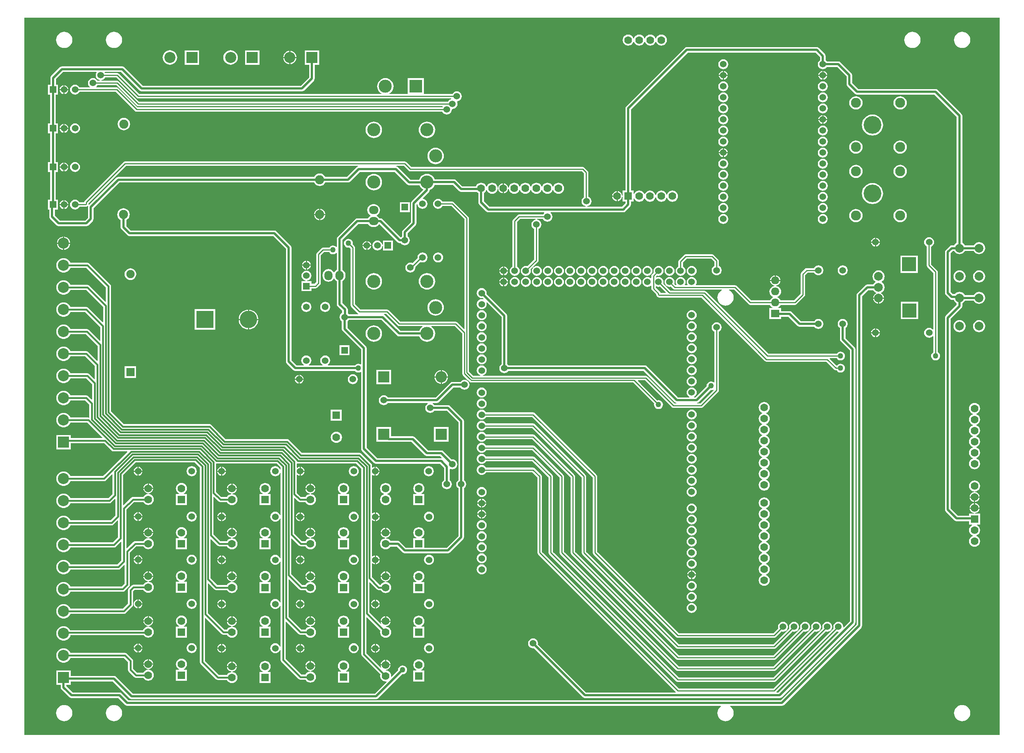
<source format=gbl>
G04*
G04 #@! TF.GenerationSoftware,Altium Limited,Altium Designer,19.0.15 (446)*
G04*
G04 Layer_Physical_Order=2*
G04 Layer_Color=16711680*
%FSLAX44Y44*%
%MOMM*%
G71*
G01*
G75*
%ADD10C,0.2540*%
%ADD32C,2.2860*%
%ADD40C,0.5080*%
%ADD41C,1.5240*%
%ADD42R,1.9050X1.7780*%
%ADD43O,1.9050X1.7780*%
%ADD44R,1.5240X1.5240*%
%ADD45R,1.7780X1.7780*%
%ADD46C,1.7780*%
%ADD47R,1.7780X1.7780*%
%ADD48C,2.0000*%
%ADD49C,4.0640*%
%ADD50R,3.2000X3.2000*%
%ADD51C,2.5400*%
%ADD52R,2.5400X2.5400*%
%ADD53R,3.0000X3.0000*%
%ADD54C,3.0000*%
%ADD55C,4.0000*%
%ADD56R,4.0000X4.0000*%
%ADD57R,1.5240X1.5240*%
%ADD58R,2.5400X2.5400*%
%ADD59C,2.0828*%
%ADD60C,1.9000*%
%ADD61R,1.9000X1.9000*%
%ADD62R,2.6000X2.6000*%
%ADD63C,2.6000*%
%ADD64O,2.1590X1.9050*%
%ADD65O,1.9050X2.1590*%
%ADD66C,1.2700*%
%ADD67C,0.3810*%
G36*
X4069080Y228600D02*
X1828800D01*
Y1877060D01*
X4069080D01*
Y228600D01*
D02*
G37*
%LPC*%
G36*
X3291840Y1838758D02*
X3288524Y1838322D01*
X3285435Y1837042D01*
X3282782Y1835006D01*
X3280746Y1832353D01*
X3279827Y1830134D01*
X3278453D01*
X3277533Y1832353D01*
X3275498Y1835006D01*
X3272845Y1837042D01*
X3269755Y1838322D01*
X3266440Y1838758D01*
X3263125Y1838322D01*
X3260035Y1837042D01*
X3257382Y1835006D01*
X3255347Y1832353D01*
X3254427Y1830134D01*
X3253053D01*
X3252133Y1832353D01*
X3250098Y1835006D01*
X3247445Y1837042D01*
X3244355Y1838322D01*
X3241040Y1838758D01*
X3237725Y1838322D01*
X3234635Y1837042D01*
X3231982Y1835006D01*
X3229947Y1832353D01*
X3229027Y1830134D01*
X3227653D01*
X3226733Y1832353D01*
X3224698Y1835006D01*
X3222045Y1837042D01*
X3218955Y1838322D01*
X3215640Y1838758D01*
X3212325Y1838322D01*
X3209235Y1837042D01*
X3206582Y1835006D01*
X3204547Y1832353D01*
X3203267Y1829264D01*
X3202831Y1825948D01*
X3203267Y1822633D01*
X3204547Y1819544D01*
X3206582Y1816891D01*
X3209235Y1814855D01*
X3212325Y1813575D01*
X3215640Y1813139D01*
X3218955Y1813575D01*
X3222045Y1814855D01*
X3224698Y1816891D01*
X3226733Y1819544D01*
X3227653Y1821763D01*
X3229027D01*
X3229947Y1819544D01*
X3231982Y1816891D01*
X3234635Y1814855D01*
X3237725Y1813575D01*
X3241040Y1813139D01*
X3244355Y1813575D01*
X3247445Y1814855D01*
X3250098Y1816891D01*
X3252133Y1819544D01*
X3253053Y1821763D01*
X3254427D01*
X3255347Y1819544D01*
X3257382Y1816891D01*
X3260035Y1814855D01*
X3263125Y1813575D01*
X3266440Y1813139D01*
X3269755Y1813575D01*
X3272845Y1814855D01*
X3275498Y1816891D01*
X3277533Y1819544D01*
X3278453Y1821763D01*
X3279827D01*
X3280746Y1819544D01*
X3282782Y1816891D01*
X3285435Y1814855D01*
X3288524Y1813575D01*
X3291840Y1813139D01*
X3295155Y1813575D01*
X3298245Y1814855D01*
X3300898Y1816891D01*
X3302933Y1819544D01*
X3304213Y1822633D01*
X3304650Y1825948D01*
X3304213Y1829264D01*
X3302933Y1832353D01*
X3300898Y1835006D01*
X3298245Y1837042D01*
X3295155Y1838322D01*
X3291840Y1838758D01*
D02*
G37*
G36*
X3982720Y1844930D02*
X3979078Y1844571D01*
X3975575Y1843509D01*
X3972347Y1841783D01*
X3969518Y1839462D01*
X3967196Y1836633D01*
X3965471Y1833405D01*
X3964409Y1829902D01*
X3964050Y1826260D01*
X3964409Y1822618D01*
X3965471Y1819115D01*
X3967196Y1815887D01*
X3969518Y1813058D01*
X3972347Y1810737D01*
X3975575Y1809011D01*
X3979078Y1807949D01*
X3982720Y1807590D01*
X3986362Y1807949D01*
X3989865Y1809011D01*
X3993093Y1810737D01*
X3995922Y1813058D01*
X3998243Y1815887D01*
X3999969Y1819115D01*
X4001031Y1822618D01*
X4001390Y1826260D01*
X4001031Y1829902D01*
X3999969Y1833405D01*
X3998243Y1836633D01*
X3995922Y1839462D01*
X3993093Y1841783D01*
X3989865Y1843509D01*
X3986362Y1844571D01*
X3982720Y1844930D01*
D02*
G37*
G36*
X3868420D02*
X3864778Y1844571D01*
X3861275Y1843509D01*
X3858047Y1841783D01*
X3855218Y1839462D01*
X3852896Y1836633D01*
X3851171Y1833405D01*
X3850109Y1829902D01*
X3849750Y1826260D01*
X3850109Y1822618D01*
X3851171Y1819115D01*
X3852896Y1815887D01*
X3855218Y1813058D01*
X3858047Y1810737D01*
X3861275Y1809011D01*
X3864778Y1807949D01*
X3868420Y1807590D01*
X3872062Y1807949D01*
X3875565Y1809011D01*
X3878792Y1810737D01*
X3881622Y1813058D01*
X3883943Y1815887D01*
X3885669Y1819115D01*
X3886731Y1822618D01*
X3887090Y1826260D01*
X3886731Y1829902D01*
X3885669Y1833405D01*
X3883943Y1836633D01*
X3881622Y1839462D01*
X3878792Y1841783D01*
X3875565Y1843509D01*
X3872062Y1844571D01*
X3868420Y1844930D01*
D02*
G37*
G36*
X2034540D02*
X2030898Y1844571D01*
X2027395Y1843509D01*
X2024167Y1841783D01*
X2021338Y1839462D01*
X2019017Y1836633D01*
X2017291Y1833405D01*
X2016229Y1829902D01*
X2015870Y1826260D01*
X2016229Y1822618D01*
X2017291Y1819115D01*
X2019017Y1815887D01*
X2021338Y1813058D01*
X2024167Y1810737D01*
X2027395Y1809011D01*
X2030898Y1807949D01*
X2034540Y1807590D01*
X2038182Y1807949D01*
X2041685Y1809011D01*
X2044913Y1810737D01*
X2047742Y1813058D01*
X2050063Y1815887D01*
X2051789Y1819115D01*
X2052851Y1822618D01*
X2053210Y1826260D01*
X2052851Y1829902D01*
X2051789Y1833405D01*
X2050063Y1836633D01*
X2047742Y1839462D01*
X2044913Y1841783D01*
X2041685Y1843509D01*
X2038182Y1844571D01*
X2034540Y1844930D01*
D02*
G37*
G36*
X1920240D02*
X1916598Y1844571D01*
X1913095Y1843509D01*
X1909868Y1841783D01*
X1907038Y1839462D01*
X1904716Y1836633D01*
X1902991Y1833405D01*
X1901929Y1829902D01*
X1901570Y1826260D01*
X1901929Y1822618D01*
X1902991Y1819115D01*
X1904716Y1815887D01*
X1907038Y1813058D01*
X1909868Y1810737D01*
X1913095Y1809011D01*
X1916598Y1807949D01*
X1920240Y1807590D01*
X1923882Y1807949D01*
X1927385Y1809011D01*
X1930612Y1810737D01*
X1933442Y1813058D01*
X1935764Y1815887D01*
X1937489Y1819115D01*
X1938551Y1822618D01*
X1938910Y1826260D01*
X1938551Y1829902D01*
X1937489Y1833405D01*
X1935764Y1836633D01*
X1933442Y1839462D01*
X1930612Y1841783D01*
X1927385Y1843509D01*
X1923882Y1844571D01*
X1920240Y1844930D01*
D02*
G37*
G36*
X2439820Y1801005D02*
Y1787086D01*
X2453739D01*
X2453569Y1788804D01*
X2452698Y1791677D01*
X2451283Y1794324D01*
X2449378Y1796645D01*
X2447058Y1798549D01*
X2444410Y1799964D01*
X2441537Y1800836D01*
X2439820Y1801005D01*
D02*
G37*
G36*
X2437280D02*
X2435562Y1800836D01*
X2432690Y1799964D01*
X2430042Y1798549D01*
X2427722Y1796645D01*
X2425817Y1794324D01*
X2424402Y1791677D01*
X2423530Y1788804D01*
X2423361Y1787086D01*
X2437280D01*
Y1801005D01*
D02*
G37*
G36*
X2453739Y1784547D02*
X2439820D01*
Y1770628D01*
X2441537Y1770797D01*
X2444410Y1771668D01*
X2447058Y1773083D01*
X2449378Y1774988D01*
X2451283Y1777309D01*
X2452698Y1779956D01*
X2453569Y1782829D01*
X2453739Y1784547D01*
D02*
G37*
G36*
X2437280D02*
X2423361D01*
X2423530Y1782829D01*
X2424402Y1779956D01*
X2425817Y1777309D01*
X2427722Y1774988D01*
X2430042Y1773083D01*
X2432690Y1771668D01*
X2435562Y1770797D01*
X2437280Y1770628D01*
Y1784547D01*
D02*
G37*
G36*
X2368700Y1802326D02*
X2335680D01*
Y1769306D01*
X2368700D01*
Y1802326D01*
D02*
G37*
G36*
X2230397D02*
X2197377D01*
Y1769306D01*
X2230397D01*
Y1802326D01*
D02*
G37*
G36*
X2302406Y1802406D02*
X2299169Y1802088D01*
X2296057Y1801143D01*
X2293189Y1799610D01*
X2290675Y1797547D01*
X2288612Y1795033D01*
X2287079Y1792165D01*
X2286135Y1789053D01*
X2285816Y1785816D01*
X2286135Y1782580D01*
X2287079Y1779468D01*
X2288612Y1776600D01*
X2290675Y1774086D01*
X2293189Y1772023D01*
X2296057Y1770489D01*
X2299169Y1769545D01*
X2302406Y1769227D01*
X2305643Y1769545D01*
X2308755Y1770489D01*
X2311623Y1772023D01*
X2314137Y1774086D01*
X2316200Y1776600D01*
X2317733Y1779468D01*
X2318677Y1782580D01*
X2318996Y1785816D01*
X2318677Y1789053D01*
X2317733Y1792165D01*
X2316200Y1795033D01*
X2314137Y1797547D01*
X2311623Y1799610D01*
X2308755Y1801143D01*
X2305643Y1802088D01*
X2302406Y1802406D01*
D02*
G37*
G36*
X2163087D02*
X2159850Y1802088D01*
X2156738Y1801143D01*
X2153870Y1799610D01*
X2151356Y1797547D01*
X2149293Y1795033D01*
X2147760Y1792165D01*
X2146816Y1789053D01*
X2146497Y1785816D01*
X2146816Y1782580D01*
X2147760Y1779468D01*
X2149293Y1776600D01*
X2151356Y1774086D01*
X2153870Y1772023D01*
X2156738Y1770489D01*
X2159850Y1769545D01*
X2163087Y1769227D01*
X2166324Y1769545D01*
X2169436Y1770489D01*
X2172304Y1772023D01*
X2174818Y1774086D01*
X2176881Y1776600D01*
X2178414Y1779468D01*
X2179358Y1782580D01*
X2179677Y1785816D01*
X2179358Y1789053D01*
X2178414Y1792165D01*
X2176881Y1795033D01*
X2174818Y1797547D01*
X2172304Y1799610D01*
X2169436Y1801143D01*
X2166324Y1802088D01*
X2163087Y1802406D01*
D02*
G37*
G36*
X3434080Y1781909D02*
X3431096Y1781516D01*
X3428316Y1780364D01*
X3425928Y1778532D01*
X3424096Y1776144D01*
X3422944Y1773364D01*
X3422551Y1770380D01*
X3422944Y1767396D01*
X3424096Y1764616D01*
X3425928Y1762228D01*
X3428316Y1760396D01*
X3431096Y1759244D01*
X3434080Y1758851D01*
X3437064Y1759244D01*
X3439844Y1760396D01*
X3442232Y1762228D01*
X3444064Y1764616D01*
X3445216Y1767396D01*
X3445609Y1770380D01*
X3445216Y1773364D01*
X3444064Y1776144D01*
X3442232Y1778532D01*
X3439844Y1780364D01*
X3437064Y1781516D01*
X3434080Y1781909D01*
D02*
G37*
G36*
X3663950Y1755060D02*
Y1746250D01*
X3672761D01*
X3672578Y1747632D01*
X3671555Y1750104D01*
X3669926Y1752226D01*
X3667804Y1753855D01*
X3665332Y1754879D01*
X3663950Y1755060D01*
D02*
G37*
G36*
X3661410D02*
X3660028Y1754879D01*
X3657556Y1753855D01*
X3655434Y1752226D01*
X3653805Y1750104D01*
X3652781Y1747632D01*
X3652599Y1746250D01*
X3661410D01*
Y1755060D01*
D02*
G37*
G36*
X3435350D02*
Y1746250D01*
X3444160D01*
X3443979Y1747632D01*
X3442955Y1750104D01*
X3441326Y1752226D01*
X3439204Y1753855D01*
X3436732Y1754879D01*
X3435350Y1755060D01*
D02*
G37*
G36*
X3432810D02*
X3431428Y1754879D01*
X3428956Y1753855D01*
X3426834Y1752226D01*
X3425205Y1750104D01*
X3424182Y1747632D01*
X3424000Y1746250D01*
X3432810D01*
Y1755060D01*
D02*
G37*
G36*
X3672761Y1743710D02*
X3663950D01*
Y1734899D01*
X3665332Y1735081D01*
X3667804Y1736105D01*
X3669926Y1737734D01*
X3671555Y1739856D01*
X3672578Y1742328D01*
X3672761Y1743710D01*
D02*
G37*
G36*
X3661410D02*
X3652599D01*
X3652781Y1742328D01*
X3653805Y1739856D01*
X3655434Y1737734D01*
X3657556Y1736105D01*
X3660028Y1735081D01*
X3661410Y1734899D01*
Y1743710D01*
D02*
G37*
G36*
X3444160D02*
X3435350D01*
Y1734899D01*
X3436732Y1735081D01*
X3439204Y1736105D01*
X3441326Y1737734D01*
X3442955Y1739856D01*
X3443979Y1742328D01*
X3444160Y1743710D01*
D02*
G37*
G36*
X3432810D02*
X3424000D01*
X3424182Y1742328D01*
X3425205Y1739856D01*
X3426834Y1737734D01*
X3428956Y1736105D01*
X3431428Y1735081D01*
X3432810Y1734899D01*
Y1743710D01*
D02*
G37*
G36*
X1920965Y1722041D02*
Y1713230D01*
X1929776D01*
X1929594Y1714612D01*
X1928570Y1717084D01*
X1926942Y1719206D01*
X1924819Y1720835D01*
X1922348Y1721859D01*
X1920965Y1722041D01*
D02*
G37*
G36*
X1918425Y1722041D02*
X1917043Y1721859D01*
X1914571Y1720835D01*
X1912449Y1719206D01*
X1910820Y1717084D01*
X1909797Y1714612D01*
X1909615Y1713230D01*
X1918425D01*
Y1722041D01*
D02*
G37*
G36*
X3662680Y1731109D02*
X3659696Y1730716D01*
X3656916Y1729564D01*
X3654528Y1727732D01*
X3652696Y1725344D01*
X3651544Y1722564D01*
X3651151Y1719580D01*
X3651544Y1716596D01*
X3652696Y1713816D01*
X3654528Y1711428D01*
X3656916Y1709596D01*
X3659696Y1708444D01*
X3662680Y1708051D01*
X3665664Y1708444D01*
X3668444Y1709596D01*
X3670832Y1711428D01*
X3672664Y1713816D01*
X3673816Y1716596D01*
X3674209Y1719580D01*
X3673816Y1722564D01*
X3672664Y1725344D01*
X3670832Y1727732D01*
X3668444Y1729564D01*
X3665664Y1730716D01*
X3662680Y1731109D01*
D02*
G37*
G36*
X3434080D02*
X3431096Y1730716D01*
X3428316Y1729564D01*
X3425928Y1727732D01*
X3424096Y1725344D01*
X3422944Y1722564D01*
X3422551Y1719580D01*
X3422944Y1716596D01*
X3424096Y1713816D01*
X3425928Y1711428D01*
X3428316Y1709596D01*
X3431096Y1708444D01*
X3434080Y1708051D01*
X3437064Y1708444D01*
X3439844Y1709596D01*
X3442232Y1711428D01*
X3444064Y1713816D01*
X3445216Y1716596D01*
X3445609Y1719580D01*
X3445216Y1722564D01*
X3444064Y1725344D01*
X3442232Y1727732D01*
X3439844Y1729564D01*
X3437064Y1730716D01*
X3434080Y1731109D01*
D02*
G37*
G36*
X3648770Y1809874D02*
X3350260D01*
X3347782Y1809382D01*
X3345682Y1807978D01*
X3211062Y1673358D01*
X3209659Y1671258D01*
X3209166Y1668780D01*
Y1479828D01*
X3202940D01*
Y1467961D01*
X3201670Y1467878D01*
X3201376Y1470112D01*
X3200224Y1472893D01*
X3198392Y1475280D01*
X3196004Y1477112D01*
X3193224Y1478264D01*
X3191510Y1478490D01*
Y1467128D01*
X3190240D01*
D01*
X3191510D01*
Y1455767D01*
X3193224Y1455993D01*
X3196004Y1457144D01*
X3198392Y1458976D01*
X3200224Y1461364D01*
X3201376Y1464145D01*
X3201670Y1466379D01*
X3202940Y1466296D01*
Y1454429D01*
X3209166D01*
Y1450482D01*
X3201528Y1442844D01*
X3121777D01*
X3121694Y1444114D01*
X3122984Y1444284D01*
X3125764Y1445436D01*
X3128152Y1447268D01*
X3129984Y1449656D01*
X3131136Y1452436D01*
X3131529Y1455420D01*
X3131136Y1458404D01*
X3129984Y1461184D01*
X3128152Y1463572D01*
X3125764Y1465404D01*
X3124300Y1466011D01*
Y1521460D01*
X3123905Y1523442D01*
X3122783Y1525123D01*
X3115162Y1532742D01*
X3113482Y1533865D01*
X3111500Y1534259D01*
X2717405D01*
X2706223Y1545443D01*
X2704542Y1546565D01*
X2702560Y1546960D01*
X2059940D01*
X2057958Y1546565D01*
X2056277Y1545443D01*
X2056277Y1545442D01*
X1967377Y1456543D01*
X1966255Y1454862D01*
X1965880Y1452979D01*
X1955322D01*
X1955079Y1453564D01*
X1953247Y1455952D01*
X1950860Y1457784D01*
X1948079Y1458936D01*
X1945095Y1459329D01*
X1942111Y1458936D01*
X1939331Y1457784D01*
X1936943Y1455952D01*
X1935111Y1453564D01*
X1933960Y1450784D01*
X1933567Y1447800D01*
X1933960Y1444816D01*
X1935111Y1442036D01*
X1936943Y1439648D01*
X1939331Y1437816D01*
X1942111Y1436664D01*
X1945095Y1436271D01*
X1948079Y1436664D01*
X1950860Y1437816D01*
X1953247Y1439648D01*
X1955079Y1442036D01*
X1955322Y1442621D01*
X1969552D01*
X1971534Y1443015D01*
X1973215Y1444138D01*
X1974268Y1445191D01*
X1975254Y1444381D01*
X1975218Y1444328D01*
X1974726Y1441850D01*
Y1417462D01*
X1968358Y1411094D01*
X1910222D01*
X1898774Y1422542D01*
Y1436370D01*
X1905725D01*
Y1459230D01*
X1900770D01*
Y1522730D01*
X1905725D01*
Y1545590D01*
X1900770D01*
Y1611630D01*
X1905725D01*
Y1634490D01*
X1900770D01*
Y1700530D01*
X1905725D01*
Y1723390D01*
X1901314D01*
Y1736166D01*
X1917624Y1752476D01*
X1993969D01*
X1994530Y1751337D01*
X1994076Y1750744D01*
X1992924Y1747964D01*
X1992531Y1744980D01*
X1992924Y1741996D01*
X1994076Y1739216D01*
X1995908Y1736828D01*
X1998296Y1734996D01*
X2001076Y1733844D01*
X2002555Y1733649D01*
X2002472Y1732379D01*
X1996506D01*
X1996264Y1732964D01*
X1994432Y1735352D01*
X1992044Y1737184D01*
X1989264Y1738336D01*
X1986280Y1738729D01*
X1983296Y1738336D01*
X1980516Y1737184D01*
X1978128Y1735352D01*
X1976296Y1732964D01*
X1975144Y1730184D01*
X1974751Y1727200D01*
X1975144Y1724216D01*
X1976296Y1721436D01*
X1978128Y1719048D01*
X1978960Y1718409D01*
X1978529Y1717139D01*
X1955322D01*
X1955079Y1717724D01*
X1953247Y1720112D01*
X1950860Y1721944D01*
X1948079Y1723096D01*
X1945095Y1723489D01*
X1942111Y1723096D01*
X1939331Y1721944D01*
X1936943Y1720112D01*
X1935111Y1717724D01*
X1933960Y1714944D01*
X1933567Y1711960D01*
X1933960Y1708976D01*
X1935111Y1706196D01*
X1936943Y1703808D01*
X1939331Y1701976D01*
X1942111Y1700824D01*
X1945095Y1700431D01*
X1948079Y1700824D01*
X1950860Y1701976D01*
X1953247Y1703808D01*
X1955079Y1706196D01*
X1955322Y1706781D01*
X2038789D01*
X2082992Y1662578D01*
X2084673Y1661455D01*
X2086655Y1661060D01*
X2788854D01*
X2789096Y1660476D01*
X2790928Y1658088D01*
X2793316Y1656256D01*
X2796096Y1655104D01*
X2799080Y1654711D01*
X2802064Y1655104D01*
X2804844Y1656256D01*
X2807232Y1658088D01*
X2809064Y1660476D01*
X2810216Y1663256D01*
X2810609Y1666240D01*
X2810540Y1666763D01*
X2811438Y1667661D01*
X2811960Y1667592D01*
X2814944Y1667985D01*
X2817725Y1669136D01*
X2820113Y1670968D01*
X2821945Y1673356D01*
X2823096Y1676137D01*
X2823489Y1679120D01*
X2823096Y1682104D01*
X2822327Y1683961D01*
X2823127Y1685348D01*
X2824924Y1685584D01*
X2827704Y1686736D01*
X2830092Y1688568D01*
X2831924Y1690956D01*
X2833076Y1693736D01*
X2833469Y1696720D01*
X2833076Y1699704D01*
X2831924Y1702484D01*
X2830092Y1704872D01*
X2827704Y1706704D01*
X2824924Y1707856D01*
X2821940Y1708249D01*
X2818956Y1707856D01*
X2816176Y1706704D01*
X2813788Y1704872D01*
X2811956Y1702484D01*
X2811714Y1701900D01*
X2746770D01*
Y1738390D01*
X2709150D01*
Y1701900D01*
X2667479D01*
X2667161Y1703170D01*
X2668461Y1703864D01*
X2671325Y1706215D01*
X2673676Y1709079D01*
X2675422Y1712347D01*
X2676498Y1715893D01*
X2676861Y1719580D01*
X2676498Y1723267D01*
X2675422Y1726813D01*
X2673676Y1730081D01*
X2671325Y1732945D01*
X2668461Y1735296D01*
X2665193Y1737042D01*
X2661647Y1738118D01*
X2657960Y1738481D01*
X2654272Y1738118D01*
X2650727Y1737042D01*
X2647459Y1735296D01*
X2644595Y1732945D01*
X2642244Y1730081D01*
X2640498Y1726813D01*
X2639422Y1723267D01*
X2639059Y1719580D01*
X2639422Y1715893D01*
X2640498Y1712347D01*
X2642244Y1709079D01*
X2644595Y1706215D01*
X2647459Y1703864D01*
X2648759Y1703170D01*
X2648441Y1701900D01*
X2092565D01*
X2045822Y1748642D01*
X2044142Y1749765D01*
X2042160Y1750159D01*
X2014286D01*
X2014044Y1750744D01*
X2013590Y1751337D01*
X2014151Y1752476D01*
X2050908D01*
X2093462Y1709922D01*
X2095562Y1708518D01*
X2098040Y1708026D01*
X2466340D01*
X2468818Y1708518D01*
X2470918Y1709922D01*
X2493928Y1732932D01*
X2495332Y1735032D01*
X2495824Y1737510D01*
Y1769306D01*
X2505860D01*
Y1802326D01*
X2472840D01*
Y1769306D01*
X2482876D01*
Y1740192D01*
X2463658Y1720974D01*
X2100722D01*
X2058168Y1763528D01*
X2056068Y1764932D01*
X2053590Y1765424D01*
X1914942D01*
X1912464Y1764932D01*
X1910364Y1763528D01*
X1890262Y1743426D01*
X1888858Y1741326D01*
X1888366Y1738848D01*
Y1723390D01*
X1882865D01*
Y1700530D01*
X1887821D01*
Y1634490D01*
X1882865D01*
Y1611630D01*
X1887821D01*
Y1545590D01*
X1882865D01*
Y1522730D01*
X1887821D01*
Y1459230D01*
X1882865D01*
Y1436370D01*
X1885826D01*
Y1419860D01*
X1886318Y1417382D01*
X1887722Y1415282D01*
X1902962Y1400042D01*
X1905062Y1398638D01*
X1907540Y1398146D01*
X1971040D01*
X1973518Y1398638D01*
X1975618Y1400042D01*
X1985778Y1410202D01*
X1987182Y1412302D01*
X1987674Y1414780D01*
Y1439168D01*
X2046972Y1498466D01*
X2494482D01*
X2494771Y1497767D01*
X2497051Y1494795D01*
X2500022Y1492515D01*
X2503483Y1491082D01*
X2507196Y1490593D01*
X2510909Y1491082D01*
X2514369Y1492515D01*
X2517341Y1494795D01*
X2519621Y1497767D01*
X2519910Y1498466D01*
X2572176D01*
X2574653Y1498958D01*
X2576754Y1500362D01*
X2598997Y1522606D01*
X2679558D01*
X2708142Y1494022D01*
X2710242Y1492618D01*
X2712720Y1492126D01*
X2736051D01*
X2737690Y1489059D01*
X2740040Y1486195D01*
X2742905Y1483844D01*
X2744782Y1482841D01*
X2744968Y1481585D01*
X2718302Y1454918D01*
X2716898Y1452818D01*
X2716406Y1450340D01*
Y1407302D01*
X2697982Y1388878D01*
X2696578Y1386778D01*
X2696086Y1384300D01*
Y1375089D01*
X2694408Y1373802D01*
X2693833Y1373053D01*
X2692566Y1372970D01*
X2651258Y1414278D01*
X2649158Y1415682D01*
X2646680Y1416174D01*
X2644017D01*
X2643913Y1416425D01*
X2641776Y1419211D01*
X2638990Y1421348D01*
X2637984Y1421765D01*
Y1423035D01*
X2638990Y1423452D01*
X2641776Y1425589D01*
X2643913Y1428375D01*
X2645257Y1431619D01*
X2645715Y1435100D01*
X2645257Y1438581D01*
X2643913Y1441825D01*
X2641776Y1444611D01*
X2638990Y1446748D01*
X2635746Y1448092D01*
X2632265Y1448550D01*
X2629725D01*
X2626244Y1448092D01*
X2623000Y1446748D01*
X2620215Y1444611D01*
X2618077Y1441825D01*
X2616733Y1438581D01*
X2616275Y1435100D01*
X2616733Y1431619D01*
X2618077Y1428375D01*
X2620215Y1425589D01*
X2623000Y1423452D01*
X2624007Y1423035D01*
Y1421765D01*
X2623000Y1421348D01*
X2620215Y1419211D01*
X2618077Y1416425D01*
X2617973Y1416174D01*
X2593340D01*
X2590862Y1415682D01*
X2588762Y1414278D01*
X2548122Y1373638D01*
X2546718Y1371538D01*
X2546226Y1369060D01*
Y1350902D01*
X2545023Y1350493D01*
X2544706Y1350906D01*
X2542584Y1352535D01*
X2540112Y1353559D01*
X2537460Y1353908D01*
X2534808Y1353559D01*
X2532336Y1352535D01*
X2530214Y1350906D01*
X2528628Y1348840D01*
X2514600D01*
X2512618Y1348445D01*
X2510938Y1347323D01*
X2500777Y1337162D01*
X2499655Y1335482D01*
X2499261Y1333500D01*
Y1269605D01*
X2495335Y1265679D01*
X2488080D01*
Y1271930D01*
X2478470D01*
X2478387Y1273200D01*
X2479634Y1273364D01*
X2482414Y1274516D01*
X2484802Y1276348D01*
X2486634Y1278736D01*
X2487786Y1281516D01*
X2488179Y1284500D01*
X2487786Y1287484D01*
X2486634Y1290264D01*
X2484802Y1292652D01*
X2482414Y1294484D01*
X2479634Y1295636D01*
X2476650Y1296029D01*
X2473666Y1295636D01*
X2470886Y1294484D01*
X2468498Y1292652D01*
X2466666Y1290264D01*
X2465514Y1287484D01*
X2465121Y1284500D01*
X2465514Y1281516D01*
X2466666Y1278736D01*
X2468498Y1276348D01*
X2470886Y1274516D01*
X2473666Y1273364D01*
X2474913Y1273200D01*
X2474830Y1271930D01*
X2465220D01*
Y1249070D01*
X2488080D01*
Y1255321D01*
X2497480D01*
X2499462Y1255715D01*
X2501142Y1256837D01*
X2508103Y1263798D01*
X2509225Y1265478D01*
X2509619Y1267460D01*
Y1331355D01*
X2516745Y1338481D01*
X2528628D01*
X2530214Y1336414D01*
X2532336Y1334785D01*
X2534808Y1333761D01*
X2537460Y1333412D01*
X2540112Y1333761D01*
X2542584Y1334785D01*
X2544706Y1336414D01*
X2545023Y1336827D01*
X2546226Y1336418D01*
Y1298022D01*
X2545975Y1297918D01*
X2543189Y1295781D01*
X2541052Y1292995D01*
X2540635Y1291989D01*
X2539365D01*
X2538948Y1292995D01*
X2536811Y1295781D01*
X2534025Y1297918D01*
X2530781Y1299262D01*
X2527300Y1299720D01*
X2523819Y1299262D01*
X2520575Y1297918D01*
X2517789Y1295781D01*
X2515652Y1292995D01*
X2514308Y1289751D01*
X2513850Y1286270D01*
Y1283730D01*
X2514308Y1280249D01*
X2515652Y1277005D01*
X2517789Y1274219D01*
X2520575Y1272082D01*
X2523819Y1270738D01*
X2527300Y1270280D01*
X2530781Y1270738D01*
X2534025Y1272082D01*
X2536811Y1274219D01*
X2538948Y1277005D01*
X2539365Y1278011D01*
X2540635D01*
X2541052Y1277005D01*
X2543189Y1274219D01*
X2545975Y1272082D01*
X2546226Y1271978D01*
Y1218960D01*
X2546718Y1216482D01*
X2548122Y1214382D01*
X2558686Y1203818D01*
Y1199265D01*
X2558604Y1199231D01*
X2556216Y1197399D01*
X2554384Y1195011D01*
X2553232Y1192231D01*
X2552839Y1189247D01*
X2553232Y1186263D01*
X2554384Y1183482D01*
X2556216Y1181095D01*
X2557894Y1179808D01*
Y1161812D01*
X2558386Y1159334D01*
X2559790Y1157234D01*
X2602106Y1114918D01*
Y1081312D01*
X2600836Y1080825D01*
X2598532Y1081778D01*
X2595880Y1082128D01*
X2593228Y1081778D01*
X2590756Y1080755D01*
X2588634Y1079126D01*
X2588042Y1078354D01*
X2525941D01*
X2525690Y1079624D01*
X2527832Y1081268D01*
X2529664Y1083656D01*
X2530816Y1086436D01*
X2531209Y1089420D01*
X2530816Y1092404D01*
X2529664Y1095184D01*
X2527832Y1097572D01*
X2525444Y1099404D01*
X2522664Y1100556D01*
X2519680Y1100949D01*
X2516696Y1100556D01*
X2513916Y1099404D01*
X2511528Y1097572D01*
X2509696Y1095184D01*
X2508544Y1092404D01*
X2508151Y1089420D01*
X2508544Y1086436D01*
X2509696Y1083656D01*
X2511528Y1081268D01*
X2513670Y1079624D01*
X2513419Y1078354D01*
X2482595D01*
X2482344Y1079624D01*
X2484486Y1081268D01*
X2486318Y1083656D01*
X2487470Y1086436D01*
X2487863Y1089420D01*
X2487470Y1092404D01*
X2486318Y1095184D01*
X2484486Y1097572D01*
X2482098Y1099404D01*
X2479318Y1100556D01*
X2476334Y1100949D01*
X2473350Y1100556D01*
X2470570Y1099404D01*
X2468182Y1097572D01*
X2466350Y1095184D01*
X2465198Y1092404D01*
X2464805Y1089420D01*
X2465198Y1086436D01*
X2466350Y1083656D01*
X2468182Y1081268D01*
X2470324Y1079624D01*
X2470073Y1078354D01*
X2453782D01*
X2442334Y1089802D01*
Y1348740D01*
X2441842Y1351218D01*
X2440438Y1353318D01*
X2407418Y1386338D01*
X2405318Y1387742D01*
X2402840Y1388234D01*
X2072782D01*
X2062820Y1398196D01*
Y1412226D01*
X2063519Y1412515D01*
X2066491Y1414795D01*
X2068770Y1417767D01*
X2070204Y1421227D01*
X2070693Y1424940D01*
X2070204Y1428653D01*
X2068770Y1432113D01*
X2066491Y1435085D01*
X2063519Y1437365D01*
X2060059Y1438798D01*
X2056346Y1439287D01*
X2052633Y1438798D01*
X2049173Y1437365D01*
X2046201Y1435085D01*
X2043921Y1432113D01*
X2042488Y1428653D01*
X2041999Y1424940D01*
X2042488Y1421227D01*
X2043921Y1417767D01*
X2046201Y1414795D01*
X2049173Y1412515D01*
X2049872Y1412226D01*
Y1395514D01*
X2050364Y1393036D01*
X2051768Y1390936D01*
X2065522Y1377182D01*
X2067622Y1375778D01*
X2070100Y1375286D01*
X2400158D01*
X2429386Y1346058D01*
Y1087120D01*
X2429878Y1084642D01*
X2431282Y1082542D01*
X2446522Y1067302D01*
X2448622Y1065898D01*
X2451100Y1065406D01*
X2588042D01*
X2588634Y1064634D01*
X2590756Y1063005D01*
X2593228Y1061982D01*
X2595880Y1061632D01*
X2598532Y1061982D01*
X2600836Y1062935D01*
X2602106Y1062448D01*
Y886460D01*
X2602598Y883982D01*
X2604002Y881882D01*
X2631942Y853942D01*
X2634042Y852538D01*
X2636520Y852046D01*
X2783518D01*
X2792606Y842958D01*
Y814619D01*
X2790928Y813332D01*
X2789096Y810944D01*
X2787944Y808164D01*
X2787551Y805180D01*
X2787944Y802196D01*
X2789096Y799416D01*
X2790928Y797028D01*
X2793316Y795196D01*
X2796096Y794044D01*
X2799080Y793651D01*
X2802064Y794044D01*
X2804844Y795196D01*
X2807232Y797028D01*
X2809064Y799416D01*
X2810216Y802196D01*
X2810609Y805180D01*
X2810216Y808164D01*
X2809064Y810944D01*
X2807232Y813332D01*
X2805555Y814619D01*
Y839732D01*
X2806824Y840581D01*
X2808796Y839764D01*
X2811780Y839371D01*
X2814764Y839764D01*
X2817544Y840916D01*
X2819932Y842748D01*
X2821764Y845136D01*
X2822916Y847916D01*
X2823309Y850900D01*
X2822916Y853884D01*
X2821764Y856664D01*
X2819932Y859052D01*
X2817544Y860884D01*
X2814764Y862036D01*
X2811780Y862429D01*
X2809684Y862153D01*
X2790958Y880878D01*
X2788858Y882282D01*
X2786380Y882774D01*
X2756082D01*
X2725258Y913598D01*
X2723158Y915002D01*
X2720680Y915494D01*
X2671190D01*
Y936290D01*
X2637570D01*
Y902670D01*
X2664214D01*
X2664840Y902546D01*
X2717998D01*
X2748822Y871722D01*
X2750923Y870318D01*
X2753400Y869826D01*
X2783698D01*
X2787491Y866032D01*
X2786866Y864862D01*
X2786200Y864994D01*
X2639202D01*
X2615054Y889142D01*
Y1117600D01*
X2614561Y1120078D01*
X2613158Y1122178D01*
X2570842Y1164494D01*
Y1179808D01*
X2572520Y1181095D01*
X2573807Y1182772D01*
X2649272D01*
X2685282Y1146762D01*
X2687383Y1145358D01*
X2689860Y1144866D01*
X2735713D01*
X2735943Y1144107D01*
X2737690Y1140839D01*
X2740040Y1137975D01*
X2742905Y1135624D01*
X2746172Y1133878D01*
X2749718Y1132802D01*
X2753405Y1132439D01*
X2757093Y1132802D01*
X2760638Y1133878D01*
X2763906Y1135624D01*
X2766771Y1137975D01*
X2769121Y1140839D01*
X2770868Y1144107D01*
X2771943Y1147653D01*
X2772307Y1151340D01*
X2771943Y1155027D01*
X2770868Y1158573D01*
X2769121Y1161841D01*
X2766771Y1164705D01*
X2763906Y1167056D01*
X2763698Y1167167D01*
X2764006Y1168399D01*
X2817156D01*
X2834540Y1151015D01*
Y1059180D01*
X2834935Y1057198D01*
X2836057Y1055518D01*
X2847487Y1044088D01*
X2848801Y1043210D01*
X2851733Y1040277D01*
X2853414Y1039155D01*
X2855396Y1038761D01*
X3227310D01*
X3238153Y1027917D01*
X3275427Y990643D01*
X3275087Y988060D01*
X3275436Y985408D01*
X3276460Y982936D01*
X3278089Y980814D01*
X3280211Y979185D01*
X3282683Y978161D01*
X3285335Y977812D01*
X3287987Y978161D01*
X3290459Y979185D01*
X3292581Y980814D01*
X3294210Y982936D01*
X3295233Y985408D01*
X3295583Y988060D01*
X3295233Y990712D01*
X3294210Y993184D01*
X3292581Y995306D01*
X3290459Y996935D01*
X3287987Y997959D01*
X3285335Y998308D01*
X3282752Y997968D01*
X3245478Y1035242D01*
X3238053Y1042667D01*
X3238539Y1043840D01*
X3254135D01*
X3316118Y981858D01*
X3317798Y980735D01*
X3319780Y980340D01*
X3383280D01*
X3385262Y980735D01*
X3386942Y981858D01*
X3422502Y1017418D01*
X3423625Y1019098D01*
X3424019Y1021080D01*
Y1155634D01*
X3424604Y1155876D01*
X3426992Y1157708D01*
X3428824Y1160096D01*
X3429976Y1162876D01*
X3430369Y1165860D01*
X3429976Y1168844D01*
X3428824Y1171624D01*
X3426992Y1174012D01*
X3424604Y1175844D01*
X3421824Y1176996D01*
X3418840Y1177389D01*
X3415856Y1176996D01*
X3413076Y1175844D01*
X3410688Y1174012D01*
X3408856Y1171624D01*
X3407704Y1168844D01*
X3407311Y1165860D01*
X3407704Y1162876D01*
X3408856Y1160096D01*
X3410688Y1157708D01*
X3413076Y1155876D01*
X3413661Y1155634D01*
Y1039877D01*
X3412390Y1039250D01*
X3411264Y1040115D01*
X3408792Y1041139D01*
X3406140Y1041488D01*
X3403488Y1041139D01*
X3401016Y1040115D01*
X3398894Y1038486D01*
X3397265Y1036364D01*
X3396241Y1033892D01*
X3395892Y1031240D01*
X3396019Y1030275D01*
X3370438Y1004694D01*
X3367427D01*
X3367175Y1005964D01*
X3367299Y1006016D01*
X3369687Y1007848D01*
X3371519Y1010236D01*
X3372671Y1013016D01*
X3373064Y1016000D01*
X3372671Y1018984D01*
X3371519Y1021764D01*
X3369687Y1024152D01*
X3367299Y1025984D01*
X3364519Y1027136D01*
X3361535Y1027529D01*
X3358551Y1027136D01*
X3355771Y1025984D01*
X3353383Y1024152D01*
X3351551Y1021764D01*
X3350399Y1018984D01*
X3350006Y1016000D01*
X3350399Y1013016D01*
X3351551Y1010236D01*
X3353383Y1007848D01*
X3355771Y1006016D01*
X3355895Y1005964D01*
X3355642Y1004694D01*
X3330082D01*
X3258318Y1076458D01*
X3256218Y1077862D01*
X3253740Y1078354D01*
X2940599D01*
X2939312Y1080032D01*
X2937634Y1081319D01*
Y1192445D01*
X2937142Y1194923D01*
X2935738Y1197023D01*
X2890498Y1242264D01*
X2890774Y1244360D01*
X2890381Y1247344D01*
X2889229Y1250124D01*
X2887397Y1252512D01*
X2885009Y1254344D01*
X2882229Y1255496D01*
X2879245Y1255889D01*
X2876261Y1255496D01*
X2873481Y1254344D01*
X2871093Y1252512D01*
X2869261Y1250124D01*
X2868109Y1247344D01*
X2867716Y1244360D01*
X2868109Y1241376D01*
X2869261Y1238596D01*
X2871093Y1236208D01*
X2873481Y1234376D01*
X2876261Y1233224D01*
X2879245Y1232831D01*
X2881341Y1233107D01*
X2883508Y1230940D01*
X2882789Y1229864D01*
X2882229Y1230096D01*
X2879245Y1230489D01*
X2876261Y1230096D01*
X2873481Y1228944D01*
X2871093Y1227112D01*
X2869261Y1224724D01*
X2868109Y1221944D01*
X2867716Y1218960D01*
X2868109Y1215976D01*
X2869261Y1213196D01*
X2871093Y1210808D01*
X2873481Y1208976D01*
X2876261Y1207824D01*
X2879245Y1207431D01*
X2882229Y1207824D01*
X2885009Y1208976D01*
X2887397Y1210808D01*
X2889229Y1213196D01*
X2890381Y1215976D01*
X2890774Y1218960D01*
X2890381Y1221944D01*
X2890149Y1222504D01*
X2891225Y1223223D01*
X2924686Y1189763D01*
Y1081319D01*
X2923008Y1080032D01*
X2921176Y1077644D01*
X2920024Y1074864D01*
X2919631Y1071880D01*
X2920024Y1068896D01*
X2921176Y1066116D01*
X2923008Y1063728D01*
X2925396Y1061896D01*
X2928176Y1060744D01*
X2931160Y1060351D01*
X2934144Y1060744D01*
X2936924Y1061896D01*
X2939312Y1063728D01*
X2940599Y1065406D01*
X3251058D01*
X3322822Y993642D01*
X3324922Y992238D01*
X3326274Y991970D01*
X3326149Y990699D01*
X3321925D01*
X3259943Y1052682D01*
X3258262Y1053805D01*
X3256280Y1054200D01*
X2882454D01*
X2882229Y1055424D01*
X2885009Y1056576D01*
X2887397Y1058408D01*
X2889229Y1060796D01*
X2890381Y1063576D01*
X2890774Y1066560D01*
X2890381Y1069544D01*
X2889229Y1072324D01*
X2887397Y1074712D01*
X2885009Y1076544D01*
X2882229Y1077696D01*
X2879245Y1078089D01*
X2876261Y1077696D01*
X2873481Y1076544D01*
X2871093Y1074712D01*
X2869261Y1072324D01*
X2868109Y1069544D01*
X2867716Y1066560D01*
X2868109Y1063576D01*
X2869261Y1060796D01*
X2871093Y1058408D01*
X2873481Y1056576D01*
X2876261Y1055424D01*
X2876036Y1054200D01*
X2859645D01*
X2849980Y1063865D01*
Y1416360D01*
X2849585Y1418342D01*
X2848463Y1420022D01*
X2815352Y1453132D01*
X2813672Y1454255D01*
X2811690Y1454650D01*
X2789202D01*
X2788959Y1455234D01*
X2787127Y1457622D01*
X2784740Y1459454D01*
X2781959Y1460606D01*
X2778976Y1460999D01*
X2775992Y1460606D01*
X2773211Y1459454D01*
X2770823Y1457622D01*
X2768991Y1455234D01*
X2767840Y1452454D01*
X2767447Y1449470D01*
X2767840Y1446486D01*
X2768991Y1443706D01*
X2770823Y1441318D01*
X2773211Y1439486D01*
X2775992Y1438334D01*
X2778976Y1437941D01*
X2781959Y1438334D01*
X2784740Y1439486D01*
X2787127Y1441318D01*
X2788959Y1443706D01*
X2789202Y1444290D01*
X2809545D01*
X2839620Y1414215D01*
Y1162244D01*
X2838447Y1161758D01*
X2822964Y1177241D01*
X2821283Y1178364D01*
X2819301Y1178758D01*
X2691907D01*
X2665583Y1205082D01*
X2663902Y1206205D01*
X2661920Y1206600D01*
X2600565D01*
X2588359Y1218805D01*
Y1348740D01*
X2587965Y1350722D01*
X2586843Y1352402D01*
X2582928Y1356317D01*
X2583268Y1358900D01*
X2582918Y1361552D01*
X2581895Y1364024D01*
X2580266Y1366146D01*
X2578144Y1367775D01*
X2575672Y1368799D01*
X2573020Y1369148D01*
X2570368Y1368799D01*
X2567896Y1367775D01*
X2565774Y1366146D01*
X2564145Y1364024D01*
X2563122Y1361552D01*
X2562772Y1358900D01*
X2563122Y1356248D01*
X2564145Y1353776D01*
X2565774Y1351654D01*
X2567896Y1350025D01*
X2570368Y1349001D01*
X2573020Y1348652D01*
X2575603Y1348992D01*
X2578000Y1346595D01*
Y1216660D01*
X2578395Y1214678D01*
X2579518Y1212998D01*
X2594757Y1197757D01*
X2595905Y1196991D01*
X2595519Y1195721D01*
X2573807D01*
X2572520Y1197399D01*
X2571635Y1198078D01*
Y1206500D01*
X2571142Y1208978D01*
X2569738Y1211078D01*
X2559174Y1221642D01*
Y1271978D01*
X2559425Y1272082D01*
X2562211Y1274219D01*
X2564348Y1277005D01*
X2565692Y1280249D01*
X2566150Y1283730D01*
Y1286270D01*
X2565692Y1289751D01*
X2564348Y1292995D01*
X2562211Y1295781D01*
X2559425Y1297918D01*
X2559174Y1298022D01*
Y1366378D01*
X2596022Y1403226D01*
X2617973D01*
X2618077Y1402975D01*
X2620215Y1400189D01*
X2623000Y1398052D01*
X2626244Y1396708D01*
X2629725Y1396250D01*
X2632265D01*
X2635746Y1396708D01*
X2638990Y1398052D01*
X2641776Y1400189D01*
X2643279Y1402149D01*
X2644942Y1402282D01*
X2686152Y1361072D01*
X2688252Y1359668D01*
X2690730Y1359176D01*
X2693121D01*
X2694408Y1357498D01*
X2696796Y1355666D01*
X2699576Y1354514D01*
X2702560Y1354121D01*
X2705544Y1354514D01*
X2708324Y1355666D01*
X2710712Y1357498D01*
X2712544Y1359886D01*
X2713696Y1362666D01*
X2714089Y1365650D01*
X2713696Y1368634D01*
X2712544Y1371414D01*
X2710712Y1373802D01*
X2709034Y1375089D01*
Y1381618D01*
X2727458Y1400042D01*
X2728862Y1402142D01*
X2729354Y1404620D01*
Y1447658D01*
X2730481Y1448784D01*
X2731822Y1448329D01*
X2732064Y1446486D01*
X2733216Y1443706D01*
X2735048Y1441318D01*
X2737436Y1439486D01*
X2740216Y1438334D01*
X2743200Y1437941D01*
X2746184Y1438334D01*
X2748964Y1439486D01*
X2751352Y1441318D01*
X2753184Y1443706D01*
X2754336Y1446486D01*
X2754729Y1449470D01*
X2754336Y1452454D01*
X2753184Y1455234D01*
X2751352Y1457622D01*
X2748964Y1459454D01*
X2746184Y1460606D01*
X2744341Y1460848D01*
X2743885Y1462189D01*
X2757983Y1476287D01*
X2759387Y1478388D01*
X2759880Y1480865D01*
Y1481868D01*
X2760638Y1482098D01*
X2763906Y1483844D01*
X2766771Y1486195D01*
X2769121Y1489059D01*
X2770868Y1492327D01*
X2771098Y1493086D01*
X2813218D01*
X2827522Y1478782D01*
X2829622Y1477378D01*
X2832100Y1476886D01*
X2868162D01*
X2868762Y1476103D01*
X2871346Y1474120D01*
Y1452880D01*
X2871838Y1450402D01*
X2873242Y1448302D01*
X2889752Y1431792D01*
X2891852Y1430388D01*
X2894330Y1429896D01*
X3022437D01*
X3022868Y1428626D01*
X3022068Y1428012D01*
X3020236Y1425624D01*
X3019994Y1425040D01*
X2965295D01*
X2963313Y1424645D01*
X2961632Y1423522D01*
X2951472Y1413362D01*
X2950350Y1411682D01*
X2949955Y1409700D01*
Y1305626D01*
X2949371Y1305384D01*
X2946983Y1303552D01*
X2945151Y1301164D01*
X2943999Y1298384D01*
X2943606Y1295400D01*
X2943999Y1292416D01*
X2945151Y1289636D01*
X2946983Y1287248D01*
X2949371Y1285416D01*
X2952151Y1284264D01*
X2955135Y1283871D01*
X2958119Y1284264D01*
X2960899Y1285416D01*
X2963287Y1287248D01*
X2965119Y1289636D01*
X2966271Y1292416D01*
X2966664Y1295400D01*
X2966271Y1298384D01*
X2965119Y1301164D01*
X2963287Y1303552D01*
X2960899Y1305384D01*
X2960315Y1305626D01*
Y1407555D01*
X2967440Y1414680D01*
X3003232D01*
X3003315Y1413410D01*
X3001836Y1413216D01*
X2999056Y1412064D01*
X2996668Y1410232D01*
X2994836Y1407844D01*
X2993684Y1405064D01*
X2993291Y1402080D01*
X2993684Y1399096D01*
X2994836Y1396316D01*
X2996668Y1393928D01*
X2999056Y1392096D01*
X2999641Y1391854D01*
Y1321830D01*
X2984104Y1306294D01*
X2983519Y1306536D01*
X2980535Y1306929D01*
X2977551Y1306536D01*
X2974771Y1305384D01*
X2972383Y1303552D01*
X2970551Y1301164D01*
X2969399Y1298384D01*
X2969006Y1295400D01*
X2969399Y1292416D01*
X2970551Y1289636D01*
X2972383Y1287248D01*
X2974771Y1285416D01*
X2977551Y1284264D01*
X2980535Y1283871D01*
X2983519Y1284264D01*
X2986299Y1285416D01*
X2988687Y1287248D01*
X2990519Y1289636D01*
X2991671Y1292416D01*
X2992064Y1295400D01*
X2991671Y1298384D01*
X2991429Y1298969D01*
X2996744Y1304284D01*
X2997701Y1303445D01*
X2997130Y1302701D01*
X2995951Y1301164D01*
X2994799Y1298384D01*
X2994406Y1295400D01*
X2994799Y1292416D01*
X2995951Y1289636D01*
X2997783Y1287248D01*
X3000171Y1285416D01*
X3002951Y1284264D01*
X3005935Y1283871D01*
X3008919Y1284264D01*
X3011699Y1285416D01*
X3014087Y1287248D01*
X3015919Y1289636D01*
X3017071Y1292416D01*
X3017464Y1295400D01*
X3017071Y1298384D01*
X3015919Y1301164D01*
X3014087Y1303552D01*
X3011699Y1305384D01*
X3008919Y1306536D01*
X3005935Y1306929D01*
X3002951Y1306536D01*
X3000171Y1305384D01*
X2998634Y1304205D01*
X2997890Y1303634D01*
X2997051Y1304591D01*
X3008482Y1316023D01*
X3009605Y1317703D01*
X3009999Y1319685D01*
Y1391854D01*
X3010584Y1392096D01*
X3012972Y1393928D01*
X3014804Y1396316D01*
X3015956Y1399096D01*
X3016349Y1402080D01*
X3015956Y1405064D01*
X3014804Y1407844D01*
X3012972Y1410232D01*
X3010584Y1412064D01*
X3007804Y1413216D01*
X3006325Y1413410D01*
X3006408Y1414680D01*
X3019994D01*
X3020236Y1414096D01*
X3022068Y1411708D01*
X3024456Y1409876D01*
X3027236Y1408724D01*
X3030220Y1408331D01*
X3033204Y1408724D01*
X3035984Y1409876D01*
X3038372Y1411708D01*
X3040204Y1414096D01*
X3041356Y1416876D01*
X3041749Y1419860D01*
X3041356Y1422844D01*
X3040204Y1425624D01*
X3038372Y1428012D01*
X3037572Y1428626D01*
X3038004Y1429896D01*
X3204210D01*
X3206688Y1430388D01*
X3208788Y1431792D01*
X3220218Y1443222D01*
X3221622Y1445322D01*
X3222114Y1447800D01*
Y1454429D01*
X3228340D01*
Y1461284D01*
X3229610Y1461536D01*
X3229947Y1460724D01*
X3231982Y1458071D01*
X3234635Y1456035D01*
X3237725Y1454755D01*
X3241040Y1454319D01*
X3244355Y1454755D01*
X3247445Y1456035D01*
X3250098Y1458071D01*
X3252133Y1460724D01*
X3252710Y1462116D01*
X3253980D01*
X3254557Y1460724D01*
X3256592Y1458071D01*
X3259245Y1456035D01*
X3262335Y1454755D01*
X3265650Y1454319D01*
X3268965Y1454755D01*
X3272055Y1456035D01*
X3274708Y1458071D01*
X3276743Y1460724D01*
X3278023Y1463813D01*
X3278105Y1464431D01*
X3279385D01*
X3279467Y1463813D01*
X3280746Y1460724D01*
X3282782Y1458071D01*
X3285435Y1456035D01*
X3288524Y1454755D01*
X3291840Y1454319D01*
X3295155Y1454755D01*
X3298245Y1456035D01*
X3300898Y1458071D01*
X3302933Y1460724D01*
X3303853Y1462943D01*
X3305227D01*
X3306147Y1460724D01*
X3308182Y1458071D01*
X3310835Y1456035D01*
X3313925Y1454755D01*
X3317240Y1454319D01*
X3320555Y1454755D01*
X3323645Y1456035D01*
X3326298Y1458071D01*
X3328333Y1460724D01*
X3329613Y1463813D01*
X3330050Y1467128D01*
X3329613Y1470444D01*
X3328333Y1473533D01*
X3326298Y1476186D01*
X3323645Y1478222D01*
X3320555Y1479502D01*
X3317240Y1479938D01*
X3313925Y1479502D01*
X3310835Y1478222D01*
X3308182Y1476186D01*
X3306147Y1473533D01*
X3305227Y1471314D01*
X3303853D01*
X3302933Y1473533D01*
X3300898Y1476186D01*
X3298245Y1478222D01*
X3295155Y1479502D01*
X3291840Y1479938D01*
X3288524Y1479502D01*
X3285435Y1478222D01*
X3282782Y1476186D01*
X3280746Y1473533D01*
X3279467Y1470444D01*
X3279385Y1469825D01*
X3278105D01*
X3278023Y1470444D01*
X3276743Y1473533D01*
X3274708Y1476186D01*
X3272055Y1478222D01*
X3268965Y1479502D01*
X3265650Y1479938D01*
X3262335Y1479502D01*
X3259245Y1478222D01*
X3256592Y1476186D01*
X3254557Y1473533D01*
X3253980Y1472141D01*
X3252710D01*
X3252133Y1473533D01*
X3250098Y1476186D01*
X3247445Y1478222D01*
X3244355Y1479502D01*
X3241040Y1479938D01*
X3237725Y1479502D01*
X3234635Y1478222D01*
X3231982Y1476186D01*
X3229947Y1473533D01*
X3229610Y1472721D01*
X3228340Y1472973D01*
Y1479828D01*
X3222114D01*
Y1666098D01*
X3352942Y1796926D01*
X3646088D01*
X3656206Y1786808D01*
Y1779819D01*
X3654528Y1778532D01*
X3652696Y1776144D01*
X3651544Y1773364D01*
X3651151Y1770380D01*
X3651544Y1767396D01*
X3652696Y1764616D01*
X3654528Y1762228D01*
X3656916Y1760396D01*
X3659696Y1759244D01*
X3662680Y1758851D01*
X3665664Y1759244D01*
X3668444Y1760396D01*
X3670832Y1762228D01*
X3672119Y1763906D01*
X3695558D01*
X3717166Y1742298D01*
Y1724660D01*
X3717658Y1722182D01*
X3719062Y1720082D01*
X3736842Y1702302D01*
X3738942Y1700898D01*
X3741420Y1700406D01*
X3919078D01*
X3970261Y1649223D01*
Y1359966D01*
X3969771Y1359763D01*
X3966886Y1357549D01*
X3964672Y1354665D01*
X3964469Y1354174D01*
X3958820D01*
X3956342Y1353682D01*
X3954242Y1352278D01*
X3945122Y1343158D01*
X3943718Y1341058D01*
X3943226Y1338580D01*
Y1245036D01*
X3943718Y1242558D01*
X3945122Y1240458D01*
X3954537Y1231042D01*
X3956638Y1229639D01*
X3959115Y1229146D01*
X3963549D01*
X3964672Y1226435D01*
X3966886Y1223551D01*
X3969771Y1221337D01*
X3970261Y1221134D01*
Y1217375D01*
X3945122Y1192237D01*
X3943718Y1190136D01*
X3943226Y1187659D01*
Y746760D01*
X3943718Y744282D01*
X3945122Y742182D01*
X3965442Y721862D01*
X3967542Y720458D01*
X3970020Y719966D01*
X3998560D01*
Y712100D01*
X4005415D01*
X4005668Y710830D01*
X4004855Y710493D01*
X4002202Y708458D01*
X4000167Y705805D01*
X3998887Y702715D01*
X3998450Y699400D01*
X3998887Y696085D01*
X4000167Y692995D01*
X4002202Y690342D01*
X4004855Y688307D01*
X4007075Y687387D01*
Y686013D01*
X4004855Y685093D01*
X4002202Y683058D01*
X4000167Y680405D01*
X3998887Y677315D01*
X3998450Y674000D01*
X3998887Y670685D01*
X4000167Y667595D01*
X4002202Y664942D01*
X4004855Y662907D01*
X4007945Y661627D01*
X4011260Y661190D01*
X4014576Y661627D01*
X4017665Y662907D01*
X4020318Y664942D01*
X4022354Y667595D01*
X4023633Y670685D01*
X4024070Y674000D01*
X4023633Y677315D01*
X4022354Y680405D01*
X4020318Y683058D01*
X4017665Y685093D01*
X4015446Y686013D01*
Y687387D01*
X4017665Y688307D01*
X4020318Y690342D01*
X4022354Y692995D01*
X4023633Y696085D01*
X4024070Y699400D01*
X4023633Y702715D01*
X4022354Y705805D01*
X4020318Y708458D01*
X4017665Y710493D01*
X4016852Y710830D01*
X4017105Y712100D01*
X4023960D01*
Y737500D01*
X4012092D01*
X4012009Y738770D01*
X4014244Y739064D01*
X4017024Y740216D01*
X4019412Y742048D01*
X4021244Y744436D01*
X4022396Y747216D01*
X4022621Y748930D01*
X4011260D01*
X3999899D01*
X4000124Y747216D01*
X4001276Y744436D01*
X4003108Y742048D01*
X4005496Y740216D01*
X4008276Y739064D01*
X4010511Y738770D01*
X4010428Y737500D01*
X3998560D01*
Y732914D01*
X3972702D01*
X3956174Y749442D01*
Y1184977D01*
X3981313Y1210116D01*
X3982717Y1212216D01*
X3983210Y1214694D01*
Y1221134D01*
X3983700Y1221337D01*
X3986584Y1223551D01*
X3988798Y1226435D01*
X3989001Y1226926D01*
X4009469D01*
X4009672Y1226435D01*
X4011886Y1223551D01*
X4014771Y1221337D01*
X4018130Y1219946D01*
X4021735Y1219471D01*
X4025340Y1219946D01*
X4028700Y1221337D01*
X4031584Y1223551D01*
X4033798Y1226435D01*
X4035190Y1229795D01*
X4035664Y1233400D01*
X4035190Y1237005D01*
X4033798Y1240365D01*
X4031584Y1243249D01*
X4028700Y1245463D01*
X4025340Y1246855D01*
X4021735Y1247329D01*
X4018130Y1246855D01*
X4014771Y1245463D01*
X4011886Y1243249D01*
X4009672Y1240365D01*
X4009469Y1239874D01*
X3989001D01*
X3988798Y1240365D01*
X3986584Y1243249D01*
X3983700Y1245463D01*
X3980340Y1246855D01*
X3976735Y1247329D01*
X3973130Y1246855D01*
X3969771Y1245463D01*
X3966886Y1243249D01*
X3966000Y1242095D01*
X3961797D01*
X3956174Y1247718D01*
Y1335898D01*
X3961502Y1341226D01*
X3964469D01*
X3964672Y1340735D01*
X3966886Y1337851D01*
X3969771Y1335637D01*
X3973130Y1334245D01*
X3976735Y1333771D01*
X3980340Y1334245D01*
X3983700Y1335637D01*
X3986584Y1337851D01*
X3988798Y1340735D01*
X3989001Y1341226D01*
X4009469D01*
X4009672Y1340735D01*
X4011886Y1337851D01*
X4014771Y1335637D01*
X4018130Y1334245D01*
X4021735Y1333771D01*
X4025340Y1334245D01*
X4028700Y1335637D01*
X4031584Y1337851D01*
X4033798Y1340735D01*
X4035190Y1344095D01*
X4035664Y1347700D01*
X4035190Y1351305D01*
X4033798Y1354665D01*
X4031584Y1357549D01*
X4028700Y1359763D01*
X4025340Y1361155D01*
X4021735Y1361629D01*
X4018130Y1361155D01*
X4014771Y1359763D01*
X4011886Y1357549D01*
X4009672Y1354665D01*
X4009469Y1354174D01*
X3989001D01*
X3988798Y1354665D01*
X3986584Y1357549D01*
X3983700Y1359763D01*
X3983210Y1359966D01*
Y1651905D01*
X3982717Y1654382D01*
X3981313Y1656483D01*
X3926338Y1711458D01*
X3924238Y1712862D01*
X3921760Y1713354D01*
X3744102D01*
X3730114Y1727342D01*
Y1744980D01*
X3729622Y1747458D01*
X3728218Y1749558D01*
X3702818Y1774958D01*
X3700717Y1776362D01*
X3698240Y1776854D01*
X3672119D01*
X3670832Y1778532D01*
X3669154Y1779819D01*
Y1789490D01*
X3668661Y1791967D01*
X3667258Y1794068D01*
X3653348Y1807978D01*
X3651247Y1809382D01*
X3648770Y1809874D01*
D02*
G37*
G36*
X1918425Y1710690D02*
X1909615D01*
X1909797Y1709308D01*
X1910820Y1706836D01*
X1912449Y1704714D01*
X1914571Y1703085D01*
X1917043Y1702061D01*
X1918425Y1701879D01*
Y1710690D01*
D02*
G37*
G36*
X1929776D02*
X1920965D01*
Y1701879D01*
X1922348Y1702061D01*
X1924819Y1703085D01*
X1926942Y1704714D01*
X1928570Y1706836D01*
X1929594Y1709308D01*
X1929776Y1710690D01*
D02*
G37*
G36*
X3662680Y1705709D02*
X3659696Y1705316D01*
X3656916Y1704164D01*
X3654528Y1702332D01*
X3652696Y1699944D01*
X3651544Y1697164D01*
X3651151Y1694180D01*
X3651544Y1691196D01*
X3652696Y1688416D01*
X3654528Y1686028D01*
X3656916Y1684196D01*
X3659696Y1683044D01*
X3662680Y1682651D01*
X3665664Y1683044D01*
X3668444Y1684196D01*
X3670832Y1686028D01*
X3672664Y1688416D01*
X3673816Y1691196D01*
X3674209Y1694180D01*
X3673816Y1697164D01*
X3672664Y1699944D01*
X3670832Y1702332D01*
X3668444Y1704164D01*
X3665664Y1705316D01*
X3662680Y1705709D01*
D02*
G37*
G36*
X3434080D02*
X3431096Y1705316D01*
X3428316Y1704164D01*
X3425928Y1702332D01*
X3424096Y1699944D01*
X3422944Y1697164D01*
X3422551Y1694180D01*
X3422944Y1691196D01*
X3424096Y1688416D01*
X3425928Y1686028D01*
X3428316Y1684196D01*
X3431096Y1683044D01*
X3434080Y1682651D01*
X3437064Y1683044D01*
X3439844Y1684196D01*
X3442232Y1686028D01*
X3444064Y1688416D01*
X3445216Y1691196D01*
X3445609Y1694180D01*
X3445216Y1697164D01*
X3444064Y1699944D01*
X3442232Y1702332D01*
X3439844Y1704164D01*
X3437064Y1705316D01*
X3434080Y1705709D01*
D02*
G37*
G36*
X3840386Y1696794D02*
X3837399Y1696499D01*
X3834526Y1695628D01*
X3831878Y1694213D01*
X3829558Y1692309D01*
X3827653Y1689988D01*
X3826238Y1687340D01*
X3825367Y1684468D01*
X3825073Y1681480D01*
X3825367Y1678492D01*
X3826238Y1675620D01*
X3827653Y1672972D01*
X3829558Y1670652D01*
X3831878Y1668747D01*
X3834526Y1667332D01*
X3837399Y1666461D01*
X3840386Y1666166D01*
X3843374Y1666461D01*
X3846247Y1667332D01*
X3848894Y1668747D01*
X3851215Y1670652D01*
X3853119Y1672972D01*
X3854534Y1675620D01*
X3855406Y1678492D01*
X3855700Y1681480D01*
X3855406Y1684468D01*
X3854534Y1687340D01*
X3853119Y1689988D01*
X3851215Y1692309D01*
X3848894Y1694213D01*
X3846247Y1695628D01*
X3843374Y1696499D01*
X3840386Y1696794D01*
D02*
G37*
G36*
X3738786D02*
X3735799Y1696499D01*
X3732926Y1695628D01*
X3730278Y1694213D01*
X3727958Y1692309D01*
X3726053Y1689988D01*
X3724638Y1687340D01*
X3723767Y1684468D01*
X3723473Y1681480D01*
X3723767Y1678492D01*
X3724638Y1675620D01*
X3726053Y1672972D01*
X3727958Y1670652D01*
X3730278Y1668747D01*
X3732926Y1667332D01*
X3735799Y1666461D01*
X3738786Y1666166D01*
X3741774Y1666461D01*
X3744647Y1667332D01*
X3747294Y1668747D01*
X3749615Y1670652D01*
X3751519Y1672972D01*
X3752934Y1675620D01*
X3753806Y1678492D01*
X3754100Y1681480D01*
X3753806Y1684468D01*
X3752934Y1687340D01*
X3751519Y1689988D01*
X3749615Y1692309D01*
X3747294Y1694213D01*
X3744647Y1695628D01*
X3741774Y1696499D01*
X3738786Y1696794D01*
D02*
G37*
G36*
X3662680Y1680309D02*
X3659696Y1679916D01*
X3656916Y1678764D01*
X3654528Y1676932D01*
X3652696Y1674544D01*
X3651544Y1671764D01*
X3651151Y1668780D01*
X3651544Y1665796D01*
X3652696Y1663016D01*
X3654528Y1660628D01*
X3656916Y1658796D01*
X3659696Y1657644D01*
X3662680Y1657251D01*
X3665664Y1657644D01*
X3668444Y1658796D01*
X3670832Y1660628D01*
X3672664Y1663016D01*
X3673816Y1665796D01*
X3674209Y1668780D01*
X3673816Y1671764D01*
X3672664Y1674544D01*
X3670832Y1676932D01*
X3668444Y1678764D01*
X3665664Y1679916D01*
X3662680Y1680309D01*
D02*
G37*
G36*
X3434080D02*
X3431096Y1679916D01*
X3428316Y1678764D01*
X3425928Y1676932D01*
X3424096Y1674544D01*
X3422944Y1671764D01*
X3422551Y1668780D01*
X3422944Y1665796D01*
X3424096Y1663016D01*
X3425928Y1660628D01*
X3428316Y1658796D01*
X3431096Y1657644D01*
X3434080Y1657251D01*
X3437064Y1657644D01*
X3439844Y1658796D01*
X3442232Y1660628D01*
X3444064Y1663016D01*
X3445216Y1665796D01*
X3445609Y1668780D01*
X3445216Y1671764D01*
X3444064Y1674544D01*
X3442232Y1676932D01*
X3439844Y1678764D01*
X3437064Y1679916D01*
X3434080Y1680309D01*
D02*
G37*
G36*
X3663950Y1653461D02*
Y1644650D01*
X3672761D01*
X3672578Y1646032D01*
X3671555Y1648504D01*
X3669926Y1650626D01*
X3667804Y1652255D01*
X3665332Y1653279D01*
X3663950Y1653461D01*
D02*
G37*
G36*
X3661410D02*
X3660028Y1653279D01*
X3657556Y1652255D01*
X3655434Y1650626D01*
X3653805Y1648504D01*
X3652781Y1646032D01*
X3652599Y1644650D01*
X3661410D01*
Y1653461D01*
D02*
G37*
G36*
X3672761Y1642110D02*
X3663950D01*
Y1633300D01*
X3665332Y1633481D01*
X3667804Y1634505D01*
X3669926Y1636134D01*
X3671555Y1638256D01*
X3672578Y1640728D01*
X3672761Y1642110D01*
D02*
G37*
G36*
X3661410D02*
X3652599D01*
X3652781Y1640728D01*
X3653805Y1638256D01*
X3655434Y1636134D01*
X3657556Y1634505D01*
X3660028Y1633481D01*
X3661410Y1633300D01*
Y1642110D01*
D02*
G37*
G36*
X3434080Y1654909D02*
X3431096Y1654516D01*
X3428316Y1653364D01*
X3425928Y1651532D01*
X3424096Y1649144D01*
X3422944Y1646364D01*
X3422551Y1643380D01*
X3422944Y1640396D01*
X3424096Y1637616D01*
X3425928Y1635228D01*
X3428316Y1633396D01*
X3431096Y1632244D01*
X3434080Y1631851D01*
X3437064Y1632244D01*
X3439844Y1633396D01*
X3442232Y1635228D01*
X3444064Y1637616D01*
X3445216Y1640396D01*
X3445609Y1643380D01*
X3445216Y1646364D01*
X3444064Y1649144D01*
X3442232Y1651532D01*
X3439844Y1653364D01*
X3437064Y1654516D01*
X3434080Y1654909D01*
D02*
G37*
G36*
X1920965Y1633141D02*
Y1624330D01*
X1929776D01*
X1929594Y1625712D01*
X1928570Y1628184D01*
X1926942Y1630306D01*
X1924819Y1631935D01*
X1922348Y1632959D01*
X1920965Y1633141D01*
D02*
G37*
G36*
X1918425Y1633141D02*
X1917043Y1632959D01*
X1914571Y1631935D01*
X1912449Y1630306D01*
X1910820Y1628184D01*
X1909797Y1625712D01*
X1909615Y1624330D01*
X1918425D01*
Y1633141D01*
D02*
G37*
G36*
X2057196Y1647287D02*
X2053483Y1646798D01*
X2050022Y1645365D01*
X2047051Y1643085D01*
X2044771Y1640113D01*
X2043338Y1636653D01*
X2042849Y1632940D01*
X2043338Y1629227D01*
X2044771Y1625767D01*
X2047051Y1622795D01*
X2050022Y1620515D01*
X2053483Y1619082D01*
X2057196Y1618593D01*
X2060909Y1619082D01*
X2064369Y1620515D01*
X2067341Y1622795D01*
X2069621Y1625767D01*
X2071054Y1629227D01*
X2071543Y1632940D01*
X2071054Y1636653D01*
X2069621Y1640113D01*
X2067341Y1643085D01*
X2064369Y1645365D01*
X2060909Y1646798D01*
X2057196Y1647287D01*
D02*
G37*
G36*
X1918425Y1621790D02*
X1909615D01*
X1909797Y1620408D01*
X1910820Y1617936D01*
X1912449Y1615814D01*
X1914571Y1614185D01*
X1917043Y1613161D01*
X1918425Y1612979D01*
Y1621790D01*
D02*
G37*
G36*
X1929776D02*
X1920965D01*
Y1612979D01*
X1922348Y1613161D01*
X1924819Y1614185D01*
X1926942Y1615814D01*
X1928570Y1617936D01*
X1929594Y1620408D01*
X1929776Y1621790D01*
D02*
G37*
G36*
X1945095Y1634589D02*
X1942111Y1634196D01*
X1939331Y1633044D01*
X1936943Y1631212D01*
X1935111Y1628824D01*
X1933960Y1626044D01*
X1933567Y1623060D01*
X1933960Y1620076D01*
X1935111Y1617296D01*
X1936943Y1614908D01*
X1939331Y1613076D01*
X1942111Y1611924D01*
X1945095Y1611531D01*
X1948079Y1611924D01*
X1950860Y1613076D01*
X1953247Y1614908D01*
X1955079Y1617296D01*
X1956231Y1620076D01*
X1956624Y1623060D01*
X1956231Y1626044D01*
X1955079Y1628824D01*
X1953247Y1631212D01*
X1950860Y1633044D01*
X1948079Y1634196D01*
X1945095Y1634589D01*
D02*
G37*
G36*
X3662680Y1629509D02*
X3659696Y1629116D01*
X3656916Y1627964D01*
X3654528Y1626132D01*
X3652696Y1623744D01*
X3651544Y1620964D01*
X3651151Y1617980D01*
X3651544Y1614996D01*
X3652696Y1612216D01*
X3654528Y1609828D01*
X3656916Y1607996D01*
X3659696Y1606844D01*
X3662680Y1606451D01*
X3665664Y1606844D01*
X3668444Y1607996D01*
X3670832Y1609828D01*
X3672664Y1612216D01*
X3673816Y1614996D01*
X3674209Y1617980D01*
X3673816Y1620964D01*
X3672664Y1623744D01*
X3670832Y1626132D01*
X3668444Y1627964D01*
X3665664Y1629116D01*
X3662680Y1629509D01*
D02*
G37*
G36*
X3434080D02*
X3431096Y1629116D01*
X3428316Y1627964D01*
X3425928Y1626132D01*
X3424096Y1623744D01*
X3422944Y1620964D01*
X3422551Y1617980D01*
X3422944Y1614996D01*
X3424096Y1612216D01*
X3425928Y1609828D01*
X3428316Y1607996D01*
X3431096Y1606844D01*
X3434080Y1606451D01*
X3437064Y1606844D01*
X3439844Y1607996D01*
X3442232Y1609828D01*
X3444064Y1612216D01*
X3445216Y1614996D01*
X3445609Y1617980D01*
X3445216Y1620964D01*
X3444064Y1623744D01*
X3442232Y1626132D01*
X3439844Y1627964D01*
X3437064Y1629116D01*
X3434080Y1629509D01*
D02*
G37*
G36*
X3776786Y1654927D02*
X3772056Y1654461D01*
X3767507Y1653081D01*
X3763315Y1650840D01*
X3759641Y1647825D01*
X3756626Y1644151D01*
X3754385Y1639959D01*
X3753005Y1635410D01*
X3752539Y1630680D01*
X3753005Y1625950D01*
X3754385Y1621401D01*
X3756626Y1617209D01*
X3759641Y1613535D01*
X3763315Y1610520D01*
X3767507Y1608279D01*
X3772056Y1606899D01*
X3776786Y1606433D01*
X3781517Y1606899D01*
X3786065Y1608279D01*
X3790257Y1610520D01*
X3793931Y1613535D01*
X3796947Y1617209D01*
X3799187Y1621401D01*
X3800567Y1625950D01*
X3801033Y1630680D01*
X3800567Y1635410D01*
X3799187Y1639959D01*
X3796947Y1644151D01*
X3793931Y1647825D01*
X3790257Y1650840D01*
X3786065Y1653081D01*
X3781517Y1654461D01*
X3776786Y1654927D01*
D02*
G37*
G36*
X2753405Y1638461D02*
X2749718Y1638098D01*
X2746172Y1637022D01*
X2742905Y1635276D01*
X2740040Y1632925D01*
X2737690Y1630061D01*
X2735943Y1626793D01*
X2734868Y1623247D01*
X2734504Y1619560D01*
X2734868Y1615873D01*
X2735943Y1612327D01*
X2737690Y1609059D01*
X2740040Y1606195D01*
X2742905Y1603844D01*
X2746172Y1602098D01*
X2749718Y1601022D01*
X2753405Y1600659D01*
X2757093Y1601022D01*
X2760638Y1602098D01*
X2763906Y1603844D01*
X2766771Y1606195D01*
X2769121Y1609059D01*
X2770868Y1612327D01*
X2771943Y1615873D01*
X2772307Y1619560D01*
X2771943Y1623247D01*
X2770868Y1626793D01*
X2769121Y1630061D01*
X2766771Y1632925D01*
X2763906Y1635276D01*
X2760638Y1637022D01*
X2757093Y1638098D01*
X2753405Y1638461D01*
D02*
G37*
G36*
X2631405D02*
X2627718Y1638098D01*
X2624172Y1637022D01*
X2620905Y1635276D01*
X2618040Y1632925D01*
X2615690Y1630061D01*
X2613943Y1626793D01*
X2612868Y1623247D01*
X2612504Y1619560D01*
X2612868Y1615873D01*
X2613943Y1612327D01*
X2615690Y1609059D01*
X2618040Y1606195D01*
X2620905Y1603844D01*
X2624172Y1602098D01*
X2627718Y1601022D01*
X2631405Y1600659D01*
X2635093Y1601022D01*
X2638639Y1602098D01*
X2641906Y1603844D01*
X2644771Y1606195D01*
X2647121Y1609059D01*
X2648868Y1612327D01*
X2649943Y1615873D01*
X2650306Y1619560D01*
X2649943Y1623247D01*
X2648868Y1626793D01*
X2647121Y1630061D01*
X2644771Y1632925D01*
X2641906Y1635276D01*
X2638639Y1637022D01*
X2635093Y1638098D01*
X2631405Y1638461D01*
D02*
G37*
G36*
X3662680Y1604109D02*
X3659696Y1603716D01*
X3656916Y1602564D01*
X3654528Y1600732D01*
X3652696Y1598344D01*
X3651544Y1595564D01*
X3651151Y1592580D01*
X3651544Y1589596D01*
X3652696Y1586816D01*
X3654528Y1584428D01*
X3656916Y1582596D01*
X3659696Y1581444D01*
X3662680Y1581051D01*
X3665664Y1581444D01*
X3668444Y1582596D01*
X3670832Y1584428D01*
X3672664Y1586816D01*
X3673816Y1589596D01*
X3674209Y1592580D01*
X3673816Y1595564D01*
X3672664Y1598344D01*
X3670832Y1600732D01*
X3668444Y1602564D01*
X3665664Y1603716D01*
X3662680Y1604109D01*
D02*
G37*
G36*
X3434080D02*
X3431096Y1603716D01*
X3428316Y1602564D01*
X3425928Y1600732D01*
X3424096Y1598344D01*
X3422944Y1595564D01*
X3422551Y1592580D01*
X3422944Y1589596D01*
X3424096Y1586816D01*
X3425928Y1584428D01*
X3428316Y1582596D01*
X3431096Y1581444D01*
X3434080Y1581051D01*
X3437064Y1581444D01*
X3439844Y1582596D01*
X3442232Y1584428D01*
X3444064Y1586816D01*
X3445216Y1589596D01*
X3445609Y1592580D01*
X3445216Y1595564D01*
X3444064Y1598344D01*
X3442232Y1600732D01*
X3439844Y1602564D01*
X3437064Y1603716D01*
X3434080Y1604109D01*
D02*
G37*
G36*
X3435350Y1577260D02*
Y1568450D01*
X3444160D01*
X3443979Y1569832D01*
X3442955Y1572304D01*
X3441326Y1574426D01*
X3439204Y1576055D01*
X3436732Y1577079D01*
X3435350Y1577260D01*
D02*
G37*
G36*
X3432810D02*
X3431428Y1577079D01*
X3428956Y1576055D01*
X3426834Y1574426D01*
X3425205Y1572304D01*
X3424182Y1569832D01*
X3424000Y1568450D01*
X3432810D01*
Y1577260D01*
D02*
G37*
G36*
X3840286Y1595194D02*
X3837299Y1594899D01*
X3834426Y1594028D01*
X3831778Y1592613D01*
X3829458Y1590708D01*
X3827553Y1588388D01*
X3826138Y1585740D01*
X3825267Y1582868D01*
X3824973Y1579880D01*
X3825267Y1576892D01*
X3826138Y1574020D01*
X3827553Y1571372D01*
X3829458Y1569052D01*
X3831778Y1567147D01*
X3834426Y1565732D01*
X3837299Y1564861D01*
X3840286Y1564566D01*
X3843274Y1564861D01*
X3846147Y1565732D01*
X3848794Y1567147D01*
X3851115Y1569052D01*
X3853019Y1571372D01*
X3854434Y1574020D01*
X3855306Y1576892D01*
X3855600Y1579880D01*
X3855306Y1582868D01*
X3854434Y1585740D01*
X3853019Y1588388D01*
X3851115Y1590708D01*
X3848794Y1592613D01*
X3846147Y1594028D01*
X3843274Y1594899D01*
X3840286Y1595194D01*
D02*
G37*
G36*
X3738686D02*
X3735699Y1594899D01*
X3732826Y1594028D01*
X3730179Y1592613D01*
X3727858Y1590708D01*
X3725953Y1588388D01*
X3724538Y1585740D01*
X3723667Y1582868D01*
X3723372Y1579880D01*
X3723667Y1576892D01*
X3724538Y1574020D01*
X3725953Y1571372D01*
X3727858Y1569052D01*
X3730179Y1567147D01*
X3732826Y1565732D01*
X3735699Y1564861D01*
X3738686Y1564566D01*
X3741674Y1564861D01*
X3744547Y1565732D01*
X3747194Y1567147D01*
X3749515Y1569052D01*
X3751419Y1571372D01*
X3752834Y1574020D01*
X3753706Y1576892D01*
X3754000Y1579880D01*
X3753706Y1582868D01*
X3752834Y1585740D01*
X3751419Y1588388D01*
X3749515Y1590708D01*
X3747194Y1592613D01*
X3744547Y1594028D01*
X3741674Y1594899D01*
X3738686Y1595194D01*
D02*
G37*
G36*
X3444160Y1565910D02*
X3435350D01*
Y1557099D01*
X3436732Y1557281D01*
X3439204Y1558305D01*
X3441326Y1559934D01*
X3442955Y1562056D01*
X3443979Y1564528D01*
X3444160Y1565910D01*
D02*
G37*
G36*
X3432810D02*
X3424000D01*
X3424182Y1564528D01*
X3425205Y1562056D01*
X3426834Y1559934D01*
X3428956Y1558305D01*
X3431428Y1557281D01*
X3432810Y1557099D01*
Y1565910D01*
D02*
G37*
G36*
X3662680Y1578709D02*
X3659696Y1578316D01*
X3656916Y1577164D01*
X3654528Y1575332D01*
X3652696Y1572944D01*
X3651544Y1570164D01*
X3651151Y1567180D01*
X3651544Y1564196D01*
X3652696Y1561416D01*
X3654528Y1559028D01*
X3656916Y1557196D01*
X3659696Y1556044D01*
X3662680Y1555651D01*
X3665664Y1556044D01*
X3668444Y1557196D01*
X3670832Y1559028D01*
X3672664Y1561416D01*
X3673816Y1564196D01*
X3674209Y1567180D01*
X3673816Y1570164D01*
X3672664Y1572944D01*
X3670832Y1575332D01*
X3668444Y1577164D01*
X3665664Y1578316D01*
X3662680Y1578709D01*
D02*
G37*
G36*
X2773405Y1578461D02*
X2769718Y1578098D01*
X2766172Y1577022D01*
X2762905Y1575276D01*
X2760040Y1572925D01*
X2757690Y1570061D01*
X2755943Y1566793D01*
X2754868Y1563247D01*
X2754504Y1559560D01*
X2754868Y1555873D01*
X2755943Y1552327D01*
X2757690Y1549059D01*
X2760040Y1546195D01*
X2762905Y1543844D01*
X2766172Y1542098D01*
X2769718Y1541022D01*
X2773405Y1540659D01*
X2777093Y1541022D01*
X2780638Y1542098D01*
X2783906Y1543844D01*
X2786770Y1546195D01*
X2789121Y1549059D01*
X2790868Y1552327D01*
X2791943Y1555873D01*
X2792307Y1559560D01*
X2791943Y1563247D01*
X2790868Y1566793D01*
X2789121Y1570061D01*
X2786770Y1572925D01*
X2783906Y1575276D01*
X2780638Y1577022D01*
X2777093Y1578098D01*
X2773405Y1578461D01*
D02*
G37*
G36*
X1920965Y1544241D02*
Y1535430D01*
X1929776D01*
X1929594Y1536812D01*
X1928570Y1539284D01*
X1926942Y1541406D01*
X1924819Y1543035D01*
X1922348Y1544059D01*
X1920965Y1544241D01*
D02*
G37*
G36*
X1918425Y1544241D02*
X1917043Y1544059D01*
X1914571Y1543035D01*
X1912449Y1541406D01*
X1910820Y1539284D01*
X1909797Y1536812D01*
X1909615Y1535430D01*
X1918425D01*
Y1544241D01*
D02*
G37*
G36*
X3662680Y1553309D02*
X3659696Y1552916D01*
X3656916Y1551764D01*
X3654528Y1549932D01*
X3652696Y1547544D01*
X3651544Y1544764D01*
X3651151Y1541780D01*
X3651544Y1538796D01*
X3652696Y1536016D01*
X3654528Y1533628D01*
X3656916Y1531796D01*
X3659696Y1530644D01*
X3662680Y1530251D01*
X3665664Y1530644D01*
X3668444Y1531796D01*
X3670832Y1533628D01*
X3672664Y1536016D01*
X3673816Y1538796D01*
X3674209Y1541780D01*
X3673816Y1544764D01*
X3672664Y1547544D01*
X3670832Y1549932D01*
X3668444Y1551764D01*
X3665664Y1552916D01*
X3662680Y1553309D01*
D02*
G37*
G36*
X3434080D02*
X3431096Y1552916D01*
X3428316Y1551764D01*
X3425928Y1549932D01*
X3424096Y1547544D01*
X3422944Y1544764D01*
X3422551Y1541780D01*
X3422944Y1538796D01*
X3424096Y1536016D01*
X3425928Y1533628D01*
X3428316Y1531796D01*
X3431096Y1530644D01*
X3434080Y1530251D01*
X3437064Y1530644D01*
X3439844Y1531796D01*
X3442232Y1533628D01*
X3444064Y1536016D01*
X3445216Y1538796D01*
X3445609Y1541780D01*
X3445216Y1544764D01*
X3444064Y1547544D01*
X3442232Y1549932D01*
X3439844Y1551764D01*
X3437064Y1552916D01*
X3434080Y1553309D01*
D02*
G37*
G36*
X1918425Y1532890D02*
X1909615D01*
X1909797Y1531508D01*
X1910820Y1529036D01*
X1912449Y1526914D01*
X1914571Y1525285D01*
X1917043Y1524261D01*
X1918425Y1524079D01*
Y1532890D01*
D02*
G37*
G36*
X1929776D02*
X1920965D01*
Y1524079D01*
X1922348Y1524261D01*
X1924819Y1525285D01*
X1926942Y1526914D01*
X1928570Y1529036D01*
X1929594Y1531508D01*
X1929776Y1532890D01*
D02*
G37*
G36*
X1945095Y1545689D02*
X1942111Y1545296D01*
X1939331Y1544144D01*
X1936943Y1542312D01*
X1935111Y1539924D01*
X1933960Y1537144D01*
X1933567Y1534160D01*
X1933960Y1531176D01*
X1935111Y1528396D01*
X1936943Y1526008D01*
X1939331Y1524176D01*
X1942111Y1523024D01*
X1945095Y1522631D01*
X1948079Y1523024D01*
X1950860Y1524176D01*
X1953247Y1526008D01*
X1955079Y1528396D01*
X1956231Y1531176D01*
X1956624Y1534160D01*
X1956231Y1537144D01*
X1955079Y1539924D01*
X1953247Y1542312D01*
X1950860Y1544144D01*
X1948079Y1545296D01*
X1945095Y1545689D01*
D02*
G37*
G36*
X3840386Y1539314D02*
X3837399Y1539019D01*
X3834526Y1538148D01*
X3831878Y1536733D01*
X3829558Y1534828D01*
X3827653Y1532508D01*
X3826238Y1529860D01*
X3825367Y1526988D01*
X3825073Y1524000D01*
X3825367Y1521012D01*
X3826238Y1518140D01*
X3827653Y1515492D01*
X3829558Y1513172D01*
X3831878Y1511267D01*
X3834526Y1509852D01*
X3837399Y1508981D01*
X3840386Y1508686D01*
X3843374Y1508981D01*
X3846247Y1509852D01*
X3848894Y1511267D01*
X3851215Y1513172D01*
X3853119Y1515492D01*
X3854534Y1518140D01*
X3855406Y1521012D01*
X3855700Y1524000D01*
X3855406Y1526988D01*
X3854534Y1529860D01*
X3853119Y1532508D01*
X3851215Y1534828D01*
X3848894Y1536733D01*
X3846247Y1538148D01*
X3843374Y1539019D01*
X3840386Y1539314D01*
D02*
G37*
G36*
X3738786D02*
X3735799Y1539019D01*
X3732926Y1538148D01*
X3730278Y1536733D01*
X3727958Y1534828D01*
X3726053Y1532508D01*
X3724638Y1529860D01*
X3723767Y1526988D01*
X3723473Y1524000D01*
X3723767Y1521012D01*
X3724638Y1518140D01*
X3726053Y1515492D01*
X3727958Y1513172D01*
X3730278Y1511267D01*
X3732926Y1509852D01*
X3735799Y1508981D01*
X3738786Y1508686D01*
X3741774Y1508981D01*
X3744647Y1509852D01*
X3747294Y1511267D01*
X3749615Y1513172D01*
X3751519Y1515492D01*
X3752934Y1518140D01*
X3753806Y1521012D01*
X3754100Y1524000D01*
X3753806Y1526988D01*
X3752934Y1529860D01*
X3751519Y1532508D01*
X3749615Y1534828D01*
X3747294Y1536733D01*
X3744647Y1538148D01*
X3741774Y1539019D01*
X3738786Y1539314D01*
D02*
G37*
G36*
X3662680Y1527909D02*
X3659696Y1527516D01*
X3656916Y1526364D01*
X3654528Y1524532D01*
X3652696Y1522144D01*
X3651544Y1519364D01*
X3651151Y1516380D01*
X3651544Y1513396D01*
X3652696Y1510616D01*
X3654528Y1508228D01*
X3656916Y1506396D01*
X3659696Y1505244D01*
X3662680Y1504851D01*
X3665664Y1505244D01*
X3668444Y1506396D01*
X3670832Y1508228D01*
X3672664Y1510616D01*
X3673816Y1513396D01*
X3674209Y1516380D01*
X3673816Y1519364D01*
X3672664Y1522144D01*
X3670832Y1524532D01*
X3668444Y1526364D01*
X3665664Y1527516D01*
X3662680Y1527909D01*
D02*
G37*
G36*
X3434080D02*
X3431096Y1527516D01*
X3428316Y1526364D01*
X3425928Y1524532D01*
X3424096Y1522144D01*
X3422944Y1519364D01*
X3422551Y1516380D01*
X3422944Y1513396D01*
X3424096Y1510616D01*
X3425928Y1508228D01*
X3428316Y1506396D01*
X3431096Y1505244D01*
X3434080Y1504851D01*
X3437064Y1505244D01*
X3439844Y1506396D01*
X3442232Y1508228D01*
X3444064Y1510616D01*
X3445216Y1513396D01*
X3445609Y1516380D01*
X3445216Y1519364D01*
X3444064Y1522144D01*
X3442232Y1524532D01*
X3439844Y1526364D01*
X3437064Y1527516D01*
X3434080Y1527909D01*
D02*
G37*
G36*
X2631405Y1518461D02*
X2627718Y1518098D01*
X2624172Y1517022D01*
X2620905Y1515276D01*
X2618040Y1512925D01*
X2615690Y1510061D01*
X2613943Y1506793D01*
X2612868Y1503247D01*
X2612504Y1499560D01*
X2612868Y1495873D01*
X2613943Y1492327D01*
X2615690Y1489059D01*
X2618040Y1486195D01*
X2620905Y1483844D01*
X2624172Y1482098D01*
X2627718Y1481022D01*
X2631405Y1480659D01*
X2635093Y1481022D01*
X2638639Y1482098D01*
X2641906Y1483844D01*
X2644771Y1486195D01*
X2647121Y1489059D01*
X2648868Y1492327D01*
X2649943Y1495873D01*
X2650306Y1499560D01*
X2649943Y1503247D01*
X2648868Y1506793D01*
X2647121Y1510061D01*
X2644771Y1512925D01*
X2641906Y1515276D01*
X2638639Y1517022D01*
X2635093Y1518098D01*
X2631405Y1518461D01*
D02*
G37*
G36*
X3662680Y1502509D02*
X3659696Y1502116D01*
X3656916Y1500964D01*
X3654528Y1499132D01*
X3652696Y1496744D01*
X3651544Y1493964D01*
X3651151Y1490980D01*
X3651544Y1487996D01*
X3652696Y1485216D01*
X3654528Y1482828D01*
X3656916Y1480996D01*
X3659696Y1479844D01*
X3662680Y1479451D01*
X3665664Y1479844D01*
X3668444Y1480996D01*
X3670832Y1482828D01*
X3672664Y1485216D01*
X3673816Y1487996D01*
X3674209Y1490980D01*
X3673816Y1493964D01*
X3672664Y1496744D01*
X3670832Y1499132D01*
X3668444Y1500964D01*
X3665664Y1502116D01*
X3662680Y1502509D01*
D02*
G37*
G36*
X3434080D02*
X3431096Y1502116D01*
X3428316Y1500964D01*
X3425928Y1499132D01*
X3424096Y1496744D01*
X3422944Y1493964D01*
X3422551Y1490980D01*
X3422944Y1487996D01*
X3424096Y1485216D01*
X3425928Y1482828D01*
X3428316Y1480996D01*
X3431096Y1479844D01*
X3434080Y1479451D01*
X3437064Y1479844D01*
X3439844Y1480996D01*
X3442232Y1482828D01*
X3444064Y1485216D01*
X3445216Y1487996D01*
X3445609Y1490980D01*
X3445216Y1493964D01*
X3444064Y1496744D01*
X3442232Y1499132D01*
X3439844Y1500964D01*
X3437064Y1502116D01*
X3434080Y1502509D01*
D02*
G37*
G36*
X3188970Y1478490D02*
X3187256Y1478264D01*
X3184476Y1477112D01*
X3182088Y1475280D01*
X3180256Y1472893D01*
X3179104Y1470112D01*
X3178878Y1468398D01*
X3188970D01*
Y1478490D01*
D02*
G37*
G36*
Y1465858D02*
X3178878D01*
X3179104Y1464145D01*
X3180256Y1461364D01*
X3182088Y1458976D01*
X3184476Y1457144D01*
X3187256Y1455993D01*
X3188970Y1455767D01*
Y1465858D01*
D02*
G37*
G36*
X3662680Y1477109D02*
X3659696Y1476716D01*
X3656916Y1475564D01*
X3654528Y1473732D01*
X3652696Y1471344D01*
X3651544Y1468564D01*
X3651151Y1465580D01*
X3651544Y1462596D01*
X3652696Y1459816D01*
X3654528Y1457428D01*
X3656916Y1455596D01*
X3659696Y1454444D01*
X3662680Y1454051D01*
X3665664Y1454444D01*
X3668444Y1455596D01*
X3670832Y1457428D01*
X3672664Y1459816D01*
X3673816Y1462596D01*
X3674209Y1465580D01*
X3673816Y1468564D01*
X3672664Y1471344D01*
X3670832Y1473732D01*
X3668444Y1475564D01*
X3665664Y1476716D01*
X3662680Y1477109D01*
D02*
G37*
G36*
X3434080D02*
X3431096Y1476716D01*
X3428316Y1475564D01*
X3425928Y1473732D01*
X3424096Y1471344D01*
X3422944Y1468564D01*
X3422551Y1465580D01*
X3422944Y1462596D01*
X3424096Y1459816D01*
X3425928Y1457428D01*
X3428316Y1455596D01*
X3431096Y1454444D01*
X3434080Y1454051D01*
X3437064Y1454444D01*
X3439844Y1455596D01*
X3442232Y1457428D01*
X3444064Y1459816D01*
X3445216Y1462596D01*
X3445609Y1465580D01*
X3445216Y1468564D01*
X3444064Y1471344D01*
X3442232Y1473732D01*
X3439844Y1475564D01*
X3437064Y1476716D01*
X3434080Y1477109D01*
D02*
G37*
G36*
X1920965Y1457881D02*
Y1449070D01*
X1929776D01*
X1929594Y1450452D01*
X1928570Y1452924D01*
X1926942Y1455046D01*
X1924819Y1456675D01*
X1922348Y1457699D01*
X1920965Y1457881D01*
D02*
G37*
G36*
X1918425Y1457881D02*
X1917043Y1457699D01*
X1914571Y1456675D01*
X1912449Y1455046D01*
X1910820Y1452924D01*
X1909797Y1450452D01*
X1909615Y1449070D01*
X1918425D01*
Y1457881D01*
D02*
G37*
G36*
X3776786Y1497447D02*
X3772056Y1496981D01*
X3767507Y1495601D01*
X3763315Y1493360D01*
X3759641Y1490345D01*
X3756626Y1486671D01*
X3754385Y1482479D01*
X3753005Y1477930D01*
X3752539Y1473200D01*
X3753005Y1468470D01*
X3754385Y1463921D01*
X3756626Y1459729D01*
X3759641Y1456055D01*
X3763315Y1453040D01*
X3767507Y1450799D01*
X3772056Y1449419D01*
X3776786Y1448953D01*
X3781517Y1449419D01*
X3786065Y1450799D01*
X3790257Y1453040D01*
X3793931Y1456055D01*
X3796947Y1459729D01*
X3799187Y1463921D01*
X3800567Y1468470D01*
X3801033Y1473200D01*
X3800567Y1477930D01*
X3799187Y1482479D01*
X3796947Y1486671D01*
X3793931Y1490345D01*
X3790257Y1493360D01*
X3786065Y1495601D01*
X3781517Y1496981D01*
X3776786Y1497447D01*
D02*
G37*
G36*
X1918425Y1446530D02*
X1909615D01*
X1909797Y1445148D01*
X1910820Y1442676D01*
X1912449Y1440554D01*
X1914571Y1438925D01*
X1917043Y1437901D01*
X1918425Y1437720D01*
Y1446530D01*
D02*
G37*
G36*
X1929776D02*
X1920965D01*
Y1437720D01*
X1922348Y1437901D01*
X1924819Y1438925D01*
X1926942Y1440554D01*
X1928570Y1442676D01*
X1929594Y1445148D01*
X1929776Y1446530D01*
D02*
G37*
G36*
X2713990Y1453280D02*
X2691130D01*
Y1430420D01*
X2713990D01*
Y1453280D01*
D02*
G37*
G36*
X3662680Y1451709D02*
X3659696Y1451316D01*
X3656916Y1450164D01*
X3654528Y1448332D01*
X3652696Y1445944D01*
X3651544Y1443164D01*
X3651151Y1440180D01*
X3651544Y1437196D01*
X3652696Y1434416D01*
X3654528Y1432028D01*
X3656916Y1430196D01*
X3659696Y1429044D01*
X3662680Y1428651D01*
X3665664Y1429044D01*
X3668444Y1430196D01*
X3670832Y1432028D01*
X3672664Y1434416D01*
X3673816Y1437196D01*
X3674209Y1440180D01*
X3673816Y1443164D01*
X3672664Y1445944D01*
X3670832Y1448332D01*
X3668444Y1450164D01*
X3665664Y1451316D01*
X3662680Y1451709D01*
D02*
G37*
G36*
X3434080D02*
X3431096Y1451316D01*
X3428316Y1450164D01*
X3425928Y1448332D01*
X3424096Y1445944D01*
X3422944Y1443164D01*
X3422551Y1440180D01*
X3422944Y1437196D01*
X3424096Y1434416D01*
X3425928Y1432028D01*
X3428316Y1430196D01*
X3431096Y1429044D01*
X3434080Y1428651D01*
X3437064Y1429044D01*
X3439844Y1430196D01*
X3442232Y1432028D01*
X3444064Y1434416D01*
X3445216Y1437196D01*
X3445609Y1440180D01*
X3445216Y1443164D01*
X3444064Y1445944D01*
X3442232Y1448332D01*
X3439844Y1450164D01*
X3437064Y1451316D01*
X3434080Y1451709D01*
D02*
G37*
G36*
X2508466Y1437839D02*
Y1426210D01*
X2520094D01*
X2519816Y1428322D01*
X2518511Y1431473D01*
X2516435Y1434179D01*
X2513729Y1436255D01*
X2510578Y1437561D01*
X2508466Y1437839D01*
D02*
G37*
G36*
X2505926Y1437839D02*
X2503814Y1437561D01*
X2500663Y1436255D01*
X2497957Y1434179D01*
X2495881Y1431473D01*
X2494575Y1428322D01*
X2494297Y1426210D01*
X2505926D01*
Y1437839D01*
D02*
G37*
G36*
Y1423670D02*
X2494297D01*
X2494575Y1421558D01*
X2495881Y1418407D01*
X2497957Y1415701D01*
X2500663Y1413625D01*
X2503814Y1412319D01*
X2505926Y1412041D01*
Y1423670D01*
D02*
G37*
G36*
X2520094D02*
X2508466D01*
Y1412041D01*
X2510578Y1412319D01*
X2513729Y1413625D01*
X2516435Y1415701D01*
X2518511Y1418407D01*
X2519816Y1421558D01*
X2520094Y1423670D01*
D02*
G37*
G36*
X3840286Y1437714D02*
X3837299Y1437419D01*
X3834426Y1436548D01*
X3831778Y1435133D01*
X3829458Y1433228D01*
X3827553Y1430908D01*
X3826138Y1428260D01*
X3825267Y1425388D01*
X3824973Y1422400D01*
X3825267Y1419412D01*
X3826138Y1416540D01*
X3827553Y1413892D01*
X3829458Y1411572D01*
X3831778Y1409667D01*
X3834426Y1408252D01*
X3837299Y1407381D01*
X3840286Y1407086D01*
X3843274Y1407381D01*
X3846147Y1408252D01*
X3848794Y1409667D01*
X3851115Y1411572D01*
X3853019Y1413892D01*
X3854434Y1416540D01*
X3855306Y1419412D01*
X3855600Y1422400D01*
X3855306Y1425388D01*
X3854434Y1428260D01*
X3853019Y1430908D01*
X3851115Y1433228D01*
X3848794Y1435133D01*
X3846147Y1436548D01*
X3843274Y1437419D01*
X3840286Y1437714D01*
D02*
G37*
G36*
X3738686D02*
X3735699Y1437419D01*
X3732826Y1436548D01*
X3730179Y1435133D01*
X3727858Y1433228D01*
X3725953Y1430908D01*
X3724538Y1428260D01*
X3723667Y1425388D01*
X3723372Y1422400D01*
X3723667Y1419412D01*
X3724538Y1416540D01*
X3725953Y1413892D01*
X3727858Y1411572D01*
X3730179Y1409667D01*
X3732826Y1408252D01*
X3735699Y1407381D01*
X3738686Y1407086D01*
X3741674Y1407381D01*
X3744547Y1408252D01*
X3747194Y1409667D01*
X3749515Y1411572D01*
X3751419Y1413892D01*
X3752834Y1416540D01*
X3753706Y1419412D01*
X3754000Y1422400D01*
X3753706Y1425388D01*
X3752834Y1428260D01*
X3751419Y1430908D01*
X3749515Y1433228D01*
X3747194Y1435133D01*
X3744547Y1436548D01*
X3741674Y1437419D01*
X3738686Y1437714D01*
D02*
G37*
G36*
X3662680Y1426309D02*
X3659696Y1425916D01*
X3656916Y1424764D01*
X3654528Y1422932D01*
X3652696Y1420544D01*
X3651544Y1417764D01*
X3651151Y1414780D01*
X3651544Y1411796D01*
X3652696Y1409016D01*
X3654528Y1406628D01*
X3656916Y1404796D01*
X3659696Y1403644D01*
X3662680Y1403251D01*
X3665664Y1403644D01*
X3668444Y1404796D01*
X3670832Y1406628D01*
X3672664Y1409016D01*
X3673816Y1411796D01*
X3674209Y1414780D01*
X3673816Y1417764D01*
X3672664Y1420544D01*
X3670832Y1422932D01*
X3668444Y1424764D01*
X3665664Y1425916D01*
X3662680Y1426309D01*
D02*
G37*
G36*
X3434080D02*
X3431096Y1425916D01*
X3428316Y1424764D01*
X3425928Y1422932D01*
X3424096Y1420544D01*
X3422944Y1417764D01*
X3422551Y1414780D01*
X3422944Y1411796D01*
X3424096Y1409016D01*
X3425928Y1406628D01*
X3428316Y1404796D01*
X3431096Y1403644D01*
X3434080Y1403251D01*
X3437064Y1403644D01*
X3439844Y1404796D01*
X3442232Y1406628D01*
X3444064Y1409016D01*
X3445216Y1411796D01*
X3445609Y1414780D01*
X3445216Y1417764D01*
X3444064Y1420544D01*
X3442232Y1422932D01*
X3439844Y1424764D01*
X3437064Y1425916D01*
X3434080Y1426309D01*
D02*
G37*
G36*
X3784975Y1371520D02*
Y1362710D01*
X3793785D01*
X3793604Y1364092D01*
X3792580Y1366564D01*
X3790951Y1368686D01*
X3788829Y1370315D01*
X3786357Y1371339D01*
X3784975Y1371520D01*
D02*
G37*
G36*
X3782435Y1371521D02*
X3781053Y1371339D01*
X3778581Y1370315D01*
X3776459Y1368686D01*
X3774830Y1366564D01*
X3773806Y1364092D01*
X3773625Y1362710D01*
X3782435D01*
Y1371521D01*
D02*
G37*
G36*
X1920076Y1374089D02*
Y1360170D01*
X1933995D01*
X1933826Y1361888D01*
X1932954Y1364760D01*
X1931539Y1367408D01*
X1929635Y1369729D01*
X1927314Y1371633D01*
X1924667Y1373048D01*
X1921794Y1373920D01*
X1920076Y1374089D01*
D02*
G37*
G36*
X1917536D02*
X1915819Y1373920D01*
X1912946Y1373048D01*
X1910298Y1371633D01*
X1907978Y1369729D01*
X1906073Y1367408D01*
X1904658Y1364760D01*
X1903787Y1361888D01*
X1903618Y1360170D01*
X1917536D01*
Y1374089D01*
D02*
G37*
G36*
X2616801Y1363900D02*
Y1355090D01*
X2625612D01*
X2625430Y1356472D01*
X2624406Y1358944D01*
X2622777Y1361066D01*
X2620655Y1362695D01*
X2618183Y1363719D01*
X2616801Y1363900D01*
D02*
G37*
G36*
X2614261Y1363900D02*
X2612879Y1363719D01*
X2610407Y1362695D01*
X2608285Y1361066D01*
X2606656Y1358944D01*
X2605633Y1356472D01*
X2605451Y1355090D01*
X2614261D01*
Y1363900D01*
D02*
G37*
G36*
X3793785Y1360170D02*
X3784975D01*
Y1351360D01*
X3786357Y1351541D01*
X3788829Y1352565D01*
X3790951Y1354194D01*
X3792580Y1356316D01*
X3793604Y1358788D01*
X3793785Y1360170D01*
D02*
G37*
G36*
X3782435D02*
X3773625D01*
X3773806Y1358788D01*
X3774830Y1356316D01*
X3776459Y1354194D01*
X3778581Y1352565D01*
X3781053Y1351541D01*
X3782435Y1351360D01*
Y1360170D01*
D02*
G37*
G36*
X2614261Y1352550D02*
X2605451D01*
X2605633Y1351168D01*
X2606656Y1348696D01*
X2608285Y1346574D01*
X2610407Y1344945D01*
X2612879Y1343922D01*
X2614261Y1343739D01*
Y1352550D01*
D02*
G37*
G36*
X2625612D02*
X2616801D01*
Y1343739D01*
X2618183Y1343922D01*
X2620655Y1344945D01*
X2622777Y1346574D01*
X2624406Y1348696D01*
X2625430Y1351168D01*
X2625612Y1352550D01*
D02*
G37*
G36*
X1917536Y1357630D02*
X1903618D01*
X1903787Y1355912D01*
X1904658Y1353040D01*
X1906073Y1350392D01*
X1907978Y1348071D01*
X1910298Y1346167D01*
X1912946Y1344752D01*
X1915819Y1343880D01*
X1917536Y1343711D01*
Y1357630D01*
D02*
G37*
G36*
X1933995D02*
X1920076D01*
Y1343711D01*
X1921794Y1343880D01*
X1924667Y1344752D01*
X1927314Y1346167D01*
X1929635Y1348071D01*
X1931539Y1350392D01*
X1932954Y1353040D01*
X1933826Y1355912D01*
X1933995Y1357630D01*
D02*
G37*
G36*
X2639531Y1365349D02*
X2636547Y1364956D01*
X2633767Y1363804D01*
X2631379Y1361972D01*
X2629547Y1359584D01*
X2628395Y1356804D01*
X2628003Y1353820D01*
X2628395Y1350836D01*
X2629547Y1348056D01*
X2631379Y1345668D01*
X2633767Y1343836D01*
X2636547Y1342684D01*
X2639531Y1342291D01*
X2642515Y1342684D01*
X2645295Y1343836D01*
X2647683Y1345668D01*
X2649515Y1348056D01*
X2650667Y1350836D01*
X2650831Y1352083D01*
X2652101Y1352000D01*
Y1342390D01*
X2674961D01*
Y1365250D01*
X2652101D01*
Y1355640D01*
X2650831Y1355557D01*
X2650667Y1356804D01*
X2649515Y1359584D01*
X2647683Y1361972D01*
X2645295Y1363804D01*
X2642515Y1364956D01*
X2639531Y1365349D01*
D02*
G37*
G36*
X2778976Y1337809D02*
X2775992Y1337416D01*
X2773211Y1336264D01*
X2770823Y1334432D01*
X2768991Y1332044D01*
X2767840Y1329264D01*
X2767447Y1326280D01*
X2767840Y1323296D01*
X2768991Y1320516D01*
X2770823Y1318128D01*
X2773211Y1316296D01*
X2775992Y1315144D01*
X2778976Y1314751D01*
X2781959Y1315144D01*
X2784740Y1316296D01*
X2787127Y1318128D01*
X2788959Y1320516D01*
X2790111Y1323296D01*
X2790504Y1326280D01*
X2790111Y1329264D01*
X2788959Y1332044D01*
X2787127Y1334432D01*
X2784740Y1336264D01*
X2781959Y1337416D01*
X2778976Y1337809D01*
D02*
G37*
G36*
X2743200D02*
X2740216Y1337416D01*
X2737436Y1336264D01*
X2735048Y1334432D01*
X2733216Y1332044D01*
X2732064Y1329264D01*
X2731671Y1326280D01*
X2731888Y1324633D01*
X2720483Y1313228D01*
X2718244Y1314156D01*
X2715260Y1314549D01*
X2712276Y1314156D01*
X2709496Y1313004D01*
X2707108Y1311172D01*
X2705276Y1308784D01*
X2704124Y1306004D01*
X2703731Y1303020D01*
X2704124Y1300036D01*
X2705276Y1297256D01*
X2707108Y1294868D01*
X2709496Y1293036D01*
X2712276Y1291884D01*
X2715260Y1291491D01*
X2718244Y1291884D01*
X2721024Y1293036D01*
X2723412Y1294868D01*
X2725244Y1297256D01*
X2726396Y1300036D01*
X2726789Y1303020D01*
X2726572Y1304667D01*
X2737977Y1316072D01*
X2740216Y1315144D01*
X2743200Y1314751D01*
X2746184Y1315144D01*
X2748964Y1316296D01*
X2751352Y1318128D01*
X2753184Y1320516D01*
X2754336Y1323296D01*
X2754729Y1326280D01*
X2754336Y1329264D01*
X2753184Y1332044D01*
X2751352Y1334432D01*
X2748964Y1336264D01*
X2746184Y1337416D01*
X2743200Y1337809D01*
D02*
G37*
G36*
X2477920Y1318580D02*
Y1309770D01*
X2486730D01*
X2486548Y1311152D01*
X2485525Y1313624D01*
X2483896Y1315746D01*
X2481774Y1317375D01*
X2479302Y1318398D01*
X2477920Y1318580D01*
D02*
G37*
G36*
X2475380Y1318580D02*
X2473998Y1318398D01*
X2471526Y1317375D01*
X2469404Y1315746D01*
X2467775Y1313624D01*
X2466752Y1311152D01*
X2466570Y1309770D01*
X2475380D01*
Y1318580D01*
D02*
G37*
G36*
Y1307230D02*
X2466570D01*
X2466752Y1305848D01*
X2467775Y1303376D01*
X2469404Y1301254D01*
X2471526Y1299625D01*
X2473998Y1298602D01*
X2475380Y1298420D01*
Y1307230D01*
D02*
G37*
G36*
X2486730D02*
X2477920D01*
Y1298419D01*
X2479302Y1298602D01*
X2481774Y1299625D01*
X2483896Y1301254D01*
X2485525Y1303376D01*
X2486548Y1305848D01*
X2486730Y1307230D01*
D02*
G37*
G36*
X2931005Y1305480D02*
Y1296670D01*
X2939815D01*
X2939633Y1298052D01*
X2938610Y1300524D01*
X2936981Y1302646D01*
X2934859Y1304275D01*
X2932387Y1305298D01*
X2931005Y1305480D01*
D02*
G37*
G36*
X2928465Y1305480D02*
X2927083Y1305298D01*
X2924611Y1304275D01*
X2922489Y1302646D01*
X2920860Y1300524D01*
X2919836Y1298052D01*
X2919655Y1296670D01*
X2928465D01*
Y1305480D01*
D02*
G37*
G36*
X3880610Y1330450D02*
X3840990D01*
Y1290830D01*
X3880610D01*
Y1330450D01*
D02*
G37*
G36*
X2928465Y1294130D02*
X2919655D01*
X2919836Y1292748D01*
X2920860Y1290276D01*
X2922489Y1288154D01*
X2924611Y1286525D01*
X2927083Y1285502D01*
X2928465Y1285320D01*
Y1294130D01*
D02*
G37*
G36*
X2939815D02*
X2931005D01*
Y1285320D01*
X2932387Y1285502D01*
X2934859Y1286525D01*
X2936981Y1288154D01*
X2938610Y1290276D01*
X2939633Y1292748D01*
X2939815Y1294130D01*
D02*
G37*
G36*
X3708400Y1308297D02*
X3705416Y1307905D01*
X3702636Y1306753D01*
X3700248Y1304921D01*
X3698416Y1302533D01*
X3697264Y1299753D01*
X3696871Y1296769D01*
X3697264Y1293785D01*
X3698416Y1291004D01*
X3700248Y1288617D01*
X3702636Y1286785D01*
X3705416Y1285633D01*
X3708400Y1285240D01*
X3711384Y1285633D01*
X3714164Y1286785D01*
X3716552Y1288617D01*
X3718384Y1291004D01*
X3719536Y1293785D01*
X3719929Y1296769D01*
X3719536Y1299753D01*
X3718384Y1302533D01*
X3716552Y1304921D01*
X3714164Y1306753D01*
X3711384Y1307905D01*
X3708400Y1308297D01*
D02*
G37*
G36*
X3408680Y1333600D02*
X3347720D01*
X3345738Y1333205D01*
X3344058Y1332083D01*
X3332473Y1320497D01*
X3331350Y1318817D01*
X3330956Y1316835D01*
Y1305626D01*
X3330371Y1305384D01*
X3327983Y1303552D01*
X3326151Y1301164D01*
X3324999Y1298384D01*
X3324606Y1295400D01*
X3324999Y1292416D01*
X3326151Y1289636D01*
X3327983Y1287248D01*
X3330371Y1285416D01*
X3333151Y1284264D01*
X3336135Y1283871D01*
X3339119Y1284264D01*
X3341899Y1285416D01*
X3344287Y1287248D01*
X3346119Y1289636D01*
X3347271Y1292416D01*
X3347664Y1295400D01*
X3347271Y1298384D01*
X3346119Y1301164D01*
X3344287Y1303552D01*
X3341899Y1305384D01*
X3341314Y1305626D01*
Y1314689D01*
X3349865Y1323241D01*
X3406535D01*
X3413661Y1316115D01*
Y1306995D01*
X3413076Y1306753D01*
X3410688Y1304921D01*
X3408856Y1302533D01*
X3407704Y1299753D01*
X3407311Y1296769D01*
X3407704Y1293785D01*
X3408856Y1291004D01*
X3410688Y1288617D01*
X3413076Y1286785D01*
X3415856Y1285633D01*
X3418840Y1285240D01*
X3421824Y1285633D01*
X3424604Y1286785D01*
X3426992Y1288617D01*
X3428824Y1291004D01*
X3429976Y1293785D01*
X3430369Y1296769D01*
X3429976Y1299753D01*
X3428824Y1302533D01*
X3426992Y1304921D01*
X3424604Y1306753D01*
X3424019Y1306995D01*
Y1318260D01*
X3423625Y1320242D01*
X3422502Y1321922D01*
X3412343Y1332083D01*
X3410662Y1333205D01*
X3408680Y1333600D01*
D02*
G37*
G36*
X3361535Y1306929D02*
X3358551Y1306536D01*
X3355771Y1305384D01*
X3353383Y1303552D01*
X3351551Y1301164D01*
X3350399Y1298384D01*
X3350006Y1295400D01*
X3350399Y1292416D01*
X3351551Y1289636D01*
X3353383Y1287248D01*
X3355771Y1285416D01*
X3358551Y1284264D01*
X3361535Y1283871D01*
X3364519Y1284264D01*
X3367299Y1285416D01*
X3369687Y1287248D01*
X3371519Y1289636D01*
X3372671Y1292416D01*
X3373064Y1295400D01*
X3372671Y1298384D01*
X3371519Y1301164D01*
X3369687Y1303552D01*
X3367299Y1305384D01*
X3364519Y1306536D01*
X3361535Y1306929D01*
D02*
G37*
G36*
X3310735D02*
X3307751Y1306536D01*
X3304971Y1305384D01*
X3302583Y1303552D01*
X3300751Y1301164D01*
X3299599Y1298384D01*
X3299207Y1295400D01*
X3299599Y1292416D01*
X3300751Y1289636D01*
X3302583Y1287248D01*
X3304971Y1285416D01*
X3307751Y1284264D01*
X3310735Y1283871D01*
X3313719Y1284264D01*
X3316499Y1285416D01*
X3318887Y1287248D01*
X3320719Y1289636D01*
X3321871Y1292416D01*
X3322263Y1295400D01*
X3321871Y1298384D01*
X3320719Y1301164D01*
X3318887Y1303552D01*
X3316499Y1305384D01*
X3313719Y1306536D01*
X3310735Y1306929D01*
D02*
G37*
G36*
X3652520Y1308297D02*
X3649536Y1307905D01*
X3646756Y1306753D01*
X3644368Y1304921D01*
X3642536Y1302533D01*
X3642294Y1301948D01*
X3625949D01*
X3623967Y1301554D01*
X3622286Y1300431D01*
X3613297Y1291443D01*
X3612175Y1289762D01*
X3611780Y1287780D01*
Y1242953D01*
X3596480Y1227653D01*
X3565696D01*
X3565188Y1228878D01*
X3563153Y1231532D01*
X3560500Y1233567D01*
X3558281Y1234486D01*
Y1235861D01*
X3560500Y1236780D01*
X3563153Y1238816D01*
X3565188Y1241469D01*
X3566468Y1244558D01*
X3566905Y1247874D01*
X3566468Y1251189D01*
X3565188Y1254278D01*
X3563153Y1256932D01*
X3560500Y1258967D01*
X3557410Y1260247D01*
X3554927Y1260574D01*
Y1261855D01*
X3557079Y1262138D01*
X3559859Y1263290D01*
X3562247Y1265122D01*
X3564079Y1267509D01*
X3565231Y1270290D01*
X3565457Y1272004D01*
X3553460D01*
X3541464D01*
X3541689Y1270290D01*
X3542841Y1267509D01*
X3544673Y1265122D01*
X3547061Y1263290D01*
X3549841Y1262138D01*
X3551992Y1261855D01*
Y1260574D01*
X3549510Y1260247D01*
X3546420Y1258967D01*
X3543767Y1256932D01*
X3541732Y1254278D01*
X3540452Y1251189D01*
X3540015Y1247874D01*
X3540452Y1244558D01*
X3541732Y1241469D01*
X3543767Y1238816D01*
X3546420Y1236780D01*
X3548640Y1235861D01*
Y1234486D01*
X3546420Y1233567D01*
X3543767Y1231532D01*
X3541732Y1228878D01*
X3541224Y1227653D01*
X3498159D01*
X3464850Y1260963D01*
X3463170Y1262085D01*
X3461187Y1262479D01*
X3371607D01*
X3371046Y1263619D01*
X3371519Y1264236D01*
X3372671Y1267016D01*
X3373064Y1270000D01*
X3372671Y1272984D01*
X3371519Y1275764D01*
X3369687Y1278152D01*
X3367299Y1279984D01*
X3364519Y1281136D01*
X3361535Y1281529D01*
X3358551Y1281136D01*
X3355771Y1279984D01*
X3353383Y1278152D01*
X3351551Y1275764D01*
X3350399Y1272984D01*
X3350006Y1270000D01*
X3350399Y1267016D01*
X3351551Y1264236D01*
X3352025Y1263619D01*
X3351463Y1262479D01*
X3346207D01*
X3345645Y1263619D01*
X3346119Y1264236D01*
X3347271Y1267016D01*
X3347664Y1270000D01*
X3347271Y1272984D01*
X3346119Y1275764D01*
X3344287Y1278152D01*
X3341899Y1279984D01*
X3339119Y1281136D01*
X3336135Y1281529D01*
X3333151Y1281136D01*
X3330371Y1279984D01*
X3327983Y1278152D01*
X3326151Y1275764D01*
X3324999Y1272984D01*
X3324606Y1270000D01*
X3324999Y1267016D01*
X3326151Y1264236D01*
X3326167Y1264215D01*
X3325593Y1262876D01*
X3324908Y1262798D01*
X3321525Y1266181D01*
X3321871Y1267016D01*
X3322263Y1270000D01*
X3321871Y1272984D01*
X3320719Y1275764D01*
X3318887Y1278152D01*
X3316499Y1279984D01*
X3313719Y1281136D01*
X3310735Y1281529D01*
X3307751Y1281136D01*
X3304971Y1279984D01*
X3302583Y1278152D01*
X3300751Y1275764D01*
X3299599Y1272984D01*
X3299207Y1270000D01*
X3299599Y1267016D01*
X3300751Y1264236D01*
X3301930Y1262699D01*
X3302501Y1261955D01*
X3301544Y1261116D01*
X3296229Y1266431D01*
X3296471Y1267016D01*
X3296864Y1270000D01*
X3296471Y1272984D01*
X3295319Y1275764D01*
X3293487Y1278152D01*
X3291099Y1279984D01*
X3288319Y1281136D01*
X3285335Y1281529D01*
X3282351Y1281136D01*
X3280777Y1280484D01*
X3279607Y1281221D01*
X3279526Y1282266D01*
X3281766Y1284506D01*
X3282351Y1284264D01*
X3285335Y1283871D01*
X3288319Y1284264D01*
X3291099Y1285416D01*
X3293487Y1287248D01*
X3295319Y1289636D01*
X3296471Y1292416D01*
X3296864Y1295400D01*
X3296471Y1298384D01*
X3295319Y1301164D01*
X3293487Y1303552D01*
X3291099Y1305384D01*
X3288319Y1306536D01*
X3285335Y1306929D01*
X3282351Y1306536D01*
X3279571Y1305384D01*
X3277183Y1303552D01*
X3275351Y1301164D01*
X3274199Y1298384D01*
X3273806Y1295400D01*
X3274199Y1292416D01*
X3274442Y1291831D01*
X3270243Y1287632D01*
X3269120Y1285952D01*
X3268726Y1283970D01*
Y1279263D01*
X3267455Y1278637D01*
X3265699Y1279984D01*
X3262919Y1281136D01*
X3259935Y1281529D01*
X3256951Y1281136D01*
X3254171Y1279984D01*
X3251783Y1278152D01*
X3249951Y1275764D01*
X3248799Y1272984D01*
X3248406Y1270000D01*
X3248799Y1267016D01*
X3249951Y1264236D01*
X3251783Y1261848D01*
X3254171Y1260016D01*
X3256951Y1258864D01*
X3259935Y1258471D01*
X3262919Y1258864D01*
X3265699Y1260016D01*
X3267455Y1261364D01*
X3268726Y1260737D01*
Y1254915D01*
X3269120Y1252933D01*
X3270243Y1251253D01*
X3280156Y1241340D01*
Y1240894D01*
X3280550Y1238912D01*
X3281672Y1237232D01*
X3283160Y1235744D01*
X3284841Y1234621D01*
X3286823Y1234227D01*
X3383788D01*
X3529717Y1088298D01*
X3531398Y1087175D01*
X3533380Y1086780D01*
X3670934D01*
X3689497Y1068217D01*
X3691178Y1067095D01*
X3693160Y1066701D01*
X3694488D01*
X3696074Y1064634D01*
X3698196Y1063005D01*
X3700668Y1061982D01*
X3703320Y1061632D01*
X3705972Y1061982D01*
X3708444Y1063005D01*
X3710566Y1064634D01*
X3712195Y1066756D01*
X3713218Y1069228D01*
X3713568Y1071880D01*
X3713218Y1074532D01*
X3712195Y1077004D01*
X3710566Y1079126D01*
X3708444Y1080755D01*
X3705972Y1081778D01*
X3703320Y1082128D01*
X3700668Y1081778D01*
X3698196Y1080755D01*
X3696074Y1079126D01*
X3695429Y1078286D01*
X3694162Y1078203D01*
X3678898Y1093467D01*
X3679384Y1094641D01*
X3694488D01*
X3696074Y1092574D01*
X3698196Y1090945D01*
X3700668Y1089921D01*
X3703320Y1089572D01*
X3705972Y1089921D01*
X3708444Y1090945D01*
X3710566Y1092574D01*
X3712195Y1094696D01*
X3713218Y1097168D01*
X3713568Y1099820D01*
X3713218Y1102472D01*
X3712195Y1104944D01*
X3710566Y1107066D01*
X3708444Y1108695D01*
X3705972Y1109718D01*
X3703320Y1110068D01*
X3700668Y1109718D01*
X3698196Y1108695D01*
X3696074Y1107066D01*
X3694488Y1104999D01*
X3537825D01*
X3394562Y1248262D01*
X3392882Y1249385D01*
X3390900Y1249780D01*
X3312880D01*
X3301851Y1260809D01*
X3302690Y1261766D01*
X3303434Y1261195D01*
X3304971Y1260016D01*
X3307751Y1258864D01*
X3310735Y1258471D01*
X3313719Y1258864D01*
X3314053Y1259003D01*
X3319418Y1253637D01*
X3321098Y1252515D01*
X3323080Y1252121D01*
X3430503D01*
X3430821Y1250851D01*
X3428788Y1249763D01*
X3425958Y1247442D01*
X3423636Y1244613D01*
X3421911Y1241385D01*
X3420849Y1237882D01*
X3420490Y1234240D01*
X3420849Y1230598D01*
X3421911Y1227095D01*
X3423636Y1223867D01*
X3425958Y1221038D01*
X3428788Y1218717D01*
X3432015Y1216991D01*
X3435518Y1215929D01*
X3439160Y1215570D01*
X3442802Y1215929D01*
X3446305Y1216991D01*
X3449532Y1218717D01*
X3452362Y1221038D01*
X3454684Y1223867D01*
X3456409Y1227095D01*
X3457471Y1230598D01*
X3457830Y1234240D01*
X3457471Y1237882D01*
X3456409Y1241385D01*
X3454684Y1244613D01*
X3452362Y1247442D01*
X3449532Y1249763D01*
X3447499Y1250851D01*
X3447817Y1252121D01*
X3459042D01*
X3492351Y1218811D01*
X3494032Y1217689D01*
X3496014Y1217294D01*
X3496014Y1217294D01*
X3541224D01*
X3541732Y1216069D01*
X3543767Y1213416D01*
X3546420Y1211380D01*
X3547233Y1211044D01*
X3546980Y1209774D01*
X3540125D01*
Y1184374D01*
X3566795D01*
Y1189866D01*
X3583798D01*
X3604762Y1168902D01*
X3606862Y1167498D01*
X3609340Y1167006D01*
X3643156D01*
X3644368Y1165427D01*
X3646756Y1163595D01*
X3649536Y1162443D01*
X3652520Y1162050D01*
X3655504Y1162443D01*
X3658284Y1163595D01*
X3660672Y1165427D01*
X3662504Y1167814D01*
X3663656Y1170595D01*
X3664048Y1173579D01*
X3663656Y1176563D01*
X3662504Y1179343D01*
X3660672Y1181731D01*
X3658284Y1183563D01*
X3655504Y1184715D01*
X3652520Y1185107D01*
X3649536Y1184715D01*
X3646756Y1183563D01*
X3644368Y1181731D01*
X3643005Y1179954D01*
X3612022D01*
X3591058Y1200918D01*
X3588958Y1202322D01*
X3586480Y1202814D01*
X3566795D01*
Y1209774D01*
X3559940D01*
X3559687Y1211044D01*
X3560500Y1211380D01*
X3563153Y1213416D01*
X3565188Y1216069D01*
X3565696Y1217294D01*
X3598626D01*
X3600608Y1217689D01*
X3602288Y1218811D01*
X3620623Y1237145D01*
X3621745Y1238826D01*
X3622140Y1240808D01*
Y1285635D01*
X3628094Y1291589D01*
X3642294D01*
X3642536Y1291004D01*
X3644368Y1288617D01*
X3646756Y1286785D01*
X3649536Y1285633D01*
X3652520Y1285240D01*
X3655504Y1285633D01*
X3658284Y1286785D01*
X3660672Y1288617D01*
X3662504Y1291004D01*
X3663656Y1293785D01*
X3664048Y1296769D01*
X3663656Y1299753D01*
X3662504Y1302533D01*
X3660672Y1304921D01*
X3658284Y1306753D01*
X3655504Y1307905D01*
X3652520Y1308297D01*
D02*
G37*
G36*
X3259935Y1306929D02*
X3256951Y1306536D01*
X3254171Y1305384D01*
X3251783Y1303552D01*
X3249951Y1301164D01*
X3248799Y1298384D01*
X3248406Y1295400D01*
X3248799Y1292416D01*
X3249951Y1289636D01*
X3251783Y1287248D01*
X3254171Y1285416D01*
X3256951Y1284264D01*
X3259935Y1283871D01*
X3262919Y1284264D01*
X3265699Y1285416D01*
X3268087Y1287248D01*
X3269919Y1289636D01*
X3271071Y1292416D01*
X3271464Y1295400D01*
X3271071Y1298384D01*
X3269919Y1301164D01*
X3268087Y1303552D01*
X3265699Y1305384D01*
X3262919Y1306536D01*
X3259935Y1306929D01*
D02*
G37*
G36*
X3234535D02*
X3231551Y1306536D01*
X3228771Y1305384D01*
X3226383Y1303552D01*
X3224551Y1301164D01*
X3223399Y1298384D01*
X3223006Y1295400D01*
X3223399Y1292416D01*
X3224551Y1289636D01*
X3226383Y1287248D01*
X3228771Y1285416D01*
X3231551Y1284264D01*
X3234535Y1283871D01*
X3237519Y1284264D01*
X3240299Y1285416D01*
X3242687Y1287248D01*
X3244519Y1289636D01*
X3245671Y1292416D01*
X3246064Y1295400D01*
X3245671Y1298384D01*
X3244519Y1301164D01*
X3242687Y1303552D01*
X3240299Y1305384D01*
X3237519Y1306536D01*
X3234535Y1306929D01*
D02*
G37*
G36*
X3209135D02*
X3206151Y1306536D01*
X3203371Y1305384D01*
X3200983Y1303552D01*
X3199151Y1301164D01*
X3197999Y1298384D01*
X3197607Y1295400D01*
X3197999Y1292416D01*
X3199151Y1289636D01*
X3200983Y1287248D01*
X3203371Y1285416D01*
X3206151Y1284264D01*
X3209135Y1283871D01*
X3212119Y1284264D01*
X3214899Y1285416D01*
X3217287Y1287248D01*
X3219119Y1289636D01*
X3220271Y1292416D01*
X3220663Y1295400D01*
X3220271Y1298384D01*
X3219119Y1301164D01*
X3217287Y1303552D01*
X3214899Y1305384D01*
X3212119Y1306536D01*
X3209135Y1306929D01*
D02*
G37*
G36*
X3183735D02*
X3180751Y1306536D01*
X3177971Y1305384D01*
X3175583Y1303552D01*
X3173751Y1301164D01*
X3172599Y1298384D01*
X3172206Y1295400D01*
X3172599Y1292416D01*
X3173751Y1289636D01*
X3175583Y1287248D01*
X3177971Y1285416D01*
X3180751Y1284264D01*
X3183735Y1283871D01*
X3186719Y1284264D01*
X3189499Y1285416D01*
X3191887Y1287248D01*
X3193719Y1289636D01*
X3194871Y1292416D01*
X3195264Y1295400D01*
X3194871Y1298384D01*
X3193719Y1301164D01*
X3191887Y1303552D01*
X3189499Y1305384D01*
X3186719Y1306536D01*
X3183735Y1306929D01*
D02*
G37*
G36*
X3158335D02*
X3155351Y1306536D01*
X3152571Y1305384D01*
X3150183Y1303552D01*
X3148351Y1301164D01*
X3147199Y1298384D01*
X3146806Y1295400D01*
X3147199Y1292416D01*
X3148351Y1289636D01*
X3150183Y1287248D01*
X3152571Y1285416D01*
X3155351Y1284264D01*
X3158335Y1283871D01*
X3161319Y1284264D01*
X3164099Y1285416D01*
X3166487Y1287248D01*
X3168319Y1289636D01*
X3169471Y1292416D01*
X3169864Y1295400D01*
X3169471Y1298384D01*
X3168319Y1301164D01*
X3166487Y1303552D01*
X3164099Y1305384D01*
X3161319Y1306536D01*
X3158335Y1306929D01*
D02*
G37*
G36*
X3132935D02*
X3129951Y1306536D01*
X3127171Y1305384D01*
X3124783Y1303552D01*
X3122951Y1301164D01*
X3121799Y1298384D01*
X3121406Y1295400D01*
X3121799Y1292416D01*
X3122951Y1289636D01*
X3124783Y1287248D01*
X3127171Y1285416D01*
X3129951Y1284264D01*
X3132935Y1283871D01*
X3135919Y1284264D01*
X3138699Y1285416D01*
X3141087Y1287248D01*
X3142919Y1289636D01*
X3144071Y1292416D01*
X3144464Y1295400D01*
X3144071Y1298384D01*
X3142919Y1301164D01*
X3141087Y1303552D01*
X3138699Y1305384D01*
X3135919Y1306536D01*
X3132935Y1306929D01*
D02*
G37*
G36*
X3107535D02*
X3104551Y1306536D01*
X3101771Y1305384D01*
X3099383Y1303552D01*
X3097551Y1301164D01*
X3096399Y1298384D01*
X3096006Y1295400D01*
X3096399Y1292416D01*
X3097551Y1289636D01*
X3099383Y1287248D01*
X3101771Y1285416D01*
X3104551Y1284264D01*
X3107535Y1283871D01*
X3110519Y1284264D01*
X3113299Y1285416D01*
X3115687Y1287248D01*
X3117519Y1289636D01*
X3118671Y1292416D01*
X3119064Y1295400D01*
X3118671Y1298384D01*
X3117519Y1301164D01*
X3115687Y1303552D01*
X3113299Y1305384D01*
X3110519Y1306536D01*
X3107535Y1306929D01*
D02*
G37*
G36*
X3082135D02*
X3079151Y1306536D01*
X3076371Y1305384D01*
X3073983Y1303552D01*
X3072151Y1301164D01*
X3070999Y1298384D01*
X3070606Y1295400D01*
X3070999Y1292416D01*
X3072151Y1289636D01*
X3073983Y1287248D01*
X3076371Y1285416D01*
X3079151Y1284264D01*
X3082135Y1283871D01*
X3085119Y1284264D01*
X3087899Y1285416D01*
X3090287Y1287248D01*
X3092119Y1289636D01*
X3093271Y1292416D01*
X3093664Y1295400D01*
X3093271Y1298384D01*
X3092119Y1301164D01*
X3090287Y1303552D01*
X3087899Y1305384D01*
X3085119Y1306536D01*
X3082135Y1306929D01*
D02*
G37*
G36*
X3056735D02*
X3053751Y1306536D01*
X3050971Y1305384D01*
X3048583Y1303552D01*
X3046751Y1301164D01*
X3045599Y1298384D01*
X3045206Y1295400D01*
X3045599Y1292416D01*
X3046751Y1289636D01*
X3048583Y1287248D01*
X3050971Y1285416D01*
X3053751Y1284264D01*
X3056735Y1283871D01*
X3059719Y1284264D01*
X3062499Y1285416D01*
X3064887Y1287248D01*
X3066719Y1289636D01*
X3067871Y1292416D01*
X3068264Y1295400D01*
X3067871Y1298384D01*
X3066719Y1301164D01*
X3064887Y1303552D01*
X3062499Y1305384D01*
X3059719Y1306536D01*
X3056735Y1306929D01*
D02*
G37*
G36*
X3031335D02*
X3028351Y1306536D01*
X3025571Y1305384D01*
X3023183Y1303552D01*
X3021351Y1301164D01*
X3020199Y1298384D01*
X3019807Y1295400D01*
X3020199Y1292416D01*
X3021351Y1289636D01*
X3023183Y1287248D01*
X3025571Y1285416D01*
X3028351Y1284264D01*
X3031335Y1283871D01*
X3034319Y1284264D01*
X3037099Y1285416D01*
X3039487Y1287248D01*
X3041319Y1289636D01*
X3042471Y1292416D01*
X3042863Y1295400D01*
X3042471Y1298384D01*
X3041319Y1301164D01*
X3039487Y1303552D01*
X3037099Y1305384D01*
X3034319Y1306536D01*
X3031335Y1306929D01*
D02*
G37*
G36*
X3554730Y1284719D02*
Y1274544D01*
X3565457D01*
X3565231Y1276258D01*
X3564079Y1279038D01*
X3562247Y1281426D01*
X3559859Y1283258D01*
X3557079Y1284409D01*
X3554730Y1284719D01*
D02*
G37*
G36*
X3552190D02*
X3549841Y1284409D01*
X3547061Y1283258D01*
X3544673Y1281426D01*
X3542841Y1279038D01*
X3541689Y1276258D01*
X3541464Y1274544D01*
X3552190D01*
Y1284719D01*
D02*
G37*
G36*
X2072310Y1301205D02*
X2068835Y1300747D01*
X2065598Y1299406D01*
X2062817Y1297273D01*
X2060684Y1294492D01*
X2059342Y1291255D01*
X2058885Y1287780D01*
X2059342Y1284305D01*
X2060684Y1281068D01*
X2062817Y1278287D01*
X2065598Y1276154D01*
X2068835Y1274813D01*
X2072310Y1274355D01*
X2075784Y1274813D01*
X2079022Y1276154D01*
X2081803Y1278287D01*
X2083936Y1281068D01*
X2085277Y1284305D01*
X2085735Y1287780D01*
X2085277Y1291255D01*
X2083936Y1294492D01*
X2081803Y1297273D01*
X2079022Y1299406D01*
X2075784Y1300747D01*
X2072310Y1301205D01*
D02*
G37*
G36*
X2931005Y1280081D02*
Y1271270D01*
X2939815D01*
X2939633Y1272652D01*
X2938610Y1275124D01*
X2936981Y1277246D01*
X2934859Y1278875D01*
X2932387Y1279899D01*
X2931005Y1280081D01*
D02*
G37*
G36*
X2928465Y1280081D02*
X2927083Y1279899D01*
X2924611Y1278875D01*
X2922489Y1277246D01*
X2920860Y1275124D01*
X2919836Y1272652D01*
X2919655Y1271270D01*
X2928465D01*
Y1280081D01*
D02*
G37*
G36*
X4021735Y1296629D02*
X4018130Y1296155D01*
X4014771Y1294763D01*
X4011886Y1292549D01*
X4009672Y1289665D01*
X4008281Y1286305D01*
X4007806Y1282700D01*
X4008281Y1279095D01*
X4009672Y1275735D01*
X4011886Y1272851D01*
X4014771Y1270637D01*
X4018130Y1269245D01*
X4021735Y1268771D01*
X4025340Y1269245D01*
X4028700Y1270637D01*
X4031584Y1272851D01*
X4033798Y1275735D01*
X4035190Y1279095D01*
X4035664Y1282700D01*
X4035190Y1286305D01*
X4033798Y1289665D01*
X4031584Y1292549D01*
X4028700Y1294763D01*
X4025340Y1296155D01*
X4021735Y1296629D01*
D02*
G37*
G36*
X3976735D02*
X3973130Y1296155D01*
X3969771Y1294763D01*
X3966886Y1292549D01*
X3964672Y1289665D01*
X3963281Y1286305D01*
X3962806Y1282700D01*
X3963281Y1279095D01*
X3964672Y1275735D01*
X3966886Y1272851D01*
X3969771Y1270637D01*
X3973130Y1269245D01*
X3976735Y1268771D01*
X3980340Y1269245D01*
X3983700Y1270637D01*
X3986584Y1272851D01*
X3988798Y1275735D01*
X3990190Y1279095D01*
X3990664Y1282700D01*
X3990190Y1286305D01*
X3988798Y1289665D01*
X3986584Y1292549D01*
X3983700Y1294763D01*
X3980340Y1296155D01*
X3976735Y1296629D01*
D02*
G37*
G36*
X2928465Y1268730D02*
X2919655D01*
X2919836Y1267348D01*
X2920860Y1264876D01*
X2922489Y1262754D01*
X2924611Y1261125D01*
X2927083Y1260101D01*
X2928465Y1259920D01*
Y1268730D01*
D02*
G37*
G36*
X2939815D02*
X2931005D01*
Y1259920D01*
X2932387Y1260101D01*
X2934859Y1261125D01*
X2936981Y1262754D01*
X2938610Y1264876D01*
X2939633Y1267348D01*
X2939815Y1268730D01*
D02*
G37*
G36*
X3234535Y1281529D02*
X3231551Y1281136D01*
X3228771Y1279984D01*
X3226383Y1278152D01*
X3224551Y1275764D01*
X3223399Y1272984D01*
X3223006Y1270000D01*
X3223399Y1267016D01*
X3224551Y1264236D01*
X3226383Y1261848D01*
X3228771Y1260016D01*
X3231551Y1258864D01*
X3234535Y1258471D01*
X3237519Y1258864D01*
X3240299Y1260016D01*
X3242687Y1261848D01*
X3244519Y1264236D01*
X3245671Y1267016D01*
X3246064Y1270000D01*
X3245671Y1272984D01*
X3244519Y1275764D01*
X3242687Y1278152D01*
X3240299Y1279984D01*
X3237519Y1281136D01*
X3234535Y1281529D01*
D02*
G37*
G36*
X3209135D02*
X3206151Y1281136D01*
X3203371Y1279984D01*
X3200983Y1278152D01*
X3199151Y1275764D01*
X3197999Y1272984D01*
X3197607Y1270000D01*
X3197999Y1267016D01*
X3199151Y1264236D01*
X3200983Y1261848D01*
X3203371Y1260016D01*
X3206151Y1258864D01*
X3209135Y1258471D01*
X3212119Y1258864D01*
X3214899Y1260016D01*
X3217287Y1261848D01*
X3219119Y1264236D01*
X3220271Y1267016D01*
X3220663Y1270000D01*
X3220271Y1272984D01*
X3219119Y1275764D01*
X3217287Y1278152D01*
X3214899Y1279984D01*
X3212119Y1281136D01*
X3209135Y1281529D01*
D02*
G37*
G36*
X3183735D02*
X3180751Y1281136D01*
X3177971Y1279984D01*
X3175583Y1278152D01*
X3173751Y1275764D01*
X3172599Y1272984D01*
X3172206Y1270000D01*
X3172599Y1267016D01*
X3173751Y1264236D01*
X3175583Y1261848D01*
X3177971Y1260016D01*
X3180751Y1258864D01*
X3183735Y1258471D01*
X3186719Y1258864D01*
X3189499Y1260016D01*
X3191887Y1261848D01*
X3193719Y1264236D01*
X3194871Y1267016D01*
X3195264Y1270000D01*
X3194871Y1272984D01*
X3193719Y1275764D01*
X3191887Y1278152D01*
X3189499Y1279984D01*
X3186719Y1281136D01*
X3183735Y1281529D01*
D02*
G37*
G36*
X3158335D02*
X3155351Y1281136D01*
X3152571Y1279984D01*
X3150183Y1278152D01*
X3148351Y1275764D01*
X3147199Y1272984D01*
X3146806Y1270000D01*
X3147199Y1267016D01*
X3148351Y1264236D01*
X3150183Y1261848D01*
X3152571Y1260016D01*
X3155351Y1258864D01*
X3158335Y1258471D01*
X3161319Y1258864D01*
X3164099Y1260016D01*
X3166487Y1261848D01*
X3168319Y1264236D01*
X3169471Y1267016D01*
X3169864Y1270000D01*
X3169471Y1272984D01*
X3168319Y1275764D01*
X3166487Y1278152D01*
X3164099Y1279984D01*
X3161319Y1281136D01*
X3158335Y1281529D01*
D02*
G37*
G36*
X3132935D02*
X3129951Y1281136D01*
X3127171Y1279984D01*
X3124783Y1278152D01*
X3122951Y1275764D01*
X3121799Y1272984D01*
X3121406Y1270000D01*
X3121799Y1267016D01*
X3122951Y1264236D01*
X3124783Y1261848D01*
X3127171Y1260016D01*
X3129951Y1258864D01*
X3132935Y1258471D01*
X3135919Y1258864D01*
X3138699Y1260016D01*
X3141087Y1261848D01*
X3142919Y1264236D01*
X3144071Y1267016D01*
X3144464Y1270000D01*
X3144071Y1272984D01*
X3142919Y1275764D01*
X3141087Y1278152D01*
X3138699Y1279984D01*
X3135919Y1281136D01*
X3132935Y1281529D01*
D02*
G37*
G36*
X3107535D02*
X3104551Y1281136D01*
X3101771Y1279984D01*
X3099383Y1278152D01*
X3097551Y1275764D01*
X3096399Y1272984D01*
X3096006Y1270000D01*
X3096399Y1267016D01*
X3097551Y1264236D01*
X3099383Y1261848D01*
X3101771Y1260016D01*
X3104551Y1258864D01*
X3107535Y1258471D01*
X3110519Y1258864D01*
X3113299Y1260016D01*
X3115687Y1261848D01*
X3117519Y1264236D01*
X3118671Y1267016D01*
X3119064Y1270000D01*
X3118671Y1272984D01*
X3117519Y1275764D01*
X3115687Y1278152D01*
X3113299Y1279984D01*
X3110519Y1281136D01*
X3107535Y1281529D01*
D02*
G37*
G36*
X3082135D02*
X3079151Y1281136D01*
X3076371Y1279984D01*
X3073983Y1278152D01*
X3072151Y1275764D01*
X3070999Y1272984D01*
X3070606Y1270000D01*
X3070999Y1267016D01*
X3072151Y1264236D01*
X3073983Y1261848D01*
X3076371Y1260016D01*
X3079151Y1258864D01*
X3082135Y1258471D01*
X3085119Y1258864D01*
X3087899Y1260016D01*
X3090287Y1261848D01*
X3092119Y1264236D01*
X3093271Y1267016D01*
X3093664Y1270000D01*
X3093271Y1272984D01*
X3092119Y1275764D01*
X3090287Y1278152D01*
X3087899Y1279984D01*
X3085119Y1281136D01*
X3082135Y1281529D01*
D02*
G37*
G36*
X3056735D02*
X3053751Y1281136D01*
X3050971Y1279984D01*
X3048583Y1278152D01*
X3046751Y1275764D01*
X3045599Y1272984D01*
X3045206Y1270000D01*
X3045599Y1267016D01*
X3046751Y1264236D01*
X3048583Y1261848D01*
X3050971Y1260016D01*
X3053751Y1258864D01*
X3056735Y1258471D01*
X3059719Y1258864D01*
X3062499Y1260016D01*
X3064887Y1261848D01*
X3066719Y1264236D01*
X3067871Y1267016D01*
X3068264Y1270000D01*
X3067871Y1272984D01*
X3066719Y1275764D01*
X3064887Y1278152D01*
X3062499Y1279984D01*
X3059719Y1281136D01*
X3056735Y1281529D01*
D02*
G37*
G36*
X3031335D02*
X3028351Y1281136D01*
X3025571Y1279984D01*
X3023183Y1278152D01*
X3021351Y1275764D01*
X3020199Y1272984D01*
X3019807Y1270000D01*
X3020199Y1267016D01*
X3021351Y1264236D01*
X3023183Y1261848D01*
X3025571Y1260016D01*
X3028351Y1258864D01*
X3031335Y1258471D01*
X3034319Y1258864D01*
X3037099Y1260016D01*
X3039487Y1261848D01*
X3041319Y1264236D01*
X3042471Y1267016D01*
X3042863Y1270000D01*
X3042471Y1272984D01*
X3041319Y1275764D01*
X3039487Y1278152D01*
X3037099Y1279984D01*
X3034319Y1281136D01*
X3031335Y1281529D01*
D02*
G37*
G36*
X3005935D02*
X3002951Y1281136D01*
X3000171Y1279984D01*
X2997783Y1278152D01*
X2995951Y1275764D01*
X2994799Y1272984D01*
X2994406Y1270000D01*
X2994799Y1267016D01*
X2995951Y1264236D01*
X2997783Y1261848D01*
X3000171Y1260016D01*
X3002951Y1258864D01*
X3005935Y1258471D01*
X3008919Y1258864D01*
X3011699Y1260016D01*
X3014087Y1261848D01*
X3015919Y1264236D01*
X3017071Y1267016D01*
X3017464Y1270000D01*
X3017071Y1272984D01*
X3015919Y1275764D01*
X3014087Y1278152D01*
X3011699Y1279984D01*
X3008919Y1281136D01*
X3005935Y1281529D01*
D02*
G37*
G36*
X2980535D02*
X2977551Y1281136D01*
X2974771Y1279984D01*
X2972383Y1278152D01*
X2970551Y1275764D01*
X2969399Y1272984D01*
X2969006Y1270000D01*
X2969399Y1267016D01*
X2970551Y1264236D01*
X2972383Y1261848D01*
X2974771Y1260016D01*
X2977551Y1258864D01*
X2980535Y1258471D01*
X2983519Y1258864D01*
X2986299Y1260016D01*
X2988687Y1261848D01*
X2990519Y1264236D01*
X2991671Y1267016D01*
X2992064Y1270000D01*
X2991671Y1272984D01*
X2990519Y1275764D01*
X2988687Y1278152D01*
X2986299Y1279984D01*
X2983519Y1281136D01*
X2980535Y1281529D01*
D02*
G37*
G36*
X2955135D02*
X2952151Y1281136D01*
X2949371Y1279984D01*
X2946983Y1278152D01*
X2945151Y1275764D01*
X2943999Y1272984D01*
X2943606Y1270000D01*
X2943999Y1267016D01*
X2945151Y1264236D01*
X2946983Y1261848D01*
X2949371Y1260016D01*
X2952151Y1258864D01*
X2955135Y1258471D01*
X2958119Y1258864D01*
X2960899Y1260016D01*
X2963287Y1261848D01*
X2965119Y1264236D01*
X2966271Y1267016D01*
X2966664Y1270000D01*
X2966271Y1272984D01*
X2965119Y1275764D01*
X2963287Y1278152D01*
X2960899Y1279984D01*
X2958119Y1281136D01*
X2955135Y1281529D01*
D02*
G37*
G36*
X2753405Y1290241D02*
X2749718Y1289878D01*
X2746172Y1288802D01*
X2742905Y1287056D01*
X2740040Y1284705D01*
X2737690Y1281841D01*
X2735943Y1278573D01*
X2734868Y1275027D01*
X2734504Y1271340D01*
X2734868Y1267653D01*
X2735943Y1264107D01*
X2737690Y1260839D01*
X2740040Y1257975D01*
X2742905Y1255624D01*
X2746172Y1253878D01*
X2749718Y1252802D01*
X2753405Y1252439D01*
X2757093Y1252802D01*
X2760638Y1253878D01*
X2763906Y1255624D01*
X2766771Y1257975D01*
X2769121Y1260839D01*
X2770868Y1264107D01*
X2771943Y1267653D01*
X2772307Y1271340D01*
X2771943Y1275027D01*
X2770868Y1278573D01*
X2769121Y1281841D01*
X2766771Y1284705D01*
X2763906Y1287056D01*
X2760638Y1288802D01*
X2757093Y1289878D01*
X2753405Y1290241D01*
D02*
G37*
G36*
X2631405D02*
X2627718Y1289878D01*
X2624172Y1288802D01*
X2620905Y1287056D01*
X2618040Y1284705D01*
X2615690Y1281841D01*
X2613943Y1278573D01*
X2612868Y1275027D01*
X2612504Y1271340D01*
X2612868Y1267653D01*
X2613943Y1264107D01*
X2615690Y1260839D01*
X2618040Y1257975D01*
X2620905Y1255624D01*
X2624172Y1253878D01*
X2627718Y1252802D01*
X2631405Y1252439D01*
X2635093Y1252802D01*
X2638639Y1253878D01*
X2641906Y1255624D01*
X2644771Y1257975D01*
X2647121Y1260839D01*
X2648868Y1264107D01*
X2649943Y1267653D01*
X2650306Y1271340D01*
X2649943Y1275027D01*
X2648868Y1278573D01*
X2647121Y1281841D01*
X2644771Y1284705D01*
X2641906Y1287056D01*
X2638639Y1288802D01*
X2635093Y1289878D01*
X2631405Y1290241D01*
D02*
G37*
G36*
X1918806Y1324690D02*
X1915570Y1324371D01*
X1912458Y1323427D01*
X1909589Y1321894D01*
X1907075Y1319831D01*
X1905012Y1317317D01*
X1903479Y1314449D01*
X1902535Y1311337D01*
X1902216Y1308100D01*
X1902535Y1304863D01*
X1903479Y1301751D01*
X1905012Y1298883D01*
X1907075Y1296369D01*
X1909589Y1294306D01*
X1912458Y1292773D01*
X1915570Y1291829D01*
X1918806Y1291510D01*
X1922043Y1291829D01*
X1925155Y1292773D01*
X1928023Y1294306D01*
X1930537Y1296369D01*
X1932600Y1298883D01*
X1934133Y1301751D01*
X1934292Y1302273D01*
X1971166D01*
X2016013Y1257426D01*
Y1224767D01*
X2014840Y1224281D01*
X1977700Y1261420D01*
X1975810Y1262683D01*
X1973580Y1263127D01*
X1934292D01*
X1934133Y1263649D01*
X1932600Y1266517D01*
X1930537Y1269031D01*
X1928023Y1271094D01*
X1925155Y1272627D01*
X1922043Y1273571D01*
X1918806Y1273890D01*
X1915570Y1273571D01*
X1912458Y1272627D01*
X1909589Y1271094D01*
X1907075Y1269031D01*
X1905012Y1266517D01*
X1903479Y1263649D01*
X1902535Y1260536D01*
X1902216Y1257300D01*
X1902535Y1254063D01*
X1903479Y1250951D01*
X1905012Y1248083D01*
X1907075Y1245569D01*
X1909589Y1243506D01*
X1912458Y1241973D01*
X1915570Y1241029D01*
X1918806Y1240710D01*
X1922043Y1241029D01*
X1925155Y1241973D01*
X1928023Y1243506D01*
X1930537Y1245569D01*
X1932600Y1248083D01*
X1934133Y1250951D01*
X1934292Y1251473D01*
X1971166D01*
X2009663Y1212976D01*
Y1177777D01*
X2008490Y1177291D01*
X1975160Y1210620D01*
X1973270Y1211883D01*
X1971040Y1212327D01*
X1934292D01*
X1934133Y1212849D01*
X1932600Y1215717D01*
X1930537Y1218231D01*
X1928023Y1220294D01*
X1925155Y1221827D01*
X1922043Y1222771D01*
X1918806Y1223090D01*
X1915570Y1222771D01*
X1912458Y1221827D01*
X1909589Y1220294D01*
X1907075Y1218231D01*
X1905012Y1215717D01*
X1903479Y1212849D01*
X1902535Y1209736D01*
X1902216Y1206500D01*
X1902535Y1203263D01*
X1903479Y1200151D01*
X1905012Y1197283D01*
X1907075Y1194769D01*
X1909589Y1192706D01*
X1912458Y1191173D01*
X1915570Y1190229D01*
X1918806Y1189910D01*
X1922043Y1190229D01*
X1925155Y1191173D01*
X1928023Y1192706D01*
X1930537Y1194769D01*
X1932600Y1197283D01*
X1934133Y1200151D01*
X1934292Y1200673D01*
X1968626D01*
X2003313Y1165986D01*
Y1134597D01*
X2002140Y1134111D01*
X1976430Y1159820D01*
X1974540Y1161083D01*
X1972310Y1161527D01*
X1934292D01*
X1934133Y1162049D01*
X1932600Y1164917D01*
X1930537Y1167431D01*
X1928023Y1169494D01*
X1925155Y1171027D01*
X1922043Y1171971D01*
X1918806Y1172290D01*
X1915570Y1171971D01*
X1912458Y1171027D01*
X1909589Y1169494D01*
X1907075Y1167431D01*
X1905012Y1164917D01*
X1903479Y1162049D01*
X1902535Y1158936D01*
X1902216Y1155700D01*
X1902535Y1152464D01*
X1903479Y1149351D01*
X1905012Y1146483D01*
X1907075Y1143969D01*
X1909589Y1141906D01*
X1912458Y1140373D01*
X1915570Y1139429D01*
X1918806Y1139110D01*
X1922043Y1139429D01*
X1925155Y1140373D01*
X1928023Y1141906D01*
X1930537Y1143969D01*
X1932600Y1146483D01*
X1934133Y1149351D01*
X1934292Y1149873D01*
X1969896D01*
X1996963Y1122806D01*
Y1088877D01*
X1995790Y1088391D01*
X1975160Y1109020D01*
X1973270Y1110283D01*
X1971040Y1110727D01*
X1934292D01*
X1934133Y1111249D01*
X1932600Y1114117D01*
X1930537Y1116631D01*
X1928023Y1118694D01*
X1925155Y1120227D01*
X1922043Y1121171D01*
X1918806Y1121490D01*
X1915570Y1121171D01*
X1912458Y1120227D01*
X1909589Y1118694D01*
X1907075Y1116631D01*
X1905012Y1114117D01*
X1903479Y1111249D01*
X1902535Y1108137D01*
X1902216Y1104900D01*
X1902535Y1101664D01*
X1903479Y1098551D01*
X1905012Y1095683D01*
X1907075Y1093169D01*
X1909589Y1091106D01*
X1912458Y1089573D01*
X1915570Y1088629D01*
X1918806Y1088310D01*
X1922043Y1088629D01*
X1925155Y1089573D01*
X1928023Y1091106D01*
X1930537Y1093169D01*
X1932600Y1095683D01*
X1934133Y1098551D01*
X1934292Y1099073D01*
X1968626D01*
X1990613Y1077086D01*
Y1046967D01*
X1989440Y1046481D01*
X1977700Y1058220D01*
X1975810Y1059483D01*
X1973580Y1059927D01*
X1934292D01*
X1934133Y1060449D01*
X1932600Y1063317D01*
X1930537Y1065831D01*
X1928023Y1067894D01*
X1925155Y1069427D01*
X1922043Y1070371D01*
X1918806Y1070690D01*
X1915570Y1070371D01*
X1912458Y1069427D01*
X1909589Y1067894D01*
X1907075Y1065831D01*
X1905012Y1063317D01*
X1903479Y1060449D01*
X1902535Y1057337D01*
X1902216Y1054100D01*
X1902535Y1050863D01*
X1903479Y1047751D01*
X1905012Y1044883D01*
X1907075Y1042369D01*
X1909589Y1040306D01*
X1912458Y1038773D01*
X1915570Y1037829D01*
X1918806Y1037510D01*
X1922043Y1037829D01*
X1925155Y1038773D01*
X1928023Y1040306D01*
X1930537Y1042369D01*
X1932600Y1044883D01*
X1934133Y1047751D01*
X1934292Y1048273D01*
X1971166D01*
X1984263Y1035176D01*
Y999977D01*
X1983090Y999491D01*
X1975160Y1007420D01*
X1973270Y1008683D01*
X1971040Y1009127D01*
X1934292D01*
X1934133Y1009649D01*
X1932600Y1012517D01*
X1930537Y1015031D01*
X1928023Y1017094D01*
X1925155Y1018627D01*
X1922043Y1019571D01*
X1918806Y1019890D01*
X1915570Y1019571D01*
X1912458Y1018627D01*
X1909589Y1017094D01*
X1907075Y1015031D01*
X1905012Y1012517D01*
X1903479Y1009649D01*
X1902535Y1006536D01*
X1902216Y1003300D01*
X1902535Y1000063D01*
X1903479Y996951D01*
X1905012Y994083D01*
X1907075Y991569D01*
X1909589Y989506D01*
X1912458Y987973D01*
X1915570Y987029D01*
X1918806Y986710D01*
X1922043Y987029D01*
X1925155Y987973D01*
X1928023Y989506D01*
X1930537Y991569D01*
X1932600Y994083D01*
X1934133Y996951D01*
X1934292Y997473D01*
X1968626D01*
X1977913Y988186D01*
Y958971D01*
X1976931Y958166D01*
X1976120Y958327D01*
X1934292D01*
X1934133Y958849D01*
X1932600Y961717D01*
X1930537Y964231D01*
X1928023Y966294D01*
X1925155Y967827D01*
X1922043Y968771D01*
X1918806Y969090D01*
X1915570Y968771D01*
X1912458Y967827D01*
X1909589Y966294D01*
X1907075Y964231D01*
X1905012Y961717D01*
X1903479Y958849D01*
X1902535Y955736D01*
X1902216Y952500D01*
X1902535Y949264D01*
X1903479Y946151D01*
X1905012Y943283D01*
X1907075Y940769D01*
X1909589Y938706D01*
X1912458Y937173D01*
X1915570Y936229D01*
X1918806Y935910D01*
X1922043Y936229D01*
X1925155Y937173D01*
X1928023Y938706D01*
X1930537Y940769D01*
X1932600Y943283D01*
X1934133Y946151D01*
X1934292Y946673D01*
X1973706D01*
X2007869Y912510D01*
X2007383Y911337D01*
X1935316D01*
Y918210D01*
X1902296D01*
Y885190D01*
X1935316D01*
Y899683D01*
X2011716D01*
X2029059Y882340D01*
X2030950Y881077D01*
X2033180Y880633D01*
X2064632D01*
X2065118Y879460D01*
X2012939Y827280D01*
X2012640Y827080D01*
X2009266Y823707D01*
X1934292D01*
X1934133Y824229D01*
X1932600Y827097D01*
X1930537Y829611D01*
X1928023Y831674D01*
X1925155Y833207D01*
X1922043Y834151D01*
X1918806Y834470D01*
X1915570Y834151D01*
X1912458Y833207D01*
X1909589Y831674D01*
X1907075Y829611D01*
X1905012Y827097D01*
X1903479Y824229D01*
X1902535Y821116D01*
X1902216Y817880D01*
X1902535Y814643D01*
X1903479Y811531D01*
X1905012Y808663D01*
X1907075Y806149D01*
X1909589Y804086D01*
X1912458Y802553D01*
X1915570Y801609D01*
X1918806Y801290D01*
X1922043Y801609D01*
X1925155Y802553D01*
X1928023Y804086D01*
X1930537Y806149D01*
X1932600Y808663D01*
X1934133Y811531D01*
X1934292Y812053D01*
X2011680D01*
X2013910Y812497D01*
X2015800Y813760D01*
X2020680Y818640D01*
X2020979Y818840D01*
X2030080Y827940D01*
X2031253Y827454D01*
Y782734D01*
X2021426Y772907D01*
X1934292D01*
X1934133Y773429D01*
X1932600Y776297D01*
X1930537Y778811D01*
X1928023Y780874D01*
X1925155Y782407D01*
X1922043Y783351D01*
X1918806Y783670D01*
X1915570Y783351D01*
X1912458Y782407D01*
X1909589Y780874D01*
X1907075Y778811D01*
X1905012Y776297D01*
X1903479Y773429D01*
X1902535Y770316D01*
X1902216Y767080D01*
X1902535Y763844D01*
X1903479Y760731D01*
X1905012Y757863D01*
X1907075Y755349D01*
X1909589Y753286D01*
X1912458Y751753D01*
X1915570Y750809D01*
X1918806Y750490D01*
X1922043Y750809D01*
X1925155Y751753D01*
X1928023Y753286D01*
X1930537Y755349D01*
X1932600Y757863D01*
X1934133Y760731D01*
X1934292Y761253D01*
X2023840D01*
X2026070Y761697D01*
X2027960Y762960D01*
X2036430Y771429D01*
X2037603Y770943D01*
Y733204D01*
X2026506Y722107D01*
X1934292D01*
X1934133Y722629D01*
X1932600Y725497D01*
X1930537Y728011D01*
X1928023Y730074D01*
X1925155Y731607D01*
X1922043Y732551D01*
X1918806Y732870D01*
X1915570Y732551D01*
X1912458Y731607D01*
X1909589Y730074D01*
X1907075Y728011D01*
X1905012Y725497D01*
X1903479Y722629D01*
X1902535Y719517D01*
X1902216Y716280D01*
X1902535Y713044D01*
X1903479Y709931D01*
X1905012Y707063D01*
X1907075Y704549D01*
X1909589Y702486D01*
X1912458Y700953D01*
X1915570Y700009D01*
X1918806Y699690D01*
X1922043Y700009D01*
X1925155Y700953D01*
X1928023Y702486D01*
X1930537Y704549D01*
X1932600Y707063D01*
X1934133Y709931D01*
X1934292Y710453D01*
X2028920D01*
X2031150Y710897D01*
X2033040Y712160D01*
X2042780Y721899D01*
X2043953Y721413D01*
Y683134D01*
X2032126Y671307D01*
X1934292D01*
X1934133Y671829D01*
X1932600Y674697D01*
X1930537Y677211D01*
X1928023Y679274D01*
X1925155Y680807D01*
X1922043Y681751D01*
X1918806Y682070D01*
X1915570Y681751D01*
X1912458Y680807D01*
X1909589Y679274D01*
X1907075Y677211D01*
X1905012Y674697D01*
X1903479Y671829D01*
X1902535Y668717D01*
X1902216Y665480D01*
X1902535Y662243D01*
X1903479Y659131D01*
X1905012Y656263D01*
X1907075Y653749D01*
X1909589Y651686D01*
X1912458Y650153D01*
X1915570Y649209D01*
X1918806Y648890D01*
X1922043Y649209D01*
X1925155Y650153D01*
X1928023Y651686D01*
X1930537Y653749D01*
X1932600Y656263D01*
X1934133Y659131D01*
X1934292Y659653D01*
X2034540D01*
X2036770Y660097D01*
X2038660Y661360D01*
X2050400Y673099D01*
X2051573Y672613D01*
Y629794D01*
X2042286Y620507D01*
X1934292D01*
X1934133Y621029D01*
X1932600Y623897D01*
X1930537Y626411D01*
X1928023Y628474D01*
X1925155Y630007D01*
X1922043Y630951D01*
X1918806Y631270D01*
X1915570Y630951D01*
X1912458Y630007D01*
X1909589Y628474D01*
X1907075Y626411D01*
X1905012Y623897D01*
X1903479Y621029D01*
X1902535Y617916D01*
X1902216Y614680D01*
X1902535Y611443D01*
X1903479Y608331D01*
X1905012Y605463D01*
X1907075Y602949D01*
X1909589Y600886D01*
X1912458Y599353D01*
X1915570Y598409D01*
X1918806Y598090D01*
X1922043Y598409D01*
X1925155Y599353D01*
X1928023Y600886D01*
X1930537Y602949D01*
X1932600Y605463D01*
X1934133Y608331D01*
X1934292Y608853D01*
X2044700D01*
X2046930Y609297D01*
X2048820Y610560D01*
X2058020Y619759D01*
X2059193Y619273D01*
Y576454D01*
X2052446Y569707D01*
X1934292D01*
X1934133Y570229D01*
X1932600Y573097D01*
X1930537Y575611D01*
X1928023Y577674D01*
X1925155Y579207D01*
X1922043Y580151D01*
X1918806Y580470D01*
X1915570Y580151D01*
X1912458Y579207D01*
X1909589Y577674D01*
X1907075Y575611D01*
X1905012Y573097D01*
X1903479Y570229D01*
X1902535Y567117D01*
X1902216Y563880D01*
X1902535Y560644D01*
X1903479Y557531D01*
X1905012Y554663D01*
X1907075Y552149D01*
X1909589Y550086D01*
X1912458Y548553D01*
X1915570Y547609D01*
X1918806Y547290D01*
X1922043Y547609D01*
X1925155Y548553D01*
X1928023Y550086D01*
X1930537Y552149D01*
X1932600Y554663D01*
X1934133Y557531D01*
X1934292Y558053D01*
X2054860D01*
X2057090Y558497D01*
X2058980Y559760D01*
X2069140Y569920D01*
X2070403Y571810D01*
X2070847Y574040D01*
Y647826D01*
X2085754Y662733D01*
X2102097D01*
X2102336Y662155D01*
X2104372Y659502D01*
X2107025Y657467D01*
X2110115Y656187D01*
X2113430Y655750D01*
X2116745Y656187D01*
X2119835Y657467D01*
X2122488Y659502D01*
X2124523Y662155D01*
X2125803Y665245D01*
X2126239Y668560D01*
X2125803Y671875D01*
X2124523Y674965D01*
X2122488Y677618D01*
X2119835Y679653D01*
X2116745Y680933D01*
X2114262Y681260D01*
Y682541D01*
X2116414Y682824D01*
X2119194Y683976D01*
X2121582Y685808D01*
X2123414Y688196D01*
X2124566Y690976D01*
X2124791Y692690D01*
X2113430D01*
X2102068D01*
X2102294Y690976D01*
X2103446Y688196D01*
X2105278Y685808D01*
X2107666Y683976D01*
X2110446Y682824D01*
X2112598Y682541D01*
Y681260D01*
X2110115Y680933D01*
X2107025Y679653D01*
X2104372Y677618D01*
X2102336Y674965D01*
X2102097Y674387D01*
X2083340D01*
X2081110Y673943D01*
X2079220Y672680D01*
X2064400Y657861D01*
X2063227Y658347D01*
Y746886D01*
X2080674Y764333D01*
X2102097D01*
X2102336Y763755D01*
X2104372Y761102D01*
X2107025Y759066D01*
X2110115Y757787D01*
X2113430Y757350D01*
X2116745Y757787D01*
X2119835Y759066D01*
X2122488Y761102D01*
X2124523Y763755D01*
X2125803Y766845D01*
X2126239Y770160D01*
X2125803Y773475D01*
X2124523Y776565D01*
X2122488Y779218D01*
X2119835Y781253D01*
X2116745Y782533D01*
X2114262Y782860D01*
Y784141D01*
X2116414Y784424D01*
X2119194Y785576D01*
X2121582Y787408D01*
X2123414Y789796D01*
X2124566Y792576D01*
X2124791Y794290D01*
X2113430D01*
X2102068D01*
X2102294Y792576D01*
X2103446Y789796D01*
X2105278Y787408D01*
X2107666Y785576D01*
X2110446Y784424D01*
X2112598Y784141D01*
Y782860D01*
X2110115Y782533D01*
X2107025Y781253D01*
X2104372Y779218D01*
X2102336Y776565D01*
X2102097Y775987D01*
X2078260D01*
X2076030Y775543D01*
X2074140Y774280D01*
X2056780Y756921D01*
X2055607Y757407D01*
Y826526D01*
X2084314Y855233D01*
X2220086D01*
X2231913Y843406D01*
Y396390D01*
X2232357Y394160D01*
X2233620Y392270D01*
X2269180Y356710D01*
X2271070Y355447D01*
X2273300Y355003D01*
X2294107D01*
X2294346Y354425D01*
X2296382Y351772D01*
X2299035Y349737D01*
X2302125Y348457D01*
X2305440Y348020D01*
X2308755Y348457D01*
X2311845Y349737D01*
X2314498Y351772D01*
X2316533Y354425D01*
X2317813Y357515D01*
X2318250Y360830D01*
X2317813Y364145D01*
X2316533Y367235D01*
X2314498Y369888D01*
X2311845Y371923D01*
X2308755Y373203D01*
X2306272Y373530D01*
Y374811D01*
X2308424Y375094D01*
X2311204Y376246D01*
X2313592Y378078D01*
X2315424Y380466D01*
X2316576Y383246D01*
X2316801Y384960D01*
X2305440D01*
X2294079D01*
X2294304Y383246D01*
X2295456Y380466D01*
X2297288Y378078D01*
X2299676Y376246D01*
X2302456Y375094D01*
X2304608Y374811D01*
Y373530D01*
X2302125Y373203D01*
X2299035Y371923D01*
X2296382Y369888D01*
X2294346Y367235D01*
X2294107Y366657D01*
X2275714D01*
X2243567Y398804D01*
Y497353D01*
X2244740Y497839D01*
X2281730Y460850D01*
X2283620Y459587D01*
X2285850Y459143D01*
X2294107D01*
X2294346Y458565D01*
X2296382Y455912D01*
X2299035Y453877D01*
X2302125Y452597D01*
X2305440Y452160D01*
X2308755Y452597D01*
X2311845Y453877D01*
X2314498Y455912D01*
X2316533Y458565D01*
X2317813Y461655D01*
X2318250Y464970D01*
X2317813Y468285D01*
X2316533Y471375D01*
X2314498Y474028D01*
X2311845Y476063D01*
X2308755Y477343D01*
X2306272Y477670D01*
Y478951D01*
X2308424Y479234D01*
X2311204Y480386D01*
X2313592Y482218D01*
X2315424Y484606D01*
X2316576Y487386D01*
X2316801Y489100D01*
X2305440D01*
X2294079D01*
X2294304Y487386D01*
X2295456Y484606D01*
X2297288Y482218D01*
X2299676Y480386D01*
X2302456Y479234D01*
X2304608Y478951D01*
Y477670D01*
X2302125Y477343D01*
X2299035Y476063D01*
X2296382Y474028D01*
X2294346Y471375D01*
X2294107Y470797D01*
X2288264D01*
X2249917Y509144D01*
Y577363D01*
X2251090Y577849D01*
X2265220Y563720D01*
X2267110Y562457D01*
X2269340Y562013D01*
X2294107D01*
X2294346Y561435D01*
X2296382Y558782D01*
X2299035Y556747D01*
X2302125Y555467D01*
X2305440Y555030D01*
X2308755Y555467D01*
X2311845Y556747D01*
X2314498Y558782D01*
X2316533Y561435D01*
X2317813Y564525D01*
X2318250Y567840D01*
X2317813Y571155D01*
X2316533Y574245D01*
X2314498Y576898D01*
X2311845Y578933D01*
X2308755Y580213D01*
X2306272Y580540D01*
Y581821D01*
X2308424Y582104D01*
X2311204Y583256D01*
X2313592Y585088D01*
X2315424Y587476D01*
X2316576Y590256D01*
X2316801Y591970D01*
X2305440D01*
X2294079D01*
X2294304Y590256D01*
X2295456Y587476D01*
X2297288Y585088D01*
X2299676Y583256D01*
X2302456Y582104D01*
X2304608Y581821D01*
Y580540D01*
X2302125Y580213D01*
X2299035Y578933D01*
X2296382Y576898D01*
X2294346Y574245D01*
X2294107Y573667D01*
X2271754D01*
X2256267Y589154D01*
Y678718D01*
X2257440Y679204D01*
X2272595Y664050D01*
X2274485Y662787D01*
X2276715Y662343D01*
X2294107D01*
X2294346Y661765D01*
X2296382Y659112D01*
X2299035Y657077D01*
X2302125Y655797D01*
X2305440Y655360D01*
X2308755Y655797D01*
X2311845Y657077D01*
X2314498Y659112D01*
X2316533Y661765D01*
X2317813Y664855D01*
X2318250Y668170D01*
X2317813Y671485D01*
X2316533Y674575D01*
X2314498Y677228D01*
X2311845Y679263D01*
X2308755Y680543D01*
X2306272Y680870D01*
Y682151D01*
X2308424Y682434D01*
X2311204Y683586D01*
X2313592Y685418D01*
X2315424Y687806D01*
X2316576Y690586D01*
X2316801Y692300D01*
X2305440D01*
X2294079D01*
X2294304Y690586D01*
X2295456Y687806D01*
X2297288Y685418D01*
X2299676Y683586D01*
X2302456Y682434D01*
X2304608Y682151D01*
Y680870D01*
X2302125Y680543D01*
X2299035Y679263D01*
X2296382Y677228D01*
X2294346Y674575D01*
X2294107Y673997D01*
X2279129D01*
X2262617Y690509D01*
Y776023D01*
X2263790Y776509D01*
X2274650Y765650D01*
X2276540Y764387D01*
X2278770Y763943D01*
X2294107D01*
X2294346Y763365D01*
X2296382Y760712D01*
X2299035Y758677D01*
X2302125Y757397D01*
X2305440Y756960D01*
X2308755Y757397D01*
X2311845Y758677D01*
X2314498Y760712D01*
X2316533Y763365D01*
X2317813Y766455D01*
X2318250Y769770D01*
X2317813Y773085D01*
X2316533Y776175D01*
X2314498Y778828D01*
X2311845Y780863D01*
X2308755Y782143D01*
X2306272Y782470D01*
Y783751D01*
X2308424Y784034D01*
X2311204Y785186D01*
X2313592Y787018D01*
X2315424Y789406D01*
X2316576Y792186D01*
X2316801Y793900D01*
X2305440D01*
X2294079D01*
X2294304Y792186D01*
X2295456Y789406D01*
X2297288Y787018D01*
X2299676Y785186D01*
X2302456Y784034D01*
X2304608Y783751D01*
Y782470D01*
X2302125Y782143D01*
X2299035Y780863D01*
X2296382Y778828D01*
X2294346Y776175D01*
X2294107Y775597D01*
X2281184D01*
X2268967Y787814D01*
Y851893D01*
X2269941Y852693D01*
X2408227D01*
X2417333Y843587D01*
Y838738D01*
X2416063Y838485D01*
X2415119Y840764D01*
X2413287Y843152D01*
X2410899Y844984D01*
X2408119Y846136D01*
X2405135Y846529D01*
X2402151Y846136D01*
X2399371Y844984D01*
X2396983Y843152D01*
X2395151Y840764D01*
X2393999Y837984D01*
X2393606Y835000D01*
X2393999Y832016D01*
X2395151Y829236D01*
X2396983Y826848D01*
X2399371Y825016D01*
X2402151Y823864D01*
X2405135Y823471D01*
X2408119Y823864D01*
X2410899Y825016D01*
X2413287Y826848D01*
X2415119Y829236D01*
X2416063Y831515D01*
X2417333Y831262D01*
Y734138D01*
X2416063Y733885D01*
X2415119Y736164D01*
X2413287Y738552D01*
X2410899Y740384D01*
X2408119Y741536D01*
X2405135Y741929D01*
X2402151Y741536D01*
X2399371Y740384D01*
X2396983Y738552D01*
X2395151Y736164D01*
X2393999Y733384D01*
X2393606Y730400D01*
X2393999Y727416D01*
X2395151Y724636D01*
X2396983Y722248D01*
X2399371Y720416D01*
X2402151Y719264D01*
X2405135Y718871D01*
X2408119Y719264D01*
X2410899Y720416D01*
X2413287Y722248D01*
X2415119Y724636D01*
X2416063Y726915D01*
X2417333Y726662D01*
Y635078D01*
X2416063Y634825D01*
X2415119Y637104D01*
X2413287Y639492D01*
X2410899Y641324D01*
X2408119Y642476D01*
X2405135Y642869D01*
X2402151Y642476D01*
X2399371Y641324D01*
X2396983Y639492D01*
X2395151Y637104D01*
X2393999Y634324D01*
X2393606Y631340D01*
X2393999Y628356D01*
X2395151Y625576D01*
X2396983Y623188D01*
X2399371Y621356D01*
X2402151Y620204D01*
X2405135Y619811D01*
X2408119Y620204D01*
X2410899Y621356D01*
X2413287Y623188D01*
X2415119Y625576D01*
X2416063Y627855D01*
X2417333Y627602D01*
Y533478D01*
X2416063Y533225D01*
X2415119Y535504D01*
X2413287Y537892D01*
X2410899Y539724D01*
X2408119Y540876D01*
X2405135Y541269D01*
X2402151Y540876D01*
X2399371Y539724D01*
X2396983Y537892D01*
X2395151Y535504D01*
X2393999Y532724D01*
X2393606Y529740D01*
X2393999Y526756D01*
X2395151Y523976D01*
X2396983Y521588D01*
X2399371Y519756D01*
X2402151Y518604D01*
X2405135Y518211D01*
X2408119Y518604D01*
X2410899Y519756D01*
X2413287Y521588D01*
X2415119Y523976D01*
X2416063Y526255D01*
X2417333Y526002D01*
Y431878D01*
X2416063Y431625D01*
X2415119Y433904D01*
X2413287Y436292D01*
X2410899Y438124D01*
X2408119Y439276D01*
X2405135Y439669D01*
X2402151Y439276D01*
X2399371Y438124D01*
X2396983Y436292D01*
X2395151Y433904D01*
X2393999Y431124D01*
X2393606Y428140D01*
X2393999Y425156D01*
X2395151Y422376D01*
X2396983Y419988D01*
X2399371Y418156D01*
X2402151Y417004D01*
X2405135Y416611D01*
X2408119Y417004D01*
X2410899Y418156D01*
X2413287Y419988D01*
X2415119Y422376D01*
X2416063Y424655D01*
X2417333Y424402D01*
Y401470D01*
X2417777Y399240D01*
X2419040Y397350D01*
X2458410Y357980D01*
X2460300Y356717D01*
X2462530Y356273D01*
X2474302D01*
X2474541Y355695D01*
X2476577Y353042D01*
X2479230Y351007D01*
X2482320Y349727D01*
X2485635Y349290D01*
X2488950Y349727D01*
X2492040Y351007D01*
X2494693Y353042D01*
X2496728Y355695D01*
X2498008Y358785D01*
X2498445Y362100D01*
X2498008Y365415D01*
X2496728Y368505D01*
X2494693Y371158D01*
X2492040Y373193D01*
X2488950Y374473D01*
X2486467Y374800D01*
Y376081D01*
X2488619Y376364D01*
X2491399Y377516D01*
X2493787Y379348D01*
X2495619Y381736D01*
X2496771Y384516D01*
X2496996Y386230D01*
X2485635D01*
X2474274D01*
X2474499Y384516D01*
X2475651Y381736D01*
X2477483Y379348D01*
X2479871Y377516D01*
X2482651Y376364D01*
X2484803Y376081D01*
Y374800D01*
X2482320Y374473D01*
X2479230Y373193D01*
X2476577Y371158D01*
X2474541Y368505D01*
X2474302Y367927D01*
X2464944D01*
X2428987Y403884D01*
Y488613D01*
X2430160Y489099D01*
X2458410Y460850D01*
X2460300Y459587D01*
X2462530Y459143D01*
X2474302D01*
X2474541Y458565D01*
X2476577Y455912D01*
X2479230Y453877D01*
X2482320Y452597D01*
X2485635Y452160D01*
X2488950Y452597D01*
X2492040Y453877D01*
X2494693Y455912D01*
X2496728Y458565D01*
X2498008Y461655D01*
X2498445Y464970D01*
X2498008Y468285D01*
X2496728Y471375D01*
X2494693Y474028D01*
X2492040Y476063D01*
X2488950Y477343D01*
X2486467Y477670D01*
Y478951D01*
X2488619Y479234D01*
X2491399Y480386D01*
X2493787Y482218D01*
X2495619Y484606D01*
X2496771Y487386D01*
X2496996Y489100D01*
X2485635D01*
X2474274D01*
X2474499Y487386D01*
X2475651Y484606D01*
X2477483Y482218D01*
X2479871Y480386D01*
X2482651Y479234D01*
X2484803Y478951D01*
Y477670D01*
X2482320Y477343D01*
X2479230Y476063D01*
X2476577Y474028D01*
X2474541Y471375D01*
X2474302Y470797D01*
X2464944D01*
X2435337Y500404D01*
Y586793D01*
X2436510Y587279D01*
X2460070Y563720D01*
X2461960Y562457D01*
X2464190Y562013D01*
X2474302D01*
X2474541Y561435D01*
X2476577Y558782D01*
X2479230Y556747D01*
X2482320Y555467D01*
X2485635Y555030D01*
X2488950Y555467D01*
X2492040Y556747D01*
X2494693Y558782D01*
X2496728Y561435D01*
X2498008Y564525D01*
X2498445Y567840D01*
X2498008Y571155D01*
X2496728Y574245D01*
X2494693Y576898D01*
X2492040Y578933D01*
X2488950Y580213D01*
X2486467Y580540D01*
Y581821D01*
X2488619Y582104D01*
X2491399Y583256D01*
X2493787Y585088D01*
X2495619Y587476D01*
X2496771Y590256D01*
X2496996Y591970D01*
X2485635D01*
X2474274D01*
X2474499Y590256D01*
X2475651Y587476D01*
X2477483Y585088D01*
X2479871Y583256D01*
X2482651Y582104D01*
X2484803Y581821D01*
Y580540D01*
X2482320Y580213D01*
X2479230Y578933D01*
X2476577Y576898D01*
X2474541Y574245D01*
X2474302Y573667D01*
X2466604D01*
X2441687Y598584D01*
Y680383D01*
X2442860Y680869D01*
X2459680Y664050D01*
X2461570Y662787D01*
X2463800Y662343D01*
X2474302D01*
X2474541Y661765D01*
X2476577Y659112D01*
X2479230Y657077D01*
X2482320Y655797D01*
X2485635Y655360D01*
X2488950Y655797D01*
X2492040Y657077D01*
X2494693Y659112D01*
X2496728Y661765D01*
X2498008Y664855D01*
X2498445Y668170D01*
X2498008Y671485D01*
X2496728Y674575D01*
X2494693Y677228D01*
X2492040Y679263D01*
X2488950Y680543D01*
X2486467Y680870D01*
Y682151D01*
X2488619Y682434D01*
X2491399Y683586D01*
X2493787Y685418D01*
X2495619Y687806D01*
X2496771Y690586D01*
X2496996Y692300D01*
X2485635D01*
X2474274D01*
X2474499Y690586D01*
X2475651Y687806D01*
X2477483Y685418D01*
X2479871Y683586D01*
X2482651Y682434D01*
X2484803Y682151D01*
Y680870D01*
X2482320Y680543D01*
X2479230Y679263D01*
X2476577Y677228D01*
X2474541Y674575D01*
X2474302Y673997D01*
X2466214D01*
X2448037Y692174D01*
Y773483D01*
X2449210Y773969D01*
X2457530Y765650D01*
X2459420Y764387D01*
X2461650Y763943D01*
X2474302D01*
X2474541Y763365D01*
X2476577Y760712D01*
X2479230Y758677D01*
X2482320Y757397D01*
X2485635Y756960D01*
X2488950Y757397D01*
X2492040Y758677D01*
X2494693Y760712D01*
X2496728Y763365D01*
X2498008Y766455D01*
X2498445Y769770D01*
X2498008Y773085D01*
X2496728Y776175D01*
X2494693Y778828D01*
X2492040Y780863D01*
X2488950Y782143D01*
X2486467Y782470D01*
Y783751D01*
X2488619Y784034D01*
X2491399Y785186D01*
X2493787Y787018D01*
X2495619Y789406D01*
X2496771Y792186D01*
X2496996Y793900D01*
X2485635D01*
X2474274D01*
X2474499Y792186D01*
X2475651Y789406D01*
X2477483Y787018D01*
X2479871Y785186D01*
X2482651Y784034D01*
X2484803Y783751D01*
Y782470D01*
X2482320Y782143D01*
X2479230Y780863D01*
X2476577Y778828D01*
X2474541Y776175D01*
X2474302Y775597D01*
X2464064D01*
X2454387Y785274D01*
Y826542D01*
X2455657Y827168D01*
X2457016Y826125D01*
X2459488Y825101D01*
X2460870Y824920D01*
Y835000D01*
Y845080D01*
X2459488Y844899D01*
X2457016Y843875D01*
X2455657Y842832D01*
X2454387Y843458D01*
Y852076D01*
X2455657Y852988D01*
X2457142Y852693D01*
X2590927D01*
X2602753Y840866D01*
Y414570D01*
X2603197Y412340D01*
X2604460Y410450D01*
X2646376Y368533D01*
X2646137Y367955D01*
X2645700Y364640D01*
X2646137Y361325D01*
X2647416Y358235D01*
X2649452Y355582D01*
X2652105Y353547D01*
X2655195Y352267D01*
X2658510Y351830D01*
X2660109Y352041D01*
X2660702Y350838D01*
X2633838Y323974D01*
X2077862D01*
X2039118Y362718D01*
X2037018Y364122D01*
X2034540Y364614D01*
X1935316D01*
Y377190D01*
X1902296D01*
Y344170D01*
X1912332D01*
Y338449D01*
X1912825Y335971D01*
X1914228Y333871D01*
X1932637Y315462D01*
X1934737Y314058D01*
X1937215Y313566D01*
X2044678D01*
X2060562Y297682D01*
X2062662Y296278D01*
X2065140Y295786D01*
X3428246D01*
X3428534Y294516D01*
X3425958Y292402D01*
X3423636Y289573D01*
X3421911Y286345D01*
X3420849Y282842D01*
X3420490Y279200D01*
X3420849Y275558D01*
X3421911Y272055D01*
X3423636Y268827D01*
X3425958Y265998D01*
X3428788Y263676D01*
X3432015Y261951D01*
X3435518Y260889D01*
X3439160Y260530D01*
X3442802Y260889D01*
X3446305Y261951D01*
X3449532Y263676D01*
X3452362Y265998D01*
X3454684Y268827D01*
X3456409Y272055D01*
X3457471Y275558D01*
X3457830Y279200D01*
X3457471Y282842D01*
X3456409Y286345D01*
X3454684Y289573D01*
X3452362Y292402D01*
X3449786Y294516D01*
X3450074Y295786D01*
X3568700D01*
X3571178Y296278D01*
X3573278Y297682D01*
X3751078Y475482D01*
X3752482Y477582D01*
X3752975Y480060D01*
Y1236838D01*
X3767302Y1251166D01*
X3778534D01*
X3778737Y1250675D01*
X3780951Y1247791D01*
X3783835Y1245577D01*
X3785017Y1245088D01*
Y1243818D01*
X3784476Y1243594D01*
X3781856Y1241584D01*
X3779846Y1238964D01*
X3778583Y1235914D01*
X3778319Y1233910D01*
X3790800D01*
X3803281D01*
X3803017Y1235914D01*
X3801754Y1238964D01*
X3799744Y1241584D01*
X3797124Y1243594D01*
X3796583Y1243818D01*
Y1245088D01*
X3797765Y1245577D01*
X3800649Y1247791D01*
X3802863Y1250675D01*
X3804254Y1254035D01*
X3804729Y1257640D01*
X3804254Y1261245D01*
X3802863Y1264605D01*
X3800649Y1267489D01*
X3798188Y1269378D01*
X3798094Y1269646D01*
Y1270634D01*
X3798188Y1270902D01*
X3800649Y1272791D01*
X3802863Y1275675D01*
X3804254Y1279035D01*
X3804729Y1282640D01*
X3804254Y1286245D01*
X3802863Y1289605D01*
X3800649Y1292489D01*
X3797765Y1294703D01*
X3794405Y1296095D01*
X3790800Y1296569D01*
X3787195Y1296095D01*
X3783835Y1294703D01*
X3780951Y1292489D01*
X3778737Y1289605D01*
X3777345Y1286245D01*
X3776871Y1282640D01*
X3777345Y1279035D01*
X3778737Y1275675D01*
X3780951Y1272791D01*
X3783412Y1270902D01*
X3783506Y1270634D01*
Y1269646D01*
X3783412Y1269378D01*
X3780951Y1267489D01*
X3778737Y1264605D01*
X3778534Y1264114D01*
X3764620D01*
X3762142Y1263622D01*
X3760042Y1262218D01*
X3741922Y1244098D01*
X3740518Y1241998D01*
X3740026Y1239520D01*
Y482742D01*
X3566018Y308734D01*
X2067822D01*
X2051938Y324618D01*
X2049837Y326022D01*
X2047360Y326514D01*
X1939897D01*
X1925281Y341130D01*
Y344170D01*
X1935316D01*
Y351666D01*
X2031858D01*
X2070602Y312922D01*
X2072702Y311518D01*
X2075180Y311026D01*
X2636520D01*
X2638997Y311518D01*
X2641098Y312922D01*
X2696516Y368339D01*
X2697480Y368212D01*
X2700132Y368562D01*
X2702604Y369585D01*
X2704726Y371214D01*
X2706355Y373336D01*
X2707379Y375808D01*
X2707728Y378460D01*
X2707379Y381112D01*
X2706355Y383584D01*
X2704726Y385706D01*
X2702604Y387335D01*
X2700132Y388358D01*
X2697480Y388708D01*
X2694828Y388358D01*
X2692356Y387335D01*
X2690234Y385706D01*
X2688605Y383584D01*
X2687581Y381112D01*
X2687232Y378460D01*
X2687359Y377495D01*
X2672312Y362448D01*
X2671109Y363041D01*
X2671320Y364640D01*
X2670883Y367955D01*
X2669603Y371045D01*
X2667568Y373698D01*
X2664915Y375733D01*
X2661825Y377013D01*
X2659342Y377340D01*
Y378621D01*
X2661494Y378904D01*
X2664274Y380056D01*
X2666662Y381888D01*
X2668494Y384276D01*
X2669646Y387056D01*
X2669872Y388770D01*
X2658510D01*
X2647149D01*
X2647374Y387056D01*
X2648254Y384933D01*
X2647177Y384214D01*
X2614407Y416984D01*
Y499173D01*
X2615580Y499659D01*
X2646376Y468863D01*
X2646137Y468285D01*
X2645700Y464970D01*
X2646137Y461655D01*
X2647416Y458565D01*
X2649452Y455912D01*
X2652105Y453877D01*
X2655195Y452597D01*
X2658510Y452160D01*
X2661825Y452597D01*
X2664915Y453877D01*
X2667568Y455912D01*
X2669603Y458565D01*
X2670883Y461655D01*
X2671320Y464970D01*
X2670883Y468285D01*
X2669603Y471375D01*
X2667568Y474028D01*
X2664915Y476063D01*
X2661825Y477343D01*
X2659342Y477670D01*
Y478951D01*
X2661494Y479234D01*
X2664274Y480386D01*
X2666662Y482218D01*
X2668494Y484606D01*
X2669646Y487386D01*
X2669872Y489100D01*
X2658510D01*
X2647149D01*
X2647374Y487386D01*
X2648254Y485263D01*
X2647177Y484544D01*
X2620757Y510964D01*
Y579903D01*
X2621930Y580389D01*
X2638600Y563720D01*
X2640490Y562457D01*
X2642720Y562013D01*
X2647177D01*
X2647416Y561435D01*
X2649452Y558782D01*
X2652105Y556747D01*
X2655195Y555467D01*
X2658510Y555030D01*
X2661825Y555467D01*
X2664915Y556747D01*
X2667568Y558782D01*
X2669603Y561435D01*
X2670883Y564525D01*
X2671320Y567840D01*
X2670883Y571155D01*
X2669603Y574245D01*
X2667568Y576898D01*
X2664915Y578933D01*
X2661825Y580213D01*
X2659342Y580540D01*
Y581821D01*
X2661494Y582104D01*
X2664274Y583256D01*
X2666662Y585088D01*
X2668494Y587476D01*
X2669646Y590256D01*
X2669872Y591970D01*
X2658510D01*
X2647149D01*
X2647374Y590256D01*
X2648526Y587476D01*
X2650358Y585088D01*
X2652746Y583256D01*
X2655526Y582104D01*
X2657678Y581821D01*
Y580540D01*
X2655195Y580213D01*
X2652105Y578933D01*
X2649452Y576898D01*
X2647416Y574245D01*
X2647177Y573667D01*
X2645134D01*
X2627107Y591694D01*
Y623001D01*
X2628377Y623627D01*
X2629891Y622465D01*
X2632363Y621441D01*
X2633745Y621259D01*
Y631340D01*
Y641421D01*
X2632363Y641238D01*
X2629891Y640215D01*
X2628377Y639053D01*
X2627107Y639679D01*
Y722061D01*
X2628377Y722687D01*
X2629891Y721525D01*
X2632363Y720501D01*
X2633745Y720320D01*
Y730400D01*
Y740480D01*
X2632363Y740298D01*
X2629891Y739275D01*
X2628377Y738113D01*
X2627107Y738739D01*
Y826173D01*
X2628377Y826800D01*
X2629256Y826125D01*
X2631728Y825101D01*
X2633110Y824920D01*
Y835000D01*
Y845080D01*
X2631728Y844899D01*
X2629256Y843875D01*
X2628377Y843200D01*
X2627107Y843827D01*
Y848540D01*
X2626664Y850770D01*
X2625400Y852661D01*
X2602721Y875340D01*
X2600830Y876603D01*
X2598600Y877047D01*
X2466304D01*
X2436261Y907090D01*
X2434370Y908353D01*
X2432140Y908797D01*
X2290889D01*
X2258306Y941380D01*
X2256415Y942643D01*
X2254185Y943087D01*
X2057454D01*
X2027667Y972874D01*
Y1259840D01*
X2027223Y1262070D01*
X2025960Y1263960D01*
X1977700Y1312220D01*
X1975810Y1313483D01*
X1973580Y1313927D01*
X1934292D01*
X1934133Y1314449D01*
X1932600Y1317317D01*
X1930537Y1319831D01*
X1928023Y1321894D01*
X1925155Y1323427D01*
X1922043Y1324371D01*
X1918806Y1324690D01*
D02*
G37*
G36*
X3803281Y1231370D02*
X3792070D01*
Y1220159D01*
X3794073Y1220423D01*
X3797124Y1221686D01*
X3799744Y1223696D01*
X3801754Y1226316D01*
X3803017Y1229366D01*
X3803281Y1231370D01*
D02*
G37*
G36*
X3789530D02*
X3778319D01*
X3778583Y1229366D01*
X3779846Y1226316D01*
X3781856Y1223696D01*
X3784476Y1221686D01*
X3787527Y1220423D01*
X3789530Y1220159D01*
Y1231370D01*
D02*
G37*
G36*
X2519680Y1224139D02*
X2516696Y1223746D01*
X2513916Y1222594D01*
X2511528Y1220762D01*
X2509696Y1218374D01*
X2508544Y1215594D01*
X2508151Y1212610D01*
X2508544Y1209626D01*
X2509696Y1206846D01*
X2511528Y1204458D01*
X2513916Y1202626D01*
X2516696Y1201474D01*
X2519680Y1201081D01*
X2522664Y1201474D01*
X2525444Y1202626D01*
X2527832Y1204458D01*
X2529664Y1206846D01*
X2530816Y1209626D01*
X2531209Y1212610D01*
X2530816Y1215594D01*
X2529664Y1218374D01*
X2527832Y1220762D01*
X2525444Y1222594D01*
X2522664Y1223746D01*
X2519680Y1224139D01*
D02*
G37*
G36*
X2476334D02*
X2473350Y1223746D01*
X2470570Y1222594D01*
X2468182Y1220762D01*
X2466350Y1218374D01*
X2465198Y1215594D01*
X2464805Y1212610D01*
X2465198Y1209626D01*
X2466350Y1206846D01*
X2468182Y1204458D01*
X2470570Y1202626D01*
X2473350Y1201474D01*
X2476334Y1201081D01*
X2479318Y1201474D01*
X2482098Y1202626D01*
X2484486Y1204458D01*
X2486318Y1206846D01*
X2487470Y1209626D01*
X2487863Y1212610D01*
X2487470Y1215594D01*
X2486318Y1218374D01*
X2484486Y1220762D01*
X2482098Y1222594D01*
X2479318Y1223746D01*
X2476334Y1224139D01*
D02*
G37*
G36*
X2773405Y1230241D02*
X2769718Y1229878D01*
X2766172Y1228802D01*
X2762905Y1227056D01*
X2760040Y1224705D01*
X2757690Y1221841D01*
X2755943Y1218573D01*
X2754868Y1215027D01*
X2754504Y1211340D01*
X2754868Y1207653D01*
X2755943Y1204107D01*
X2757690Y1200839D01*
X2760040Y1197975D01*
X2762905Y1195624D01*
X2766172Y1193878D01*
X2769718Y1192802D01*
X2773405Y1192439D01*
X2777093Y1192802D01*
X2780638Y1193878D01*
X2783906Y1195624D01*
X2786770Y1197975D01*
X2789121Y1200839D01*
X2790868Y1204107D01*
X2791943Y1207653D01*
X2792307Y1211340D01*
X2791943Y1215027D01*
X2790868Y1218573D01*
X2789121Y1221841D01*
X2786770Y1224705D01*
X2783906Y1227056D01*
X2780638Y1228802D01*
X2777093Y1229878D01*
X2773405Y1230241D01*
D02*
G37*
G36*
X2344890Y1206164D02*
Y1184910D01*
X2366144D01*
X2365834Y1188059D01*
X2364545Y1192307D01*
X2362452Y1196223D01*
X2359635Y1199655D01*
X2356203Y1202472D01*
X2352287Y1204565D01*
X2348039Y1205854D01*
X2344890Y1206164D01*
D02*
G37*
G36*
X2342350D02*
X2339201Y1205854D01*
X2334953Y1204565D01*
X2331037Y1202472D01*
X2327605Y1199655D01*
X2324788Y1196223D01*
X2322695Y1192307D01*
X2321406Y1188059D01*
X2321096Y1184910D01*
X2342350D01*
Y1206164D01*
D02*
G37*
G36*
X3881610Y1224450D02*
X3841990D01*
Y1184830D01*
X3881610D01*
Y1224450D01*
D02*
G37*
G36*
X3361535Y1205329D02*
X3358551Y1204936D01*
X3355771Y1203784D01*
X3353383Y1201952D01*
X3351551Y1199564D01*
X3350399Y1196784D01*
X3350006Y1193800D01*
X3350399Y1190816D01*
X3351551Y1188036D01*
X3353383Y1185648D01*
X3355771Y1183816D01*
X3358551Y1182664D01*
X3361535Y1182271D01*
X3364519Y1182664D01*
X3367299Y1183816D01*
X3369687Y1185648D01*
X3371519Y1188036D01*
X3372671Y1190816D01*
X3373064Y1193800D01*
X3372671Y1196784D01*
X3371519Y1199564D01*
X3369687Y1201952D01*
X3367299Y1203784D01*
X3364519Y1204936D01*
X3361535Y1205329D01*
D02*
G37*
G36*
X2879245Y1205089D02*
X2876261Y1204696D01*
X2873481Y1203544D01*
X2871093Y1201712D01*
X2869261Y1199324D01*
X2868109Y1196544D01*
X2867716Y1193560D01*
X2868109Y1190576D01*
X2869261Y1187796D01*
X2871093Y1185408D01*
X2873481Y1183576D01*
X2876261Y1182424D01*
X2879245Y1182031D01*
X2882229Y1182424D01*
X2885009Y1183576D01*
X2887397Y1185408D01*
X2889229Y1187796D01*
X2890381Y1190576D01*
X2890774Y1193560D01*
X2890381Y1196544D01*
X2889229Y1199324D01*
X2887397Y1201712D01*
X2885009Y1203544D01*
X2882229Y1204696D01*
X2879245Y1205089D01*
D02*
G37*
G36*
X2366144Y1182370D02*
X2344890D01*
Y1161116D01*
X2348039Y1161426D01*
X2352287Y1162715D01*
X2356203Y1164808D01*
X2359635Y1167625D01*
X2362452Y1171057D01*
X2364545Y1174973D01*
X2365834Y1179221D01*
X2366144Y1182370D01*
D02*
G37*
G36*
X2342350D02*
X2321096D01*
X2321406Y1179221D01*
X2322695Y1174973D01*
X2324788Y1171057D01*
X2327605Y1167625D01*
X2331037Y1164808D01*
X2334953Y1162715D01*
X2339201Y1161426D01*
X2342350Y1161116D01*
Y1182370D01*
D02*
G37*
G36*
X3906895Y1372969D02*
X3903911Y1372576D01*
X3901131Y1371424D01*
X3898743Y1369592D01*
X3896911Y1367204D01*
X3895759Y1364424D01*
X3895367Y1361440D01*
X3895759Y1358456D01*
X3896911Y1355676D01*
X3898743Y1353288D01*
X3901131Y1351456D01*
X3901341Y1351369D01*
Y1308100D01*
X3901735Y1306118D01*
X3902857Y1304438D01*
X3916581Y1290715D01*
Y1161289D01*
X3915378Y1160881D01*
X3915047Y1161312D01*
X3912659Y1163144D01*
X3909879Y1164296D01*
X3906895Y1164689D01*
X3903911Y1164296D01*
X3901131Y1163144D01*
X3898743Y1161312D01*
X3896911Y1158924D01*
X3895759Y1156144D01*
X3895367Y1153160D01*
X3895759Y1150176D01*
X3896911Y1147396D01*
X3898743Y1145008D01*
X3901131Y1143176D01*
X3903911Y1142024D01*
X3906895Y1141631D01*
X3909879Y1142024D01*
X3912659Y1143176D01*
X3915047Y1145008D01*
X3915378Y1145439D01*
X3916581Y1145031D01*
Y1108652D01*
X3914514Y1107066D01*
X3912885Y1104944D01*
X3911862Y1102472D01*
X3911512Y1099820D01*
X3911862Y1097168D01*
X3912885Y1094696D01*
X3914514Y1092574D01*
X3916636Y1090945D01*
X3919108Y1089921D01*
X3921760Y1089572D01*
X3924412Y1089921D01*
X3926884Y1090945D01*
X3929006Y1092574D01*
X3930635Y1094696D01*
X3931659Y1097168D01*
X3932008Y1099820D01*
X3931659Y1102472D01*
X3930635Y1104944D01*
X3929006Y1107066D01*
X3926939Y1108652D01*
Y1292860D01*
X3926545Y1294842D01*
X3925422Y1296523D01*
X3911700Y1310245D01*
Y1351058D01*
X3912659Y1351456D01*
X3915047Y1353288D01*
X3916879Y1355676D01*
X3918031Y1358456D01*
X3918423Y1361440D01*
X3918031Y1364424D01*
X3916879Y1367204D01*
X3915047Y1369592D01*
X3912659Y1371424D01*
X3909879Y1372576D01*
X3906895Y1372969D01*
D02*
G37*
G36*
X2267430Y1207450D02*
X2219810D01*
Y1159830D01*
X2267430D01*
Y1207450D01*
D02*
G37*
G36*
X3361535Y1179929D02*
X3358551Y1179536D01*
X3355771Y1178384D01*
X3353383Y1176552D01*
X3351551Y1174164D01*
X3350399Y1171384D01*
X3350006Y1168400D01*
X3350399Y1165416D01*
X3351551Y1162636D01*
X3353383Y1160248D01*
X3355771Y1158416D01*
X3358551Y1157264D01*
X3361535Y1156871D01*
X3364519Y1157264D01*
X3367299Y1158416D01*
X3369687Y1160248D01*
X3371519Y1162636D01*
X3372671Y1165416D01*
X3373064Y1168400D01*
X3372671Y1171384D01*
X3371519Y1174164D01*
X3369687Y1176552D01*
X3367299Y1178384D01*
X3364519Y1179536D01*
X3361535Y1179929D01*
D02*
G37*
G36*
X2879245Y1179689D02*
X2876261Y1179296D01*
X2873481Y1178144D01*
X2871093Y1176312D01*
X2869261Y1173924D01*
X2868109Y1171144D01*
X2867716Y1168160D01*
X2868109Y1165176D01*
X2869261Y1162396D01*
X2871093Y1160008D01*
X2873481Y1158176D01*
X2876261Y1157024D01*
X2879245Y1156631D01*
X2882229Y1157024D01*
X2885009Y1158176D01*
X2887397Y1160008D01*
X2889229Y1162396D01*
X2890381Y1165176D01*
X2890774Y1168160D01*
X2890381Y1171144D01*
X2889229Y1173924D01*
X2887397Y1176312D01*
X2885009Y1178144D01*
X2882229Y1179296D01*
X2879245Y1179689D01*
D02*
G37*
G36*
X4021735Y1182329D02*
X4018130Y1181855D01*
X4014771Y1180463D01*
X4011886Y1178249D01*
X4009672Y1175365D01*
X4008281Y1172005D01*
X4007806Y1168400D01*
X4008281Y1164795D01*
X4009672Y1161435D01*
X4011886Y1158551D01*
X4014771Y1156337D01*
X4018130Y1154946D01*
X4021735Y1154471D01*
X4025340Y1154946D01*
X4028700Y1156337D01*
X4031584Y1158551D01*
X4033798Y1161435D01*
X4035190Y1164795D01*
X4035664Y1168400D01*
X4035190Y1172005D01*
X4033798Y1175365D01*
X4031584Y1178249D01*
X4028700Y1180463D01*
X4025340Y1181855D01*
X4021735Y1182329D01*
D02*
G37*
G36*
X3976735D02*
X3973130Y1181855D01*
X3969771Y1180463D01*
X3966886Y1178249D01*
X3964672Y1175365D01*
X3963281Y1172005D01*
X3962806Y1168400D01*
X3963281Y1164795D01*
X3964672Y1161435D01*
X3966886Y1158551D01*
X3969771Y1156337D01*
X3973130Y1154946D01*
X3976735Y1154471D01*
X3980340Y1154946D01*
X3983700Y1156337D01*
X3986584Y1158551D01*
X3988798Y1161435D01*
X3990190Y1164795D01*
X3990664Y1168400D01*
X3990190Y1172005D01*
X3988798Y1175365D01*
X3986584Y1178249D01*
X3983700Y1180463D01*
X3980340Y1181855D01*
X3976735Y1182329D01*
D02*
G37*
G36*
X3784975Y1163240D02*
Y1154430D01*
X3793785D01*
X3793604Y1155812D01*
X3792580Y1158284D01*
X3790951Y1160406D01*
X3788829Y1162035D01*
X3786357Y1163058D01*
X3784975Y1163240D01*
D02*
G37*
G36*
X3782435Y1163241D02*
X3781053Y1163058D01*
X3778581Y1162035D01*
X3776459Y1160406D01*
X3774830Y1158284D01*
X3773806Y1155812D01*
X3773625Y1154430D01*
X3782435D01*
Y1163241D01*
D02*
G37*
G36*
X3793785Y1151890D02*
X3784975D01*
Y1143080D01*
X3786357Y1143261D01*
X3788829Y1144285D01*
X3790951Y1145914D01*
X3792580Y1148036D01*
X3793604Y1150508D01*
X3793785Y1151890D01*
D02*
G37*
G36*
X3782435D02*
X3773625D01*
X3773806Y1150508D01*
X3774830Y1148036D01*
X3776459Y1145914D01*
X3778581Y1144285D01*
X3781053Y1143261D01*
X3782435Y1143080D01*
Y1151890D01*
D02*
G37*
G36*
X2631405Y1170241D02*
X2627718Y1169878D01*
X2624172Y1168802D01*
X2620905Y1167056D01*
X2618040Y1164705D01*
X2615690Y1161841D01*
X2613943Y1158573D01*
X2612868Y1155027D01*
X2612504Y1151340D01*
X2612868Y1147653D01*
X2613943Y1144107D01*
X2615690Y1140839D01*
X2618040Y1137975D01*
X2620905Y1135624D01*
X2624172Y1133878D01*
X2627718Y1132802D01*
X2631405Y1132439D01*
X2635093Y1132802D01*
X2638639Y1133878D01*
X2641906Y1135624D01*
X2644771Y1137975D01*
X2647121Y1140839D01*
X2648868Y1144107D01*
X2649943Y1147653D01*
X2650306Y1151340D01*
X2649943Y1155027D01*
X2648868Y1158573D01*
X2647121Y1161841D01*
X2644771Y1164705D01*
X2641906Y1167056D01*
X2638639Y1168802D01*
X2635093Y1169878D01*
X2631405Y1170241D01*
D02*
G37*
G36*
X3361535Y1154529D02*
X3358551Y1154136D01*
X3355771Y1152984D01*
X3353383Y1151152D01*
X3351551Y1148764D01*
X3350399Y1145984D01*
X3350006Y1143000D01*
X3350399Y1140016D01*
X3351551Y1137236D01*
X3353383Y1134848D01*
X3355771Y1133016D01*
X3358551Y1131864D01*
X3361535Y1131471D01*
X3364519Y1131864D01*
X3367299Y1133016D01*
X3369687Y1134848D01*
X3371519Y1137236D01*
X3372671Y1140016D01*
X3373064Y1143000D01*
X3372671Y1145984D01*
X3371519Y1148764D01*
X3369687Y1151152D01*
X3367299Y1152984D01*
X3364519Y1154136D01*
X3361535Y1154529D01*
D02*
G37*
G36*
X2879245Y1154289D02*
X2876261Y1153896D01*
X2873481Y1152744D01*
X2871093Y1150912D01*
X2869261Y1148524D01*
X2868109Y1145744D01*
X2867716Y1142760D01*
X2868109Y1139776D01*
X2869261Y1136996D01*
X2871093Y1134608D01*
X2873481Y1132776D01*
X2876261Y1131624D01*
X2879245Y1131231D01*
X2882229Y1131624D01*
X2885009Y1132776D01*
X2887397Y1134608D01*
X2889229Y1136996D01*
X2890381Y1139776D01*
X2890774Y1142760D01*
X2890381Y1145744D01*
X2889229Y1148524D01*
X2887397Y1150912D01*
X2885009Y1152744D01*
X2882229Y1153896D01*
X2879245Y1154289D01*
D02*
G37*
G36*
X3361535Y1129129D02*
X3358551Y1128736D01*
X3355771Y1127584D01*
X3353383Y1125752D01*
X3351551Y1123364D01*
X3350399Y1120584D01*
X3350006Y1117600D01*
X3350399Y1114616D01*
X3351551Y1111836D01*
X3353383Y1109448D01*
X3355771Y1107616D01*
X3358551Y1106464D01*
X3361535Y1106071D01*
X3364519Y1106464D01*
X3367299Y1107616D01*
X3369687Y1109448D01*
X3371519Y1111836D01*
X3372671Y1114616D01*
X3373064Y1117600D01*
X3372671Y1120584D01*
X3371519Y1123364D01*
X3369687Y1125752D01*
X3367299Y1127584D01*
X3364519Y1128736D01*
X3361535Y1129129D01*
D02*
G37*
G36*
X2879245Y1128889D02*
X2876261Y1128496D01*
X2873481Y1127344D01*
X2871093Y1125512D01*
X2869261Y1123124D01*
X2868109Y1120344D01*
X2867716Y1117360D01*
X2868109Y1114376D01*
X2869261Y1111596D01*
X2871093Y1109208D01*
X2873481Y1107376D01*
X2876261Y1106224D01*
X2879245Y1105831D01*
X2882229Y1106224D01*
X2885009Y1107376D01*
X2887397Y1109208D01*
X2889229Y1111596D01*
X2890381Y1114376D01*
X2890774Y1117360D01*
X2890381Y1120344D01*
X2889229Y1123124D01*
X2887397Y1125512D01*
X2885009Y1127344D01*
X2882229Y1128496D01*
X2879245Y1128889D01*
D02*
G37*
G36*
X2575798Y1124477D02*
X2552938D01*
Y1101617D01*
X2575798D01*
Y1124477D01*
D02*
G37*
G36*
X3361535Y1103729D02*
X3358551Y1103336D01*
X3355771Y1102184D01*
X3353383Y1100352D01*
X3351551Y1097964D01*
X3350399Y1095184D01*
X3350006Y1092200D01*
X3350399Y1089216D01*
X3351551Y1086436D01*
X3353383Y1084048D01*
X3355771Y1082216D01*
X3358551Y1081064D01*
X3361535Y1080671D01*
X3364519Y1081064D01*
X3367299Y1082216D01*
X3369687Y1084048D01*
X3371519Y1086436D01*
X3372671Y1089216D01*
X3373064Y1092200D01*
X3372671Y1095184D01*
X3371519Y1097964D01*
X3369687Y1100352D01*
X3367299Y1102184D01*
X3364519Y1103336D01*
X3361535Y1103729D01*
D02*
G37*
G36*
X2879245Y1103489D02*
X2876261Y1103096D01*
X2873481Y1101944D01*
X2871093Y1100112D01*
X2869261Y1097724D01*
X2868109Y1094944D01*
X2867716Y1091960D01*
X2868109Y1088976D01*
X2869261Y1086196D01*
X2871093Y1083808D01*
X2873481Y1081976D01*
X2876261Y1080824D01*
X2879245Y1080431D01*
X2882229Y1080824D01*
X2885009Y1081976D01*
X2887397Y1083808D01*
X2889229Y1086196D01*
X2890381Y1088976D01*
X2890774Y1091960D01*
X2890381Y1094944D01*
X2889229Y1097724D01*
X2887397Y1100112D01*
X2885009Y1101944D01*
X2882229Y1103096D01*
X2879245Y1103489D01*
D02*
G37*
G36*
X3361535Y1078329D02*
X3358551Y1077936D01*
X3355771Y1076784D01*
X3353383Y1074952D01*
X3351551Y1072564D01*
X3350399Y1069784D01*
X3350006Y1066800D01*
X3350399Y1063816D01*
X3351551Y1061036D01*
X3353383Y1058648D01*
X3355771Y1056816D01*
X3358551Y1055664D01*
X3361535Y1055271D01*
X3364519Y1055664D01*
X3367299Y1056816D01*
X3369687Y1058648D01*
X3371519Y1061036D01*
X3372671Y1063816D01*
X3373064Y1066800D01*
X3372671Y1069784D01*
X3371519Y1072564D01*
X3369687Y1074952D01*
X3367299Y1076784D01*
X3364519Y1077936D01*
X3361535Y1078329D01*
D02*
G37*
G36*
X2787650Y1066970D02*
Y1052750D01*
X2801870D01*
X2801695Y1054526D01*
X2800807Y1057456D01*
X2799363Y1060155D01*
X2797422Y1062522D01*
X2795055Y1064464D01*
X2792356Y1065907D01*
X2789426Y1066795D01*
X2787650Y1066970D01*
D02*
G37*
G36*
X2785110D02*
X2783334Y1066795D01*
X2780404Y1065907D01*
X2777705Y1064464D01*
X2775338Y1062522D01*
X2773397Y1060155D01*
X2771953Y1057456D01*
X2771065Y1054526D01*
X2770890Y1052750D01*
X2785110D01*
Y1066970D01*
D02*
G37*
G36*
X2085620Y1076090D02*
X2059000D01*
Y1049470D01*
X2085620D01*
Y1076090D01*
D02*
G37*
G36*
X2461260Y1056561D02*
Y1047750D01*
X2470070D01*
X2469888Y1049132D01*
X2468865Y1051604D01*
X2467236Y1053726D01*
X2465114Y1055355D01*
X2462642Y1056378D01*
X2461260Y1056561D01*
D02*
G37*
G36*
X2458720D02*
X2457338Y1056378D01*
X2454866Y1055355D01*
X2452744Y1053726D01*
X2451115Y1051604D01*
X2450092Y1049132D01*
X2449910Y1047750D01*
X2458720D01*
Y1056561D01*
D02*
G37*
G36*
X2470070Y1045210D02*
X2461260D01*
Y1036400D01*
X2462642Y1036581D01*
X2465114Y1037605D01*
X2467236Y1039234D01*
X2468865Y1041356D01*
X2469888Y1043828D01*
X2470070Y1045210D01*
D02*
G37*
G36*
X2458720D02*
X2449910D01*
X2450092Y1043828D01*
X2451115Y1041356D01*
X2452744Y1039234D01*
X2454866Y1037605D01*
X2457338Y1036581D01*
X2458720Y1036400D01*
Y1045210D01*
D02*
G37*
G36*
X2785110Y1050210D02*
X2770890D01*
X2771065Y1048434D01*
X2771953Y1045504D01*
X2773397Y1042805D01*
X2775338Y1040438D01*
X2777705Y1038496D01*
X2780404Y1037054D01*
X2783334Y1036165D01*
X2785110Y1035990D01*
Y1050210D01*
D02*
G37*
G36*
X2801870D02*
X2787650D01*
Y1035990D01*
X2789426Y1036165D01*
X2792356Y1037054D01*
X2795055Y1038496D01*
X2797422Y1040438D01*
X2799363Y1042805D01*
X2800807Y1045504D01*
X2801695Y1048434D01*
X2801870Y1050210D01*
D02*
G37*
G36*
X2583180Y1058009D02*
X2580196Y1057616D01*
X2577416Y1056464D01*
X2575028Y1054632D01*
X2573196Y1052244D01*
X2572044Y1049464D01*
X2571651Y1046480D01*
X2572044Y1043496D01*
X2573196Y1040716D01*
X2575028Y1038328D01*
X2577416Y1036496D01*
X2580196Y1035344D01*
X2583180Y1034951D01*
X2586164Y1035344D01*
X2588944Y1036496D01*
X2591332Y1038328D01*
X2593164Y1040716D01*
X2594316Y1043496D01*
X2594709Y1046480D01*
X2594316Y1049464D01*
X2593164Y1052244D01*
X2591332Y1054632D01*
X2588944Y1056464D01*
X2586164Y1057616D01*
X2583180Y1058009D01*
D02*
G37*
G36*
X2671190Y1068290D02*
X2637570D01*
Y1034670D01*
X2671190D01*
Y1068290D01*
D02*
G37*
G36*
X3361535Y1052929D02*
X3358551Y1052536D01*
X3355771Y1051384D01*
X3353383Y1049552D01*
X3351551Y1047164D01*
X3350399Y1044384D01*
X3350006Y1041400D01*
X3350399Y1038416D01*
X3351551Y1035636D01*
X3353383Y1033248D01*
X3355771Y1031416D01*
X3358551Y1030264D01*
X3361535Y1029871D01*
X3364519Y1030264D01*
X3367299Y1031416D01*
X3369687Y1033248D01*
X3371519Y1035636D01*
X3372671Y1038416D01*
X3373064Y1041400D01*
X3372671Y1044384D01*
X3371519Y1047164D01*
X3369687Y1049552D01*
X3367299Y1051384D01*
X3364519Y1052536D01*
X3361535Y1052929D01*
D02*
G37*
G36*
X2839720Y1045309D02*
X2836736Y1044916D01*
X2833956Y1043764D01*
X2831568Y1041932D01*
X2830281Y1040254D01*
X2811780D01*
X2809302Y1039762D01*
X2807202Y1038358D01*
X2773538Y1004694D01*
X2663739D01*
X2662452Y1006372D01*
X2660064Y1008204D01*
X2657284Y1009356D01*
X2654300Y1009749D01*
X2651316Y1009356D01*
X2648536Y1008204D01*
X2646148Y1006372D01*
X2644316Y1003984D01*
X2643164Y1001204D01*
X2642771Y998220D01*
X2643164Y995236D01*
X2644316Y992456D01*
X2646148Y990068D01*
X2648536Y988236D01*
X2651316Y987084D01*
X2654300Y986691D01*
X2657284Y987084D01*
X2660064Y988236D01*
X2662452Y990068D01*
X2663739Y991746D01*
X2755087D01*
X2755340Y990476D01*
X2755216Y990424D01*
X2752828Y988592D01*
X2750996Y986204D01*
X2749844Y983424D01*
X2749451Y980440D01*
X2749844Y977456D01*
X2750996Y974676D01*
X2752828Y972288D01*
X2755216Y970456D01*
X2757996Y969304D01*
X2760980Y968911D01*
X2763964Y969304D01*
X2766744Y970456D01*
X2769132Y972288D01*
X2770419Y973966D01*
X2798938D01*
X2825626Y947278D01*
Y814619D01*
X2823948Y813332D01*
X2822116Y810944D01*
X2820964Y808164D01*
X2820571Y805180D01*
X2820964Y802196D01*
X2822116Y799416D01*
X2823948Y797028D01*
X2825626Y795741D01*
Y686092D01*
X2798788Y659254D01*
X2747410D01*
Y680870D01*
X2740555D01*
X2740302Y682140D01*
X2741115Y682477D01*
X2743768Y684512D01*
X2745804Y687165D01*
X2747083Y690255D01*
X2747520Y693570D01*
X2747083Y696885D01*
X2745804Y699975D01*
X2743768Y702628D01*
X2741115Y704663D01*
X2738025Y705943D01*
X2734710Y706380D01*
X2731395Y705943D01*
X2728305Y704663D01*
X2725652Y702628D01*
X2723617Y699975D01*
X2722337Y696885D01*
X2721900Y693570D01*
X2722337Y690255D01*
X2723617Y687165D01*
X2725652Y684512D01*
X2728305Y682477D01*
X2729118Y682140D01*
X2728865Y680870D01*
X2722010D01*
Y659254D01*
X2705242D01*
X2691748Y672748D01*
X2689648Y674152D01*
X2687170Y674644D01*
X2669550D01*
X2667568Y677228D01*
X2664915Y679263D01*
X2661825Y680543D01*
X2659342Y680870D01*
Y682151D01*
X2661494Y682434D01*
X2664274Y683586D01*
X2666662Y685418D01*
X2668494Y687806D01*
X2669646Y690586D01*
X2669872Y692300D01*
X2658510D01*
X2647149D01*
X2647374Y690586D01*
X2648526Y687806D01*
X2650358Y685418D01*
X2652746Y683586D01*
X2655526Y682434D01*
X2657678Y682151D01*
Y680870D01*
X2655195Y680543D01*
X2652105Y679263D01*
X2649452Y677228D01*
X2647416Y674575D01*
X2646137Y671485D01*
X2645700Y668170D01*
X2646137Y664855D01*
X2647416Y661765D01*
X2649452Y659112D01*
X2652105Y657077D01*
X2655195Y655797D01*
X2658510Y655360D01*
X2661825Y655797D01*
X2664915Y657077D01*
X2667568Y659112D01*
X2669550Y661696D01*
X2684488D01*
X2697982Y648202D01*
X2700082Y646798D01*
X2702560Y646306D01*
X2801470D01*
X2803948Y646798D01*
X2806048Y648202D01*
X2836678Y678832D01*
X2838082Y680932D01*
X2838575Y683410D01*
Y795741D01*
X2840252Y797028D01*
X2842084Y799416D01*
X2843236Y802196D01*
X2843629Y805180D01*
X2843236Y808164D01*
X2842084Y810944D01*
X2840252Y813332D01*
X2838575Y814619D01*
Y949960D01*
X2838082Y952438D01*
X2836678Y954538D01*
X2806198Y985018D01*
X2804098Y986422D01*
X2801620Y986914D01*
X2770419D01*
X2769132Y988592D01*
X2766744Y990424D01*
X2766620Y990476D01*
X2766873Y991746D01*
X2776220D01*
X2778698Y992238D01*
X2780798Y993642D01*
X2814462Y1027306D01*
X2830281D01*
X2831568Y1025628D01*
X2833956Y1023796D01*
X2836736Y1022644D01*
X2839720Y1022251D01*
X2842704Y1022644D01*
X2845484Y1023796D01*
X2847872Y1025628D01*
X2849704Y1028016D01*
X2850856Y1030796D01*
X2851248Y1033780D01*
X2850856Y1036764D01*
X2849704Y1039544D01*
X2847872Y1041932D01*
X2845484Y1043764D01*
X2842704Y1044916D01*
X2839720Y1045309D01*
D02*
G37*
G36*
X2879245Y1027289D02*
X2876261Y1026896D01*
X2873481Y1025744D01*
X2871093Y1023912D01*
X2869261Y1021524D01*
X2868109Y1018744D01*
X2867716Y1015760D01*
X2868109Y1012776D01*
X2869261Y1009996D01*
X2871093Y1007608D01*
X2873481Y1005776D01*
X2876261Y1004624D01*
X2879245Y1004231D01*
X2882229Y1004624D01*
X2885009Y1005776D01*
X2887397Y1007608D01*
X2889229Y1009996D01*
X2890381Y1012776D01*
X2890774Y1015760D01*
X2890381Y1018744D01*
X2889229Y1021524D01*
X2887397Y1023912D01*
X2885009Y1025744D01*
X2882229Y1026896D01*
X2879245Y1027289D01*
D02*
G37*
G36*
Y1001889D02*
X2876261Y1001496D01*
X2873481Y1000344D01*
X2871093Y998512D01*
X2869261Y996124D01*
X2868109Y993344D01*
X2867716Y990360D01*
X2868109Y987376D01*
X2869261Y984596D01*
X2871093Y982208D01*
X2873481Y980376D01*
X2876261Y979224D01*
X2879245Y978831D01*
X2882229Y979224D01*
X2885009Y980376D01*
X2887397Y982208D01*
X2889229Y984596D01*
X2890381Y987376D01*
X2890774Y990360D01*
X2890381Y993344D01*
X2889229Y996124D01*
X2887397Y998512D01*
X2885009Y1000344D01*
X2882229Y1001496D01*
X2879245Y1001889D01*
D02*
G37*
G36*
X3361535Y976729D02*
X3358551Y976336D01*
X3355771Y975184D01*
X3353383Y973352D01*
X3351551Y970964D01*
X3350399Y968184D01*
X3350006Y965200D01*
X3350399Y962216D01*
X3351551Y959436D01*
X3353383Y957048D01*
X3355771Y955216D01*
X3358551Y954064D01*
X3361535Y953671D01*
X3364519Y954064D01*
X3367299Y955216D01*
X3369687Y957048D01*
X3371519Y959436D01*
X3372671Y962216D01*
X3373064Y965200D01*
X3372671Y968184D01*
X3371519Y970964D01*
X3369687Y973352D01*
X3367299Y975184D01*
X3364519Y976336D01*
X3361535Y976729D01*
D02*
G37*
G36*
X2558001Y976503D02*
X2532601D01*
Y951103D01*
X2558001D01*
Y976503D01*
D02*
G37*
G36*
X3361535Y951329D02*
X3358551Y950936D01*
X3355771Y949784D01*
X3353383Y947952D01*
X3351551Y945564D01*
X3350399Y942784D01*
X3350006Y939800D01*
X3350399Y936816D01*
X3351551Y934036D01*
X3353383Y931648D01*
X3355771Y929816D01*
X3358551Y928664D01*
X3361535Y928271D01*
X3364519Y928664D01*
X3367299Y929816D01*
X3369687Y931648D01*
X3371519Y934036D01*
X3372671Y936816D01*
X3373064Y939800D01*
X3372671Y942784D01*
X3371519Y945564D01*
X3369687Y947952D01*
X3367299Y949784D01*
X3364519Y950936D01*
X3361535Y951329D01*
D02*
G37*
G36*
Y925929D02*
X3358551Y925536D01*
X3355771Y924384D01*
X3353383Y922552D01*
X3351551Y920164D01*
X3350399Y917384D01*
X3350006Y914400D01*
X3350399Y911416D01*
X3351551Y908636D01*
X3353383Y906248D01*
X3355771Y904416D01*
X3358551Y903264D01*
X3361535Y902871D01*
X3364519Y903264D01*
X3367299Y904416D01*
X3369687Y906248D01*
X3371519Y908636D01*
X3372671Y911416D01*
X3373064Y914400D01*
X3372671Y917384D01*
X3371519Y920164D01*
X3369687Y922552D01*
X3367299Y924384D01*
X3364519Y925536D01*
X3361535Y925929D01*
D02*
G37*
G36*
X2803190Y936290D02*
X2769570D01*
Y902670D01*
X2803190D01*
Y936290D01*
D02*
G37*
G36*
X2545301Y925813D02*
X2541986Y925376D01*
X2538896Y924096D01*
X2536243Y922061D01*
X2534208Y919408D01*
X2532928Y916318D01*
X2532491Y913003D01*
X2532928Y909688D01*
X2534208Y906598D01*
X2536243Y903945D01*
X2538896Y901910D01*
X2541986Y900630D01*
X2545301Y900193D01*
X2548616Y900630D01*
X2551706Y901910D01*
X2554359Y903945D01*
X2556394Y906598D01*
X2557674Y909688D01*
X2558111Y913003D01*
X2557674Y916318D01*
X2556394Y919408D01*
X2554359Y922061D01*
X2551706Y924096D01*
X2548616Y925376D01*
X2545301Y925813D01*
D02*
G37*
G36*
X3361535Y900529D02*
X3358551Y900136D01*
X3355771Y898984D01*
X3353383Y897152D01*
X3351551Y894764D01*
X3350399Y891984D01*
X3350006Y889000D01*
X3350399Y886016D01*
X3351551Y883236D01*
X3353383Y880848D01*
X3355771Y879016D01*
X3358551Y877864D01*
X3361535Y877471D01*
X3364519Y877864D01*
X3367299Y879016D01*
X3369687Y880848D01*
X3371519Y883236D01*
X3372671Y886016D01*
X3373064Y889000D01*
X3372671Y891984D01*
X3371519Y894764D01*
X3369687Y897152D01*
X3367299Y898984D01*
X3364519Y900136D01*
X3361535Y900529D01*
D02*
G37*
G36*
Y875129D02*
X3358551Y874736D01*
X3355771Y873584D01*
X3353383Y871752D01*
X3351551Y869364D01*
X3350399Y866584D01*
X3350006Y863600D01*
X3350399Y860616D01*
X3351551Y857836D01*
X3353383Y855448D01*
X3355771Y853616D01*
X3358551Y852464D01*
X3361535Y852071D01*
X3364519Y852464D01*
X3367299Y853616D01*
X3369687Y855448D01*
X3371519Y857836D01*
X3372671Y860616D01*
X3373064Y863600D01*
X3372671Y866584D01*
X3371519Y869364D01*
X3369687Y871752D01*
X3367299Y873584D01*
X3364519Y874736D01*
X3361535Y875129D01*
D02*
G37*
G36*
X4011260Y992010D02*
X4007945Y991573D01*
X4004855Y990293D01*
X4002202Y988258D01*
X4000167Y985605D01*
X3998887Y982515D01*
X3998450Y979200D01*
X3998887Y975885D01*
X4000167Y972795D01*
X4002202Y970142D01*
X4004855Y968107D01*
X4007075Y967187D01*
Y965813D01*
X4004855Y964893D01*
X4002202Y962858D01*
X4000167Y960205D01*
X3998887Y957115D01*
X3998450Y953800D01*
X3998887Y950485D01*
X4000167Y947395D01*
X4002202Y944742D01*
X4004855Y942707D01*
X4007075Y941787D01*
Y940413D01*
X4004855Y939493D01*
X4002202Y937458D01*
X4000167Y934805D01*
X3998887Y931715D01*
X3998450Y928400D01*
X3998887Y925085D01*
X4000167Y921995D01*
X4002202Y919342D01*
X4004855Y917307D01*
X4007075Y916387D01*
Y915013D01*
X4004855Y914093D01*
X4002202Y912058D01*
X4000167Y909405D01*
X3998887Y906315D01*
X3998450Y903000D01*
X3998887Y899685D01*
X4000167Y896595D01*
X4002202Y893942D01*
X4004855Y891907D01*
X4007075Y890987D01*
Y889613D01*
X4004855Y888693D01*
X4002202Y886658D01*
X4000167Y884005D01*
X3998887Y880915D01*
X3998450Y877600D01*
X3998887Y874285D01*
X4000167Y871195D01*
X4002202Y868542D01*
X4004855Y866507D01*
X4007075Y865587D01*
Y864213D01*
X4004855Y863293D01*
X4002202Y861258D01*
X4000167Y858605D01*
X3998887Y855515D01*
X3998450Y852200D01*
X3998887Y848885D01*
X4000167Y845795D01*
X4002202Y843142D01*
X4004855Y841107D01*
X4007945Y839827D01*
X4011260Y839390D01*
X4014576Y839827D01*
X4017665Y841107D01*
X4020318Y843142D01*
X4022354Y845795D01*
X4023633Y848885D01*
X4024070Y852200D01*
X4023633Y855515D01*
X4022354Y858605D01*
X4020318Y861258D01*
X4017665Y863293D01*
X4015446Y864213D01*
Y865587D01*
X4017665Y866507D01*
X4020318Y868542D01*
X4022354Y871195D01*
X4023633Y874285D01*
X4024070Y877600D01*
X4023633Y880915D01*
X4022354Y884005D01*
X4020318Y886658D01*
X4017665Y888693D01*
X4015446Y889613D01*
Y890987D01*
X4017665Y891907D01*
X4020318Y893942D01*
X4022354Y896595D01*
X4023633Y899685D01*
X4024070Y903000D01*
X4023633Y906315D01*
X4022354Y909405D01*
X4020318Y912058D01*
X4017665Y914093D01*
X4015446Y915013D01*
Y916387D01*
X4017665Y917307D01*
X4020318Y919342D01*
X4022354Y921995D01*
X4023633Y925085D01*
X4024070Y928400D01*
X4023633Y931715D01*
X4022354Y934805D01*
X4020318Y937458D01*
X4017665Y939493D01*
X4015446Y940413D01*
Y941787D01*
X4017665Y942707D01*
X4020318Y944742D01*
X4022354Y947395D01*
X4023633Y950485D01*
X4024070Y953800D01*
X4023633Y957115D01*
X4022354Y960205D01*
X4020318Y962858D01*
X4017665Y964893D01*
X4015446Y965813D01*
Y967187D01*
X4017665Y968107D01*
X4020318Y970142D01*
X4022354Y972795D01*
X4023633Y975885D01*
X4024070Y979200D01*
X4023633Y982515D01*
X4022354Y985605D01*
X4020318Y988258D01*
X4017665Y990293D01*
X4014576Y991573D01*
X4011260Y992010D01*
D02*
G37*
G36*
X2635650Y845080D02*
Y836270D01*
X2644460D01*
X2644279Y837652D01*
X2643255Y840124D01*
X2641626Y842246D01*
X2639504Y843875D01*
X2637032Y844899D01*
X2635650Y845080D01*
D02*
G37*
G36*
X2463410D02*
Y836270D01*
X2472220D01*
X2472039Y837652D01*
X2471015Y840124D01*
X2469386Y842246D01*
X2467264Y843875D01*
X2464792Y844899D01*
X2463410Y845080D01*
D02*
G37*
G36*
X2283215D02*
Y836270D01*
X2292025D01*
X2291844Y837652D01*
X2290820Y840124D01*
X2289191Y842246D01*
X2287069Y843875D01*
X2284597Y844899D01*
X2283215Y845080D01*
D02*
G37*
G36*
X2280675D02*
X2279293Y844899D01*
X2276821Y843875D01*
X2274699Y842246D01*
X2273070Y840124D01*
X2272047Y837652D01*
X2271864Y836270D01*
X2280675D01*
Y845080D01*
D02*
G37*
G36*
X2091205D02*
Y836270D01*
X2100016D01*
X2099834Y837652D01*
X2098810Y840124D01*
X2097181Y842246D01*
X2095059Y843875D01*
X2092587Y844899D01*
X2091205Y845080D01*
D02*
G37*
G36*
X2088665D02*
X2087283Y844899D01*
X2084811Y843875D01*
X2082689Y842246D01*
X2081060Y840124D01*
X2080036Y837652D01*
X2079854Y836270D01*
X2088665D01*
Y845080D01*
D02*
G37*
G36*
X3361535Y849729D02*
X3358551Y849336D01*
X3355771Y848184D01*
X3353383Y846352D01*
X3351551Y843964D01*
X3350399Y841184D01*
X3350006Y838200D01*
X3350399Y835216D01*
X3351551Y832436D01*
X3353383Y830048D01*
X3355771Y828216D01*
X3358551Y827064D01*
X3361535Y826671D01*
X3364519Y827064D01*
X3367299Y828216D01*
X3369687Y830048D01*
X3371519Y832436D01*
X3372671Y835216D01*
X3373064Y838200D01*
X3372671Y841184D01*
X3371519Y843964D01*
X3369687Y846352D01*
X3367299Y848184D01*
X3364519Y849336D01*
X3361535Y849729D01*
D02*
G37*
G36*
X2644460Y833730D02*
X2635650D01*
Y824920D01*
X2637032Y825101D01*
X2639504Y826125D01*
X2641626Y827754D01*
X2643255Y829876D01*
X2644279Y832348D01*
X2644460Y833730D01*
D02*
G37*
G36*
X2472220D02*
X2463410D01*
Y824920D01*
X2464792Y825101D01*
X2467264Y826125D01*
X2469386Y827754D01*
X2471015Y829876D01*
X2472039Y832348D01*
X2472220Y833730D01*
D02*
G37*
G36*
X2292025D02*
X2283215D01*
Y824920D01*
X2284597Y825101D01*
X2287069Y826125D01*
X2289191Y827754D01*
X2290820Y829876D01*
X2291844Y832348D01*
X2292025Y833730D01*
D02*
G37*
G36*
X2280675D02*
X2271864D01*
X2272047Y832348D01*
X2273070Y829876D01*
X2274699Y827754D01*
X2276821Y826125D01*
X2279293Y825101D01*
X2280675Y824920D01*
Y833730D01*
D02*
G37*
G36*
X2100016D02*
X2091205D01*
Y824920D01*
X2092587Y825101D01*
X2095059Y826125D01*
X2097181Y827754D01*
X2098810Y829876D01*
X2099834Y832348D01*
X2100016Y833730D01*
D02*
G37*
G36*
X2088665D02*
X2079854D01*
X2080036Y832348D01*
X2081060Y829876D01*
X2082689Y827754D01*
X2084811Y826125D01*
X2087283Y825101D01*
X2088665Y824920D01*
Y833730D01*
D02*
G37*
G36*
X2757570Y846529D02*
X2754586Y846136D01*
X2751806Y844984D01*
X2749418Y843152D01*
X2747586Y840764D01*
X2746434Y837984D01*
X2746041Y835000D01*
X2746434Y832016D01*
X2747586Y829236D01*
X2749418Y826848D01*
X2751806Y825016D01*
X2754586Y823864D01*
X2757570Y823471D01*
X2760554Y823864D01*
X2763334Y825016D01*
X2765722Y826848D01*
X2767554Y829236D01*
X2768706Y832016D01*
X2769099Y835000D01*
X2768706Y837984D01*
X2767554Y840764D01*
X2765722Y843152D01*
X2763334Y844984D01*
X2760554Y846136D01*
X2757570Y846529D01*
D02*
G37*
G36*
X2585330D02*
X2582346Y846136D01*
X2579566Y844984D01*
X2577178Y843152D01*
X2575346Y840764D01*
X2574194Y837984D01*
X2573801Y835000D01*
X2574194Y832016D01*
X2575346Y829236D01*
X2577178Y826848D01*
X2579566Y825016D01*
X2582346Y823864D01*
X2585330Y823471D01*
X2588314Y823864D01*
X2591094Y825016D01*
X2593482Y826848D01*
X2595314Y829236D01*
X2596466Y832016D01*
X2596859Y835000D01*
X2596466Y837984D01*
X2595314Y840764D01*
X2593482Y843152D01*
X2591094Y844984D01*
X2588314Y846136D01*
X2585330Y846529D01*
D02*
G37*
G36*
X2213125D02*
X2210141Y846136D01*
X2207361Y844984D01*
X2204973Y843152D01*
X2203141Y840764D01*
X2201989Y837984D01*
X2201596Y835000D01*
X2201989Y832016D01*
X2203141Y829236D01*
X2204973Y826848D01*
X2207361Y825016D01*
X2210141Y823864D01*
X2213125Y823471D01*
X2216109Y823864D01*
X2218889Y825016D01*
X2221277Y826848D01*
X2223109Y829236D01*
X2224261Y832016D01*
X2224654Y835000D01*
X2224261Y837984D01*
X2223109Y840764D01*
X2221277Y843152D01*
X2218889Y844984D01*
X2216109Y846136D01*
X2213125Y846529D01*
D02*
G37*
G36*
X3361535Y824329D02*
X3358551Y823936D01*
X3355771Y822784D01*
X3353383Y820952D01*
X3351551Y818564D01*
X3350399Y815784D01*
X3350006Y812800D01*
X3350399Y809816D01*
X3351551Y807036D01*
X3353383Y804648D01*
X3355771Y802816D01*
X3358551Y801664D01*
X3361535Y801271D01*
X3364519Y801664D01*
X3367299Y802816D01*
X3369687Y804648D01*
X3371519Y807036D01*
X3372671Y809816D01*
X3373064Y812800D01*
X3372671Y815784D01*
X3371519Y818564D01*
X3369687Y820952D01*
X3367299Y822784D01*
X3364519Y823936D01*
X3361535Y824329D01*
D02*
G37*
G36*
X2114700Y806921D02*
Y796830D01*
X2124791D01*
X2124566Y798544D01*
X2123414Y801324D01*
X2121582Y803712D01*
X2119194Y805544D01*
X2116414Y806696D01*
X2114700Y806921D01*
D02*
G37*
G36*
X2112160D02*
X2110446Y806696D01*
X2107666Y805544D01*
X2105278Y803712D01*
X2103446Y801324D01*
X2102294Y798544D01*
X2102068Y796830D01*
X2112160D01*
Y806921D01*
D02*
G37*
G36*
X2486905Y806531D02*
Y796440D01*
X2496996D01*
X2496771Y798154D01*
X2495619Y800934D01*
X2493787Y803322D01*
X2491399Y805154D01*
X2488619Y806306D01*
X2486905Y806531D01*
D02*
G37*
G36*
X2306710Y806531D02*
Y796440D01*
X2316801D01*
X2316576Y798154D01*
X2315424Y800934D01*
X2313592Y803322D01*
X2311204Y805154D01*
X2308424Y806306D01*
X2306710Y806531D01*
D02*
G37*
G36*
X2304170Y806531D02*
X2302456Y806306D01*
X2299676Y805154D01*
X2297288Y803322D01*
X2295456Y800934D01*
X2294304Y798154D01*
X2294079Y796440D01*
X2304170D01*
Y806531D01*
D02*
G37*
G36*
X2484365Y806531D02*
X2482651Y806306D01*
X2479871Y805154D01*
X2477483Y803322D01*
X2475651Y800934D01*
X2474499Y798154D01*
X2474274Y796440D01*
X2484365D01*
Y806531D01*
D02*
G37*
G36*
X3528060Y994010D02*
X3524745Y993573D01*
X3521655Y992293D01*
X3519002Y990258D01*
X3516967Y987605D01*
X3515687Y984515D01*
X3515251Y981200D01*
X3515687Y977885D01*
X3516967Y974795D01*
X3519002Y972142D01*
X3521655Y970107D01*
X3523875Y969187D01*
Y967813D01*
X3521655Y966893D01*
X3519002Y964858D01*
X3516967Y962205D01*
X3515687Y959115D01*
X3515251Y955800D01*
X3515687Y952485D01*
X3516967Y949395D01*
X3519002Y946742D01*
X3521655Y944707D01*
X3523875Y943787D01*
Y942413D01*
X3521655Y941493D01*
X3519002Y939458D01*
X3516967Y936805D01*
X3515687Y933715D01*
X3515251Y930400D01*
X3515687Y927085D01*
X3516967Y923995D01*
X3519002Y921342D01*
X3521655Y919307D01*
X3523875Y918387D01*
Y917013D01*
X3521655Y916093D01*
X3519002Y914058D01*
X3516967Y911405D01*
X3515687Y908315D01*
X3515251Y905000D01*
X3515687Y901685D01*
X3516967Y898595D01*
X3519002Y895942D01*
X3521655Y893907D01*
X3523875Y892987D01*
Y891613D01*
X3521655Y890693D01*
X3519002Y888658D01*
X3516967Y886005D01*
X3515687Y882915D01*
X3515251Y879600D01*
X3515687Y876285D01*
X3516967Y873195D01*
X3519002Y870542D01*
X3521655Y868507D01*
X3523875Y867587D01*
Y866213D01*
X3521655Y865293D01*
X3519002Y863258D01*
X3516967Y860605D01*
X3515687Y857515D01*
X3515251Y854200D01*
X3515687Y850885D01*
X3516967Y847795D01*
X3519002Y845142D01*
X3521655Y843107D01*
X3523875Y842187D01*
Y840813D01*
X3521655Y839893D01*
X3519002Y837858D01*
X3516967Y835205D01*
X3515687Y832115D01*
X3515251Y828800D01*
X3515687Y825485D01*
X3516967Y822395D01*
X3519002Y819742D01*
X3521655Y817707D01*
X3523875Y816787D01*
Y815413D01*
X3521655Y814493D01*
X3519002Y812458D01*
X3516967Y809805D01*
X3515687Y806715D01*
X3515251Y803400D01*
X3515687Y800085D01*
X3516967Y796995D01*
X3519002Y794342D01*
X3521655Y792307D01*
X3524745Y791027D01*
X3528060Y790590D01*
X3531375Y791027D01*
X3534465Y792307D01*
X3537118Y794342D01*
X3539153Y796995D01*
X3540433Y800085D01*
X3540870Y803400D01*
X3540433Y806715D01*
X3539153Y809805D01*
X3537118Y812458D01*
X3534465Y814493D01*
X3532245Y815413D01*
Y816787D01*
X3534465Y817707D01*
X3537118Y819742D01*
X3539153Y822395D01*
X3540433Y825485D01*
X3540870Y828800D01*
X3540433Y832115D01*
X3539153Y835205D01*
X3537118Y837858D01*
X3534465Y839893D01*
X3532245Y840813D01*
Y842187D01*
X3534465Y843107D01*
X3537118Y845142D01*
X3539153Y847795D01*
X3540433Y850885D01*
X3540870Y854200D01*
X3540433Y857515D01*
X3539153Y860605D01*
X3537118Y863258D01*
X3534465Y865293D01*
X3532245Y866213D01*
Y867587D01*
X3534465Y868507D01*
X3537118Y870542D01*
X3539153Y873195D01*
X3540433Y876285D01*
X3540870Y879600D01*
X3540433Y882915D01*
X3539153Y886005D01*
X3537118Y888658D01*
X3534465Y890693D01*
X3532245Y891613D01*
Y892987D01*
X3534465Y893907D01*
X3537118Y895942D01*
X3539153Y898595D01*
X3540433Y901685D01*
X3540870Y905000D01*
X3540433Y908315D01*
X3539153Y911405D01*
X3537118Y914058D01*
X3534465Y916093D01*
X3532245Y917013D01*
Y918387D01*
X3534465Y919307D01*
X3537118Y921342D01*
X3539153Y923995D01*
X3540433Y927085D01*
X3540870Y930400D01*
X3540433Y933715D01*
X3539153Y936805D01*
X3537118Y939458D01*
X3534465Y941493D01*
X3532245Y942413D01*
Y943787D01*
X3534465Y944707D01*
X3537118Y946742D01*
X3539153Y949395D01*
X3540433Y952485D01*
X3540870Y955800D01*
X3540433Y959115D01*
X3539153Y962205D01*
X3537118Y964858D01*
X3534465Y966893D01*
X3532245Y967813D01*
Y969187D01*
X3534465Y970107D01*
X3537118Y972142D01*
X3539153Y974795D01*
X3540433Y977885D01*
X3540870Y981200D01*
X3540433Y984515D01*
X3539153Y987605D01*
X3537118Y990258D01*
X3534465Y992293D01*
X3531375Y993573D01*
X3528060Y994010D01*
D02*
G37*
G36*
X4011260Y813810D02*
X4007945Y813373D01*
X4004855Y812093D01*
X4002202Y810058D01*
X4000167Y807405D01*
X3998887Y804315D01*
X3998450Y801000D01*
X3998887Y797685D01*
X4000167Y794595D01*
X4002202Y791942D01*
X4004855Y789907D01*
X4007945Y788627D01*
X4010428Y788300D01*
Y787019D01*
X4008276Y786736D01*
X4005496Y785584D01*
X4003108Y783752D01*
X4001276Y781364D01*
X4000124Y778584D01*
X3999899Y776870D01*
X4011260D01*
X4022621D01*
X4022396Y778584D01*
X4021244Y781364D01*
X4019412Y783752D01*
X4017024Y785584D01*
X4014244Y786736D01*
X4012092Y787019D01*
Y788300D01*
X4014576Y788627D01*
X4017665Y789907D01*
X4020318Y791942D01*
X4022354Y794595D01*
X4023633Y797685D01*
X4024070Y801000D01*
X4023633Y804315D01*
X4022354Y807405D01*
X4020318Y810058D01*
X4017665Y812093D01*
X4014576Y813373D01*
X4011260Y813810D01*
D02*
G37*
G36*
X3361535Y798929D02*
X3358551Y798536D01*
X3355771Y797384D01*
X3353383Y795552D01*
X3351551Y793164D01*
X3350399Y790384D01*
X3350006Y787400D01*
X3350399Y784416D01*
X3351551Y781636D01*
X3353383Y779248D01*
X3355771Y777416D01*
X3358551Y776264D01*
X3361535Y775871D01*
X3364519Y776264D01*
X3367299Y777416D01*
X3369687Y779248D01*
X3371519Y781636D01*
X3372671Y784416D01*
X3373064Y787400D01*
X3372671Y790384D01*
X3371519Y793164D01*
X3369687Y795552D01*
X3367299Y797384D01*
X3364519Y798536D01*
X3361535Y798929D01*
D02*
G37*
G36*
X2879245Y798689D02*
X2876261Y798296D01*
X2873481Y797144D01*
X2871093Y795312D01*
X2869261Y792924D01*
X2868109Y790144D01*
X2867716Y787160D01*
X2868109Y784176D01*
X2869261Y781396D01*
X2871093Y779008D01*
X2873481Y777176D01*
X2876261Y776024D01*
X2879245Y775631D01*
X2882229Y776024D01*
X2885009Y777176D01*
X2887397Y779008D01*
X2889229Y781396D01*
X2890381Y784176D01*
X2890774Y787160D01*
X2890381Y790144D01*
X2889229Y792924D01*
X2887397Y795312D01*
X2885009Y797144D01*
X2882229Y798296D01*
X2879245Y798689D01*
D02*
G37*
G36*
X4009990Y774330D02*
X3999899D01*
X4000124Y772616D01*
X4001276Y769836D01*
X4003108Y767448D01*
X4005496Y765616D01*
X4008276Y764464D01*
X4009990Y764239D01*
Y774330D01*
D02*
G37*
G36*
X4022621D02*
X4012530D01*
Y764239D01*
X4014244Y764464D01*
X4017024Y765616D01*
X4019412Y767448D01*
X4021244Y769836D01*
X4022396Y772616D01*
X4022621Y774330D01*
D02*
G37*
G36*
X2880515Y771841D02*
Y763030D01*
X2889326D01*
X2889143Y764412D01*
X2888120Y766884D01*
X2886491Y769006D01*
X2884369Y770635D01*
X2881897Y771658D01*
X2880515Y771841D01*
D02*
G37*
G36*
X2877975Y771841D02*
X2876593Y771658D01*
X2874121Y770635D01*
X2871999Y769006D01*
X2870370Y766884D01*
X2869347Y764412D01*
X2869164Y763030D01*
X2877975D01*
Y771841D01*
D02*
G37*
G36*
X2189630Y808370D02*
X2186315Y807933D01*
X2183225Y806653D01*
X2180572Y804618D01*
X2178537Y801965D01*
X2177257Y798875D01*
X2176820Y795560D01*
X2177257Y792245D01*
X2178537Y789155D01*
X2180572Y786502D01*
X2183225Y784466D01*
X2184038Y784130D01*
X2183785Y782860D01*
X2176930D01*
Y757460D01*
X2202330D01*
Y782860D01*
X2195475D01*
X2195222Y784130D01*
X2196035Y784466D01*
X2198688Y786502D01*
X2200723Y789155D01*
X2202003Y792245D01*
X2202440Y795560D01*
X2202003Y798875D01*
X2200723Y801965D01*
X2198688Y804618D01*
X2196035Y806653D01*
X2192945Y807933D01*
X2189630Y808370D01*
D02*
G37*
G36*
X2734710Y807980D02*
X2731395Y807543D01*
X2728305Y806263D01*
X2725652Y804228D01*
X2723617Y801575D01*
X2722337Y798485D01*
X2721900Y795170D01*
X2722337Y791855D01*
X2723617Y788765D01*
X2725652Y786112D01*
X2728305Y784077D01*
X2729118Y783740D01*
X2728865Y782470D01*
X2722010D01*
Y757070D01*
X2747410D01*
Y782470D01*
X2740555D01*
X2740302Y783740D01*
X2741115Y784077D01*
X2743768Y786112D01*
X2745804Y788765D01*
X2747083Y791855D01*
X2747520Y795170D01*
X2747083Y798485D01*
X2745804Y801575D01*
X2743768Y804228D01*
X2741115Y806263D01*
X2738025Y807543D01*
X2734710Y807980D01*
D02*
G37*
G36*
X2561835D02*
X2558520Y807543D01*
X2555430Y806263D01*
X2552777Y804228D01*
X2550741Y801575D01*
X2549462Y798485D01*
X2549025Y795170D01*
X2549462Y791855D01*
X2550741Y788765D01*
X2552777Y786112D01*
X2555430Y784077D01*
X2556243Y783740D01*
X2555990Y782470D01*
X2549135D01*
Y757070D01*
X2574535D01*
Y782470D01*
X2567680D01*
X2567427Y783740D01*
X2568240Y784077D01*
X2570893Y786112D01*
X2572928Y788765D01*
X2574208Y791855D01*
X2574644Y795170D01*
X2574208Y798485D01*
X2572928Y801575D01*
X2570893Y804228D01*
X2568240Y806263D01*
X2565150Y807543D01*
X2561835Y807980D01*
D02*
G37*
G36*
X2381640D02*
X2378325Y807543D01*
X2375235Y806263D01*
X2372582Y804228D01*
X2370547Y801575D01*
X2369267Y798485D01*
X2368830Y795170D01*
X2369267Y791855D01*
X2370547Y788765D01*
X2372582Y786112D01*
X2375235Y784077D01*
X2376048Y783740D01*
X2375795Y782470D01*
X2368940D01*
Y757070D01*
X2394340D01*
Y782470D01*
X2387485D01*
X2387232Y783740D01*
X2388045Y784077D01*
X2390698Y786112D01*
X2392733Y788765D01*
X2394013Y791855D01*
X2394449Y795170D01*
X2394013Y798485D01*
X2392733Y801575D01*
X2390698Y804228D01*
X2388045Y806263D01*
X2384955Y807543D01*
X2381640Y807980D01*
D02*
G37*
G36*
X2658510D02*
X2655195Y807543D01*
X2652105Y806263D01*
X2649452Y804228D01*
X2647416Y801575D01*
X2646137Y798485D01*
X2645700Y795170D01*
X2646137Y791855D01*
X2647416Y788765D01*
X2649452Y786112D01*
X2652105Y784077D01*
X2654325Y783157D01*
Y781783D01*
X2652105Y780863D01*
X2649452Y778828D01*
X2647416Y776175D01*
X2646137Y773085D01*
X2645700Y769770D01*
X2646137Y766455D01*
X2647416Y763365D01*
X2649452Y760712D01*
X2652105Y758677D01*
X2655195Y757397D01*
X2658510Y756960D01*
X2661825Y757397D01*
X2664915Y758677D01*
X2667568Y760712D01*
X2669603Y763365D01*
X2670883Y766455D01*
X2671320Y769770D01*
X2670883Y773085D01*
X2669603Y776175D01*
X2667568Y778828D01*
X2664915Y780863D01*
X2662696Y781783D01*
Y783157D01*
X2664915Y784077D01*
X2667568Y786112D01*
X2669603Y788765D01*
X2670883Y791855D01*
X2671320Y795170D01*
X2670883Y798485D01*
X2669603Y801575D01*
X2667568Y804228D01*
X2664915Y806263D01*
X2661825Y807543D01*
X2658510Y807980D01*
D02*
G37*
G36*
X2889326Y760490D02*
X2880515D01*
Y751680D01*
X2881897Y751861D01*
X2884369Y752885D01*
X2886491Y754514D01*
X2888120Y756636D01*
X2889143Y759108D01*
X2889326Y760490D01*
D02*
G37*
G36*
X2877975D02*
X2869164D01*
X2869347Y759108D01*
X2870370Y756636D01*
X2871999Y754514D01*
X2874121Y752885D01*
X2876593Y751861D01*
X2877975Y751680D01*
Y760490D01*
D02*
G37*
G36*
X4012530Y761561D02*
Y751470D01*
X4022621D01*
X4022396Y753184D01*
X4021244Y755964D01*
X4019412Y758352D01*
X4017024Y760184D01*
X4014244Y761336D01*
X4012530Y761561D01*
D02*
G37*
G36*
X4009990Y761561D02*
X4008276Y761336D01*
X4005496Y760184D01*
X4003108Y758352D01*
X4001276Y755964D01*
X4000124Y753184D01*
X3999899Y751470D01*
X4009990D01*
Y761561D01*
D02*
G37*
G36*
X3361535Y760829D02*
X3358551Y760436D01*
X3355771Y759284D01*
X3353383Y757452D01*
X3351551Y755064D01*
X3350399Y752284D01*
X3350006Y749300D01*
X3350399Y746316D01*
X3351551Y743536D01*
X3353383Y741148D01*
X3355771Y739316D01*
X3358551Y738164D01*
X3361535Y737771D01*
X3364519Y738164D01*
X3367299Y739316D01*
X3369687Y741148D01*
X3371519Y743536D01*
X3372671Y746316D01*
X3373064Y749300D01*
X3372671Y752284D01*
X3371519Y755064D01*
X3369687Y757452D01*
X3367299Y759284D01*
X3364519Y760436D01*
X3361535Y760829D01*
D02*
G37*
G36*
X2880515Y746441D02*
Y737630D01*
X2889326D01*
X2889143Y739012D01*
X2888120Y741484D01*
X2886491Y743606D01*
X2884369Y745235D01*
X2881897Y746258D01*
X2880515Y746441D01*
D02*
G37*
G36*
X2877975Y746441D02*
X2876593Y746258D01*
X2874121Y745235D01*
X2871999Y743606D01*
X2870370Y741484D01*
X2869347Y739012D01*
X2869164Y737630D01*
X2877975D01*
Y746441D01*
D02*
G37*
G36*
X2091205Y740871D02*
Y732060D01*
X2100016D01*
X2099834Y733442D01*
X2098810Y735914D01*
X2097181Y738036D01*
X2095059Y739665D01*
X2092587Y740688D01*
X2091205Y740871D01*
D02*
G37*
G36*
X2088665D02*
X2087283Y740688D01*
X2084811Y739665D01*
X2082689Y738036D01*
X2081060Y735914D01*
X2080036Y733442D01*
X2079854Y732060D01*
X2088665D01*
Y740871D01*
D02*
G37*
G36*
X2636285Y740480D02*
Y731670D01*
X2645096D01*
X2644914Y733052D01*
X2643890Y735524D01*
X2642261Y737646D01*
X2640139Y739275D01*
X2637667Y740298D01*
X2636285Y740480D01*
D02*
G37*
G36*
X2463410D02*
Y731670D01*
X2472220D01*
X2472039Y733052D01*
X2471015Y735524D01*
X2469386Y737646D01*
X2467264Y739275D01*
X2464792Y740298D01*
X2463410Y740480D01*
D02*
G37*
G36*
X2460870D02*
X2459488Y740298D01*
X2457016Y739275D01*
X2454894Y737646D01*
X2453265Y735524D01*
X2452242Y733052D01*
X2452059Y731670D01*
X2460870D01*
Y740480D01*
D02*
G37*
G36*
X2283215D02*
Y731670D01*
X2292025D01*
X2291844Y733052D01*
X2290820Y735524D01*
X2289191Y737646D01*
X2287069Y739275D01*
X2284597Y740298D01*
X2283215Y740480D01*
D02*
G37*
G36*
X2280675D02*
X2279293Y740298D01*
X2276821Y739275D01*
X2274699Y737646D01*
X2273070Y735524D01*
X2272047Y733052D01*
X2271864Y731670D01*
X2280675D01*
Y740480D01*
D02*
G37*
G36*
X2889326Y735090D02*
X2880515D01*
Y726280D01*
X2881897Y726461D01*
X2884369Y727485D01*
X2886491Y729114D01*
X2888120Y731236D01*
X2889143Y733708D01*
X2889326Y735090D01*
D02*
G37*
G36*
X2877975D02*
X2869164D01*
X2869347Y733708D01*
X2870370Y731236D01*
X2871999Y729114D01*
X2874121Y727485D01*
X2876593Y726461D01*
X2877975Y726280D01*
Y735090D01*
D02*
G37*
G36*
X2100016Y729520D02*
X2091205D01*
Y720710D01*
X2092587Y720891D01*
X2095059Y721915D01*
X2097181Y723544D01*
X2098810Y725666D01*
X2099834Y728138D01*
X2100016Y729520D01*
D02*
G37*
G36*
X2088665D02*
X2079854D01*
X2080036Y728138D01*
X2081060Y725666D01*
X2082689Y723544D01*
X2084811Y721915D01*
X2087283Y720891D01*
X2088665Y720710D01*
Y729520D01*
D02*
G37*
G36*
X2645096Y729130D02*
X2636285D01*
Y720320D01*
X2637667Y720501D01*
X2640139Y721525D01*
X2642261Y723154D01*
X2643890Y725276D01*
X2644914Y727748D01*
X2645096Y729130D01*
D02*
G37*
G36*
X2472220D02*
X2463410D01*
Y720320D01*
X2464792Y720501D01*
X2467264Y721525D01*
X2469386Y723154D01*
X2471015Y725276D01*
X2472039Y727748D01*
X2472220Y729130D01*
D02*
G37*
G36*
X2460870D02*
X2452059D01*
X2452242Y727748D01*
X2453265Y725276D01*
X2454894Y723154D01*
X2457016Y721525D01*
X2459488Y720501D01*
X2460870Y720320D01*
Y729130D01*
D02*
G37*
G36*
X2292025D02*
X2283215D01*
Y720320D01*
X2284597Y720501D01*
X2287069Y721525D01*
X2289191Y723154D01*
X2290820Y725276D01*
X2291844Y727748D01*
X2292025Y729130D01*
D02*
G37*
G36*
X2280675D02*
X2271864D01*
X2272047Y727748D01*
X2273070Y725276D01*
X2274699Y723154D01*
X2276821Y721525D01*
X2279293Y720501D01*
X2280675Y720320D01*
Y729130D01*
D02*
G37*
G36*
X2213125Y742319D02*
X2210141Y741926D01*
X2207361Y740774D01*
X2204973Y738942D01*
X2203141Y736554D01*
X2201989Y733774D01*
X2201596Y730790D01*
X2201989Y727806D01*
X2203141Y725026D01*
X2204973Y722638D01*
X2207361Y720806D01*
X2210141Y719654D01*
X2213125Y719261D01*
X2216109Y719654D01*
X2218889Y720806D01*
X2221277Y722638D01*
X2223109Y725026D01*
X2224261Y727806D01*
X2224654Y730790D01*
X2224261Y733774D01*
X2223109Y736554D01*
X2221277Y738942D01*
X2218889Y740774D01*
X2216109Y741926D01*
X2213125Y742319D01*
D02*
G37*
G36*
X2758205Y741929D02*
X2755221Y741536D01*
X2752441Y740384D01*
X2750053Y738552D01*
X2748221Y736164D01*
X2747069Y733384D01*
X2746676Y730400D01*
X2747069Y727416D01*
X2748221Y724636D01*
X2750053Y722248D01*
X2752441Y720416D01*
X2755221Y719264D01*
X2758205Y718871D01*
X2761189Y719264D01*
X2763969Y720416D01*
X2766357Y722248D01*
X2768189Y724636D01*
X2769341Y727416D01*
X2769734Y730400D01*
X2769341Y733384D01*
X2768189Y736164D01*
X2766357Y738552D01*
X2763969Y740384D01*
X2761189Y741536D01*
X2758205Y741929D01*
D02*
G37*
G36*
X2585330D02*
X2582346Y741536D01*
X2579566Y740384D01*
X2577178Y738552D01*
X2575346Y736164D01*
X2574194Y733384D01*
X2573801Y730400D01*
X2574194Y727416D01*
X2575346Y724636D01*
X2577178Y722248D01*
X2579566Y720416D01*
X2582346Y719264D01*
X2585330Y718871D01*
X2588314Y719264D01*
X2591094Y720416D01*
X2593482Y722248D01*
X2595314Y724636D01*
X2596466Y727416D01*
X2596859Y730400D01*
X2596466Y733384D01*
X2595314Y736164D01*
X2593482Y738552D01*
X2591094Y740384D01*
X2588314Y741536D01*
X2585330Y741929D01*
D02*
G37*
G36*
X3361535Y735429D02*
X3358551Y735036D01*
X3355771Y733884D01*
X3353383Y732052D01*
X3351551Y729664D01*
X3350399Y726884D01*
X3350006Y723900D01*
X3350399Y720916D01*
X3351551Y718136D01*
X3353383Y715748D01*
X3355771Y713916D01*
X3358551Y712764D01*
X3361535Y712371D01*
X3364519Y712764D01*
X3367299Y713916D01*
X3369687Y715748D01*
X3371519Y718136D01*
X3372671Y720916D01*
X3373064Y723900D01*
X3372671Y726884D01*
X3371519Y729664D01*
X3369687Y732052D01*
X3367299Y733884D01*
X3364519Y735036D01*
X3361535Y735429D01*
D02*
G37*
G36*
X2879245Y722489D02*
X2876261Y722096D01*
X2873481Y720944D01*
X2871093Y719112D01*
X2869261Y716724D01*
X2868109Y713944D01*
X2867716Y710960D01*
X2868109Y707976D01*
X2869261Y705196D01*
X2871093Y702808D01*
X2873481Y700976D01*
X2876261Y699824D01*
X2879245Y699431D01*
X2882229Y699824D01*
X2885009Y700976D01*
X2887397Y702808D01*
X2889229Y705196D01*
X2890381Y707976D01*
X2890774Y710960D01*
X2890381Y713944D01*
X2889229Y716724D01*
X2887397Y719112D01*
X2885009Y720944D01*
X2882229Y722096D01*
X2879245Y722489D01*
D02*
G37*
G36*
X2114700Y705321D02*
Y695230D01*
X2124791D01*
X2124566Y696944D01*
X2123414Y699724D01*
X2121582Y702112D01*
X2119194Y703944D01*
X2116414Y705096D01*
X2114700Y705321D01*
D02*
G37*
G36*
X2112160D02*
X2110446Y705096D01*
X2107666Y703944D01*
X2105278Y702112D01*
X2103446Y699724D01*
X2102294Y696944D01*
X2102068Y695230D01*
X2112160D01*
Y705321D01*
D02*
G37*
G36*
X2486905Y704931D02*
Y694840D01*
X2496996D01*
X2496771Y696554D01*
X2495619Y699334D01*
X2493787Y701722D01*
X2491399Y703554D01*
X2488619Y704706D01*
X2486905Y704931D01*
D02*
G37*
G36*
X2306710Y704931D02*
Y694840D01*
X2316801D01*
X2316576Y696554D01*
X2315424Y699334D01*
X2313592Y701722D01*
X2311204Y703554D01*
X2308424Y704706D01*
X2306710Y704931D01*
D02*
G37*
G36*
X2659780D02*
Y694840D01*
X2669872D01*
X2669646Y696554D01*
X2668494Y699334D01*
X2666662Y701722D01*
X2664274Y703554D01*
X2661494Y704706D01*
X2659780Y704931D01*
D02*
G37*
G36*
X2657240Y704931D02*
X2655526Y704706D01*
X2652746Y703554D01*
X2650358Y701722D01*
X2648526Y699334D01*
X2647374Y696554D01*
X2647148Y694840D01*
X2657240D01*
Y704931D01*
D02*
G37*
G36*
X2304170Y704931D02*
X2302456Y704706D01*
X2299676Y703554D01*
X2297288Y701722D01*
X2295456Y699334D01*
X2294304Y696554D01*
X2294079Y694840D01*
X2304170D01*
Y704931D01*
D02*
G37*
G36*
X2484365Y704931D02*
X2482651Y704706D01*
X2479871Y703554D01*
X2477483Y701722D01*
X2475651Y699334D01*
X2474499Y696554D01*
X2474274Y694840D01*
X2484365D01*
Y704931D01*
D02*
G37*
G36*
X3361535Y710029D02*
X3358551Y709636D01*
X3355771Y708484D01*
X3353383Y706652D01*
X3351551Y704264D01*
X3350399Y701484D01*
X3350006Y698500D01*
X3350399Y695516D01*
X3351551Y692736D01*
X3353383Y690348D01*
X3355771Y688516D01*
X3358551Y687364D01*
X3361535Y686971D01*
X3364519Y687364D01*
X3367299Y688516D01*
X3369687Y690348D01*
X3371519Y692736D01*
X3372671Y695516D01*
X3373064Y698500D01*
X3372671Y701484D01*
X3371519Y704264D01*
X3369687Y706652D01*
X3367299Y708484D01*
X3364519Y709636D01*
X3361535Y710029D01*
D02*
G37*
G36*
X2879245Y697089D02*
X2876261Y696696D01*
X2873481Y695544D01*
X2871093Y693712D01*
X2869261Y691324D01*
X2868109Y688544D01*
X2867716Y685560D01*
X2868109Y682576D01*
X2869261Y679796D01*
X2871093Y677408D01*
X2873481Y675576D01*
X2876261Y674424D01*
X2879245Y674031D01*
X2882229Y674424D01*
X2885009Y675576D01*
X2887397Y677408D01*
X2889229Y679796D01*
X2890381Y682576D01*
X2890774Y685560D01*
X2890381Y688544D01*
X2889229Y691324D01*
X2887397Y693712D01*
X2885009Y695544D01*
X2882229Y696696D01*
X2879245Y697089D01*
D02*
G37*
G36*
X3361535Y684629D02*
X3358551Y684236D01*
X3355771Y683084D01*
X3353383Y681252D01*
X3351551Y678864D01*
X3350399Y676084D01*
X3350006Y673100D01*
X3350399Y670116D01*
X3351551Y667336D01*
X3353383Y664948D01*
X3355771Y663116D01*
X3358551Y661964D01*
X3361535Y661571D01*
X3364519Y661964D01*
X3367299Y663116D01*
X3369687Y664948D01*
X3371519Y667336D01*
X3372671Y670116D01*
X3373064Y673100D01*
X3372671Y676084D01*
X3371519Y678864D01*
X3369687Y681252D01*
X3367299Y683084D01*
X3364519Y684236D01*
X3361535Y684629D01*
D02*
G37*
G36*
X2189630Y706769D02*
X2186315Y706333D01*
X2183225Y705053D01*
X2180572Y703018D01*
X2178537Y700365D01*
X2177257Y697275D01*
X2176820Y693960D01*
X2177257Y690645D01*
X2178537Y687555D01*
X2180572Y684902D01*
X2183225Y682867D01*
X2184038Y682530D01*
X2183785Y681260D01*
X2176930D01*
Y655860D01*
X2202330D01*
Y681260D01*
X2195475D01*
X2195222Y682530D01*
X2196035Y682867D01*
X2198688Y684902D01*
X2200723Y687555D01*
X2202003Y690645D01*
X2202440Y693960D01*
X2202003Y697275D01*
X2200723Y700365D01*
X2198688Y703018D01*
X2196035Y705053D01*
X2192945Y706333D01*
X2189630Y706769D01*
D02*
G37*
G36*
X2561835Y706380D02*
X2558520Y705943D01*
X2555430Y704663D01*
X2552777Y702628D01*
X2550741Y699975D01*
X2549462Y696885D01*
X2549025Y693570D01*
X2549462Y690255D01*
X2550741Y687165D01*
X2552777Y684512D01*
X2555430Y682477D01*
X2556243Y682140D01*
X2555990Y680870D01*
X2549135D01*
Y655470D01*
X2574535D01*
Y680870D01*
X2567680D01*
X2567427Y682140D01*
X2568240Y682477D01*
X2570893Y684512D01*
X2572928Y687165D01*
X2574208Y690255D01*
X2574644Y693570D01*
X2574208Y696885D01*
X2572928Y699975D01*
X2570893Y702628D01*
X2568240Y704663D01*
X2565150Y705943D01*
X2561835Y706380D01*
D02*
G37*
G36*
X2381640D02*
X2378325Y705943D01*
X2375235Y704663D01*
X2372582Y702628D01*
X2370547Y699975D01*
X2369267Y696885D01*
X2368830Y693570D01*
X2369267Y690255D01*
X2370547Y687165D01*
X2372582Y684512D01*
X2375235Y682477D01*
X2376048Y682140D01*
X2375795Y680870D01*
X2368940D01*
Y655470D01*
X2394340D01*
Y680870D01*
X2387485D01*
X2387232Y682140D01*
X2388045Y682477D01*
X2390698Y684512D01*
X2392733Y687165D01*
X2394013Y690255D01*
X2394449Y693570D01*
X2394013Y696885D01*
X2392733Y699975D01*
X2390698Y702628D01*
X2388045Y704663D01*
X2384955Y705943D01*
X2381640Y706380D01*
D02*
G37*
G36*
X2879245Y671689D02*
X2876261Y671296D01*
X2873481Y670144D01*
X2871093Y668312D01*
X2869261Y665924D01*
X2868109Y663144D01*
X2867716Y660160D01*
X2868109Y657176D01*
X2869261Y654396D01*
X2871093Y652008D01*
X2873481Y650176D01*
X2876261Y649024D01*
X2879245Y648631D01*
X2882229Y649024D01*
X2885009Y650176D01*
X2887397Y652008D01*
X2889229Y654396D01*
X2890381Y657176D01*
X2890774Y660160D01*
X2890381Y663144D01*
X2889229Y665924D01*
X2887397Y668312D01*
X2885009Y670144D01*
X2882229Y671296D01*
X2879245Y671689D01*
D02*
G37*
G36*
X3361535Y659229D02*
X3358551Y658836D01*
X3355771Y657684D01*
X3353383Y655852D01*
X3351551Y653464D01*
X3350399Y650684D01*
X3350006Y647700D01*
X3350399Y644716D01*
X3351551Y641936D01*
X3353383Y639548D01*
X3355771Y637716D01*
X3358551Y636564D01*
X3361535Y636171D01*
X3364519Y636564D01*
X3367299Y637716D01*
X3369687Y639548D01*
X3371519Y641936D01*
X3372671Y644716D01*
X3373064Y647700D01*
X3372671Y650684D01*
X3371519Y653464D01*
X3369687Y655852D01*
X3367299Y657684D01*
X3364519Y658836D01*
X3361535Y659229D01*
D02*
G37*
G36*
X2091205Y641811D02*
Y633000D01*
X2100016D01*
X2099834Y634382D01*
X2098810Y636854D01*
X2097181Y638976D01*
X2095059Y640605D01*
X2092587Y641628D01*
X2091205Y641811D01*
D02*
G37*
G36*
X2088665D02*
X2087283Y641628D01*
X2084811Y640605D01*
X2082689Y638976D01*
X2081060Y636854D01*
X2080036Y634382D01*
X2079854Y633000D01*
X2088665D01*
Y641811D01*
D02*
G37*
G36*
X2636285Y641421D02*
Y632610D01*
X2645096D01*
X2644914Y633992D01*
X2643890Y636464D01*
X2642261Y638586D01*
X2640139Y640215D01*
X2637667Y641238D01*
X2636285Y641421D01*
D02*
G37*
G36*
X2463410D02*
Y632610D01*
X2472220D01*
X2472039Y633992D01*
X2471015Y636464D01*
X2469386Y638586D01*
X2467264Y640215D01*
X2464792Y641238D01*
X2463410Y641421D01*
D02*
G37*
G36*
X2460870D02*
X2459488Y641238D01*
X2457016Y640215D01*
X2454894Y638586D01*
X2453265Y636464D01*
X2452242Y633992D01*
X2452059Y632610D01*
X2460870D01*
Y641421D01*
D02*
G37*
G36*
X2283215D02*
Y632610D01*
X2292025D01*
X2291844Y633992D01*
X2290820Y636464D01*
X2289191Y638586D01*
X2287069Y640215D01*
X2284597Y641238D01*
X2283215Y641421D01*
D02*
G37*
G36*
X2280675D02*
X2279293Y641238D01*
X2276821Y640215D01*
X2274699Y638586D01*
X2273070Y636464D01*
X2272047Y633992D01*
X2271864Y632610D01*
X2280675D01*
Y641421D01*
D02*
G37*
G36*
X2879245Y646289D02*
X2876261Y645896D01*
X2873481Y644744D01*
X2871093Y642912D01*
X2869261Y640524D01*
X2868109Y637744D01*
X2867716Y634760D01*
X2868109Y631776D01*
X2869261Y628996D01*
X2871093Y626608D01*
X2873481Y624776D01*
X2876261Y623624D01*
X2879245Y623231D01*
X2882229Y623624D01*
X2885009Y624776D01*
X2887397Y626608D01*
X2889229Y628996D01*
X2890381Y631776D01*
X2890774Y634760D01*
X2890381Y637744D01*
X2889229Y640524D01*
X2887397Y642912D01*
X2885009Y644744D01*
X2882229Y645896D01*
X2879245Y646289D01*
D02*
G37*
G36*
X2100016Y630460D02*
X2091205D01*
Y621650D01*
X2092587Y621831D01*
X2095059Y622855D01*
X2097181Y624484D01*
X2098810Y626606D01*
X2099834Y629078D01*
X2100016Y630460D01*
D02*
G37*
G36*
X2088665D02*
X2079854D01*
X2080036Y629078D01*
X2081060Y626606D01*
X2082689Y624484D01*
X2084811Y622855D01*
X2087283Y621831D01*
X2088665Y621650D01*
Y630460D01*
D02*
G37*
G36*
X2645096Y630070D02*
X2636285D01*
Y621259D01*
X2637667Y621441D01*
X2640139Y622465D01*
X2642261Y624094D01*
X2643890Y626216D01*
X2644914Y628688D01*
X2645096Y630070D01*
D02*
G37*
G36*
X2472220D02*
X2463410D01*
Y621259D01*
X2464792Y621441D01*
X2467264Y622465D01*
X2469386Y624094D01*
X2471015Y626216D01*
X2472039Y628688D01*
X2472220Y630070D01*
D02*
G37*
G36*
X2460870D02*
X2452059D01*
X2452242Y628688D01*
X2453265Y626216D01*
X2454894Y624094D01*
X2457016Y622465D01*
X2459488Y621441D01*
X2460870Y621259D01*
Y630070D01*
D02*
G37*
G36*
X2292025D02*
X2283215D01*
Y621259D01*
X2284597Y621441D01*
X2287069Y622465D01*
X2289191Y624094D01*
X2290820Y626216D01*
X2291844Y628688D01*
X2292025Y630070D01*
D02*
G37*
G36*
X2280675D02*
X2271864D01*
X2272047Y628688D01*
X2273070Y626216D01*
X2274699Y624094D01*
X2276821Y622465D01*
X2279293Y621441D01*
X2280675Y621259D01*
Y630070D01*
D02*
G37*
G36*
X2213125Y643259D02*
X2210141Y642866D01*
X2207361Y641714D01*
X2204973Y639882D01*
X2203141Y637494D01*
X2201989Y634714D01*
X2201596Y631730D01*
X2201989Y628746D01*
X2203141Y625966D01*
X2204973Y623578D01*
X2207361Y621746D01*
X2210141Y620594D01*
X2213125Y620201D01*
X2216109Y620594D01*
X2218889Y621746D01*
X2221277Y623578D01*
X2223109Y625966D01*
X2224261Y628746D01*
X2224654Y631730D01*
X2224261Y634714D01*
X2223109Y637494D01*
X2221277Y639882D01*
X2218889Y641714D01*
X2216109Y642866D01*
X2213125Y643259D01*
D02*
G37*
G36*
X2758205Y642869D02*
X2755221Y642476D01*
X2752441Y641324D01*
X2750053Y639492D01*
X2748221Y637104D01*
X2747069Y634324D01*
X2746676Y631340D01*
X2747069Y628356D01*
X2748221Y625576D01*
X2750053Y623188D01*
X2752441Y621356D01*
X2755221Y620204D01*
X2758205Y619811D01*
X2761189Y620204D01*
X2763969Y621356D01*
X2766357Y623188D01*
X2768189Y625576D01*
X2769341Y628356D01*
X2769734Y631340D01*
X2769341Y634324D01*
X2768189Y637104D01*
X2766357Y639492D01*
X2763969Y641324D01*
X2761189Y642476D01*
X2758205Y642869D01*
D02*
G37*
G36*
X2585330D02*
X2582346Y642476D01*
X2579566Y641324D01*
X2577178Y639492D01*
X2575346Y637104D01*
X2574194Y634324D01*
X2573801Y631340D01*
X2574194Y628356D01*
X2575346Y625576D01*
X2577178Y623188D01*
X2579566Y621356D01*
X2582346Y620204D01*
X2585330Y619811D01*
X2588314Y620204D01*
X2591094Y621356D01*
X2593482Y623188D01*
X2595314Y625576D01*
X2596466Y628356D01*
X2596859Y631340D01*
X2596466Y634324D01*
X2595314Y637104D01*
X2593482Y639492D01*
X2591094Y641324D01*
X2588314Y642476D01*
X2585330Y642869D01*
D02*
G37*
G36*
X3361535Y633829D02*
X3358551Y633436D01*
X3355771Y632284D01*
X3353383Y630452D01*
X3351551Y628064D01*
X3350399Y625284D01*
X3350006Y622300D01*
X3350399Y619316D01*
X3351551Y616536D01*
X3353383Y614148D01*
X3355771Y612316D01*
X3358551Y611164D01*
X3361535Y610771D01*
X3364519Y611164D01*
X3367299Y612316D01*
X3369687Y614148D01*
X3371519Y616536D01*
X3372671Y619316D01*
X3373064Y622300D01*
X3372671Y625284D01*
X3371519Y628064D01*
X3369687Y630452D01*
X3367299Y632284D01*
X3364519Y633436D01*
X3361535Y633829D01*
D02*
G37*
G36*
X3362805Y606981D02*
Y598170D01*
X3371616D01*
X3371433Y599552D01*
X3370410Y602024D01*
X3368781Y604146D01*
X3366659Y605775D01*
X3364187Y606799D01*
X3362805Y606981D01*
D02*
G37*
G36*
X3360265D02*
X3358883Y606799D01*
X3356411Y605775D01*
X3354289Y604146D01*
X3352660Y602024D01*
X3351636Y599552D01*
X3351454Y598170D01*
X3360265D01*
Y606981D01*
D02*
G37*
G36*
X2879245Y620889D02*
X2876261Y620496D01*
X2873481Y619344D01*
X2871093Y617512D01*
X2869261Y615124D01*
X2868109Y612344D01*
X2867716Y609360D01*
X2868109Y606376D01*
X2869261Y603596D01*
X2871093Y601208D01*
X2873481Y599376D01*
X2876261Y598224D01*
X2879245Y597831D01*
X2882229Y598224D01*
X2885009Y599376D01*
X2887397Y601208D01*
X2889229Y603596D01*
X2890381Y606376D01*
X2890774Y609360D01*
X2890381Y612344D01*
X2889229Y615124D01*
X2887397Y617512D01*
X2885009Y619344D01*
X2882229Y620496D01*
X2879245Y620889D01*
D02*
G37*
G36*
X2114700Y604991D02*
Y594900D01*
X2124791D01*
X2124566Y596614D01*
X2123414Y599394D01*
X2121582Y601782D01*
X2119194Y603614D01*
X2116414Y604766D01*
X2114700Y604991D01*
D02*
G37*
G36*
X2112160D02*
X2110446Y604766D01*
X2107666Y603614D01*
X2105278Y601782D01*
X2103446Y599394D01*
X2102294Y596614D01*
X2102068Y594900D01*
X2112160D01*
Y604991D01*
D02*
G37*
G36*
X2486905Y604601D02*
Y594510D01*
X2496996D01*
X2496771Y596224D01*
X2495619Y599004D01*
X2493787Y601392D01*
X2491399Y603224D01*
X2488619Y604376D01*
X2486905Y604601D01*
D02*
G37*
G36*
X2306710Y604601D02*
Y594510D01*
X2316801D01*
X2316576Y596224D01*
X2315424Y599004D01*
X2313592Y601392D01*
X2311204Y603224D01*
X2308424Y604376D01*
X2306710Y604601D01*
D02*
G37*
G36*
X2659780D02*
Y594510D01*
X2669872D01*
X2669646Y596224D01*
X2668494Y599004D01*
X2666662Y601392D01*
X2664274Y603224D01*
X2661494Y604376D01*
X2659780Y604601D01*
D02*
G37*
G36*
X2657240Y604601D02*
X2655526Y604376D01*
X2652746Y603224D01*
X2650358Y601392D01*
X2648526Y599004D01*
X2647374Y596224D01*
X2647148Y594510D01*
X2657240D01*
Y604601D01*
D02*
G37*
G36*
X2304170Y604601D02*
X2302456Y604376D01*
X2299676Y603224D01*
X2297288Y601392D01*
X2295456Y599004D01*
X2294304Y596224D01*
X2294079Y594510D01*
X2304170D01*
Y604601D01*
D02*
G37*
G36*
X2484365Y604601D02*
X2482651Y604376D01*
X2479871Y603224D01*
X2477483Y601392D01*
X2475651Y599004D01*
X2474499Y596224D01*
X2474274Y594510D01*
X2484365D01*
Y604601D01*
D02*
G37*
G36*
X3371616Y595630D02*
X3362805D01*
Y586819D01*
X3364187Y587001D01*
X3366659Y588025D01*
X3368781Y589654D01*
X3370410Y591776D01*
X3371433Y594248D01*
X3371616Y595630D01*
D02*
G37*
G36*
X3360265D02*
X3351454D01*
X3351636Y594248D01*
X3352660Y591776D01*
X3354289Y589654D01*
X3356411Y588025D01*
X3358883Y587001D01*
X3360265Y586819D01*
Y595630D01*
D02*
G37*
G36*
X3528060Y774810D02*
X3524745Y774373D01*
X3521655Y773093D01*
X3519002Y771058D01*
X3516967Y768405D01*
X3515687Y765315D01*
X3515251Y762000D01*
X3515687Y758685D01*
X3516967Y755595D01*
X3519002Y752942D01*
X3521655Y750907D01*
X3523875Y749987D01*
Y748613D01*
X3521655Y747693D01*
X3519002Y745658D01*
X3516967Y743005D01*
X3515687Y739915D01*
X3515251Y736600D01*
X3515687Y733285D01*
X3516967Y730195D01*
X3519002Y727542D01*
X3521655Y725507D01*
X3523875Y724587D01*
Y723213D01*
X3521655Y722293D01*
X3519002Y720258D01*
X3516967Y717605D01*
X3515687Y714515D01*
X3515251Y711200D01*
X3515687Y707885D01*
X3516967Y704795D01*
X3519002Y702142D01*
X3521655Y700107D01*
X3523875Y699187D01*
Y697813D01*
X3521655Y696893D01*
X3519002Y694858D01*
X3516967Y692205D01*
X3515687Y689115D01*
X3515251Y685800D01*
X3515687Y682485D01*
X3516967Y679395D01*
X3519002Y676742D01*
X3521655Y674707D01*
X3523875Y673787D01*
Y672413D01*
X3521655Y671493D01*
X3519002Y669458D01*
X3516967Y666805D01*
X3515687Y663715D01*
X3515251Y660400D01*
X3515687Y657085D01*
X3516967Y653995D01*
X3519002Y651342D01*
X3521655Y649307D01*
X3523875Y648387D01*
Y647013D01*
X3521655Y646093D01*
X3519002Y644058D01*
X3516967Y641405D01*
X3515687Y638315D01*
X3515251Y635000D01*
X3515687Y631685D01*
X3516967Y628595D01*
X3519002Y625942D01*
X3521655Y623907D01*
X3523875Y622987D01*
Y621613D01*
X3521655Y620693D01*
X3519002Y618658D01*
X3516967Y616005D01*
X3515687Y612915D01*
X3515251Y609600D01*
X3515687Y606285D01*
X3516967Y603195D01*
X3519002Y600542D01*
X3521655Y598507D01*
X3523875Y597587D01*
Y596213D01*
X3521655Y595293D01*
X3519002Y593258D01*
X3516967Y590605D01*
X3515687Y587515D01*
X3515251Y584200D01*
X3515687Y580885D01*
X3516967Y577795D01*
X3519002Y575142D01*
X3521655Y573107D01*
X3524745Y571827D01*
X3528060Y571390D01*
X3531375Y571827D01*
X3534465Y573107D01*
X3537118Y575142D01*
X3539153Y577795D01*
X3540433Y580885D01*
X3540870Y584200D01*
X3540433Y587515D01*
X3539153Y590605D01*
X3537118Y593258D01*
X3534465Y595293D01*
X3532245Y596213D01*
Y597587D01*
X3534465Y598507D01*
X3537118Y600542D01*
X3539153Y603195D01*
X3540433Y606285D01*
X3540870Y609600D01*
X3540433Y612915D01*
X3539153Y616005D01*
X3537118Y618658D01*
X3534465Y620693D01*
X3532245Y621613D01*
Y622987D01*
X3534465Y623907D01*
X3537118Y625942D01*
X3539153Y628595D01*
X3540433Y631685D01*
X3540870Y635000D01*
X3540433Y638315D01*
X3539153Y641405D01*
X3537118Y644058D01*
X3534465Y646093D01*
X3532245Y647013D01*
Y648387D01*
X3534465Y649307D01*
X3537118Y651342D01*
X3539153Y653995D01*
X3540433Y657085D01*
X3540870Y660400D01*
X3540433Y663715D01*
X3539153Y666805D01*
X3537118Y669458D01*
X3534465Y671493D01*
X3532245Y672413D01*
Y673787D01*
X3534465Y674707D01*
X3537118Y676742D01*
X3539153Y679395D01*
X3540433Y682485D01*
X3540870Y685800D01*
X3540433Y689115D01*
X3539153Y692205D01*
X3537118Y694858D01*
X3534465Y696893D01*
X3532245Y697813D01*
Y699187D01*
X3534465Y700107D01*
X3537118Y702142D01*
X3539153Y704795D01*
X3540433Y707885D01*
X3540870Y711200D01*
X3540433Y714515D01*
X3539153Y717605D01*
X3537118Y720258D01*
X3534465Y722293D01*
X3532245Y723213D01*
Y724587D01*
X3534465Y725507D01*
X3537118Y727542D01*
X3539153Y730195D01*
X3540433Y733285D01*
X3540870Y736600D01*
X3540433Y739915D01*
X3539153Y743005D01*
X3537118Y745658D01*
X3534465Y747693D01*
X3532245Y748613D01*
Y749987D01*
X3534465Y750907D01*
X3537118Y752942D01*
X3539153Y755595D01*
X3540433Y758685D01*
X3540870Y762000D01*
X3540433Y765315D01*
X3539153Y768405D01*
X3537118Y771058D01*
X3534465Y773093D01*
X3531375Y774373D01*
X3528060Y774810D01*
D02*
G37*
G36*
X3361535Y583029D02*
X3358551Y582636D01*
X3355771Y581484D01*
X3353383Y579652D01*
X3351551Y577264D01*
X3350399Y574484D01*
X3350006Y57150
... [66005 chars truncated]
</source>
